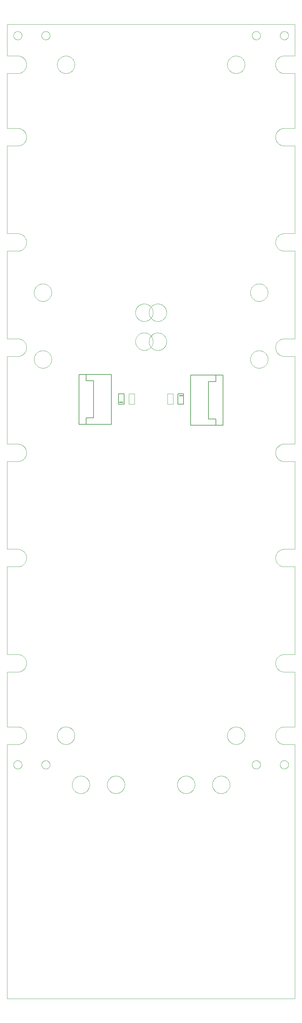
<source format=gbo>
G75*
%MOIN*%
%OFA0B0*%
%FSLAX25Y25*%
%IPPOS*%
%LPD*%
%AMOC8*
5,1,8,0,0,1.08239X$1,22.5*
%
%ADD10C,0.00004*%
%ADD11C,0.00394*%
%ADD12C,0.00500*%
%ADD13C,0.00900*%
%ADD14C,0.00200*%
D10*
X0001063Y0001002D02*
X0323898Y0001002D01*
X0323898Y0286435D01*
X0312087Y0286435D01*
X0311847Y0286438D01*
X0311608Y0286447D01*
X0311369Y0286461D01*
X0311130Y0286482D01*
X0310891Y0286508D01*
X0310654Y0286540D01*
X0310417Y0286578D01*
X0310181Y0286621D01*
X0309947Y0286670D01*
X0309714Y0286725D01*
X0309482Y0286786D01*
X0309251Y0286852D01*
X0309023Y0286924D01*
X0308796Y0287002D01*
X0308571Y0287084D01*
X0308348Y0287173D01*
X0308127Y0287267D01*
X0307909Y0287366D01*
X0307693Y0287470D01*
X0307480Y0287580D01*
X0307270Y0287694D01*
X0307062Y0287814D01*
X0306857Y0287939D01*
X0306656Y0288069D01*
X0306458Y0288204D01*
X0306263Y0288343D01*
X0306071Y0288487D01*
X0305883Y0288636D01*
X0305699Y0288789D01*
X0305519Y0288947D01*
X0305342Y0289109D01*
X0305169Y0289276D01*
X0305001Y0289446D01*
X0304837Y0289621D01*
X0304677Y0289799D01*
X0304521Y0289982D01*
X0304370Y0290168D01*
X0304224Y0290358D01*
X0304082Y0290551D01*
X0303945Y0290747D01*
X0303812Y0290947D01*
X0303685Y0291150D01*
X0303563Y0291356D01*
X0303445Y0291566D01*
X0303333Y0291777D01*
X0303226Y0291992D01*
X0303124Y0292209D01*
X0303028Y0292428D01*
X0302937Y0292650D01*
X0302851Y0292874D01*
X0302771Y0293100D01*
X0302697Y0293328D01*
X0302628Y0293557D01*
X0302564Y0293788D01*
X0302506Y0294021D01*
X0302454Y0294255D01*
X0302408Y0294490D01*
X0302367Y0294726D01*
X0302332Y0294964D01*
X0302303Y0295201D01*
X0302280Y0295440D01*
X0302262Y0295679D01*
X0302251Y0295919D01*
X0302245Y0296158D01*
X0302245Y0296398D01*
X0302251Y0296637D01*
X0302262Y0296877D01*
X0302280Y0297116D01*
X0302303Y0297355D01*
X0302332Y0297592D01*
X0302367Y0297830D01*
X0302408Y0298066D01*
X0302454Y0298301D01*
X0302506Y0298535D01*
X0302564Y0298768D01*
X0302628Y0298999D01*
X0302697Y0299228D01*
X0302771Y0299456D01*
X0302851Y0299682D01*
X0302937Y0299906D01*
X0303028Y0300128D01*
X0303124Y0300347D01*
X0303226Y0300564D01*
X0303333Y0300779D01*
X0303445Y0300990D01*
X0303563Y0301200D01*
X0303685Y0301406D01*
X0303812Y0301609D01*
X0303945Y0301809D01*
X0304082Y0302005D01*
X0304224Y0302198D01*
X0304370Y0302388D01*
X0304521Y0302574D01*
X0304677Y0302757D01*
X0304837Y0302935D01*
X0305001Y0303110D01*
X0305169Y0303280D01*
X0305342Y0303447D01*
X0305519Y0303609D01*
X0305699Y0303767D01*
X0305883Y0303920D01*
X0306071Y0304069D01*
X0306263Y0304213D01*
X0306458Y0304352D01*
X0306656Y0304487D01*
X0306857Y0304617D01*
X0307062Y0304742D01*
X0307270Y0304862D01*
X0307480Y0304976D01*
X0307693Y0305086D01*
X0307909Y0305190D01*
X0308127Y0305289D01*
X0308348Y0305383D01*
X0308571Y0305472D01*
X0308796Y0305554D01*
X0309023Y0305632D01*
X0309251Y0305704D01*
X0309482Y0305770D01*
X0309714Y0305831D01*
X0309947Y0305886D01*
X0310181Y0305935D01*
X0310417Y0305978D01*
X0310654Y0306016D01*
X0310891Y0306048D01*
X0311130Y0306074D01*
X0311369Y0306095D01*
X0311608Y0306109D01*
X0311847Y0306118D01*
X0312087Y0306121D01*
X0312087Y0306120D02*
X0323898Y0306120D01*
X0323898Y0367734D01*
X0312087Y0367734D01*
X0311847Y0367737D01*
X0311608Y0367746D01*
X0311369Y0367760D01*
X0311130Y0367781D01*
X0310891Y0367807D01*
X0310654Y0367839D01*
X0310417Y0367877D01*
X0310181Y0367920D01*
X0309947Y0367969D01*
X0309714Y0368024D01*
X0309482Y0368085D01*
X0309251Y0368151D01*
X0309023Y0368223D01*
X0308796Y0368301D01*
X0308571Y0368383D01*
X0308348Y0368472D01*
X0308127Y0368566D01*
X0307909Y0368665D01*
X0307693Y0368769D01*
X0307480Y0368879D01*
X0307270Y0368993D01*
X0307062Y0369113D01*
X0306857Y0369238D01*
X0306656Y0369368D01*
X0306458Y0369503D01*
X0306263Y0369642D01*
X0306071Y0369786D01*
X0305883Y0369935D01*
X0305699Y0370088D01*
X0305519Y0370246D01*
X0305342Y0370408D01*
X0305169Y0370575D01*
X0305001Y0370745D01*
X0304837Y0370920D01*
X0304677Y0371098D01*
X0304521Y0371281D01*
X0304370Y0371467D01*
X0304224Y0371657D01*
X0304082Y0371850D01*
X0303945Y0372046D01*
X0303812Y0372246D01*
X0303685Y0372449D01*
X0303563Y0372655D01*
X0303445Y0372865D01*
X0303333Y0373076D01*
X0303226Y0373291D01*
X0303124Y0373508D01*
X0303028Y0373727D01*
X0302937Y0373949D01*
X0302851Y0374173D01*
X0302771Y0374399D01*
X0302697Y0374627D01*
X0302628Y0374856D01*
X0302564Y0375087D01*
X0302506Y0375320D01*
X0302454Y0375554D01*
X0302408Y0375789D01*
X0302367Y0376025D01*
X0302332Y0376263D01*
X0302303Y0376500D01*
X0302280Y0376739D01*
X0302262Y0376978D01*
X0302251Y0377218D01*
X0302245Y0377457D01*
X0302245Y0377697D01*
X0302251Y0377936D01*
X0302262Y0378176D01*
X0302280Y0378415D01*
X0302303Y0378654D01*
X0302332Y0378891D01*
X0302367Y0379129D01*
X0302408Y0379365D01*
X0302454Y0379600D01*
X0302506Y0379834D01*
X0302564Y0380067D01*
X0302628Y0380298D01*
X0302697Y0380527D01*
X0302771Y0380755D01*
X0302851Y0380981D01*
X0302937Y0381205D01*
X0303028Y0381427D01*
X0303124Y0381646D01*
X0303226Y0381863D01*
X0303333Y0382078D01*
X0303445Y0382289D01*
X0303563Y0382499D01*
X0303685Y0382705D01*
X0303812Y0382908D01*
X0303945Y0383108D01*
X0304082Y0383304D01*
X0304224Y0383497D01*
X0304370Y0383687D01*
X0304521Y0383873D01*
X0304677Y0384056D01*
X0304837Y0384234D01*
X0305001Y0384409D01*
X0305169Y0384579D01*
X0305342Y0384746D01*
X0305519Y0384908D01*
X0305699Y0385066D01*
X0305883Y0385219D01*
X0306071Y0385368D01*
X0306263Y0385512D01*
X0306458Y0385651D01*
X0306656Y0385786D01*
X0306857Y0385916D01*
X0307062Y0386041D01*
X0307270Y0386161D01*
X0307480Y0386275D01*
X0307693Y0386385D01*
X0307909Y0386489D01*
X0308127Y0386588D01*
X0308348Y0386682D01*
X0308571Y0386771D01*
X0308796Y0386853D01*
X0309023Y0386931D01*
X0309251Y0387003D01*
X0309482Y0387069D01*
X0309714Y0387130D01*
X0309947Y0387185D01*
X0310181Y0387234D01*
X0310417Y0387277D01*
X0310654Y0387315D01*
X0310891Y0387347D01*
X0311130Y0387373D01*
X0311369Y0387394D01*
X0311608Y0387408D01*
X0311847Y0387417D01*
X0312087Y0387420D01*
X0312087Y0387419D02*
X0323898Y0387419D01*
X0323898Y0485844D01*
X0312087Y0485844D01*
X0311847Y0485847D01*
X0311608Y0485856D01*
X0311369Y0485870D01*
X0311130Y0485891D01*
X0310891Y0485917D01*
X0310654Y0485949D01*
X0310417Y0485987D01*
X0310181Y0486030D01*
X0309947Y0486079D01*
X0309714Y0486134D01*
X0309482Y0486195D01*
X0309251Y0486261D01*
X0309023Y0486333D01*
X0308796Y0486411D01*
X0308571Y0486493D01*
X0308348Y0486582D01*
X0308127Y0486676D01*
X0307909Y0486775D01*
X0307693Y0486879D01*
X0307480Y0486989D01*
X0307270Y0487103D01*
X0307062Y0487223D01*
X0306857Y0487348D01*
X0306656Y0487478D01*
X0306458Y0487613D01*
X0306263Y0487752D01*
X0306071Y0487896D01*
X0305883Y0488045D01*
X0305699Y0488198D01*
X0305519Y0488356D01*
X0305342Y0488518D01*
X0305169Y0488685D01*
X0305001Y0488855D01*
X0304837Y0489030D01*
X0304677Y0489208D01*
X0304521Y0489391D01*
X0304370Y0489577D01*
X0304224Y0489767D01*
X0304082Y0489960D01*
X0303945Y0490156D01*
X0303812Y0490356D01*
X0303685Y0490559D01*
X0303563Y0490765D01*
X0303445Y0490975D01*
X0303333Y0491186D01*
X0303226Y0491401D01*
X0303124Y0491618D01*
X0303028Y0491837D01*
X0302937Y0492059D01*
X0302851Y0492283D01*
X0302771Y0492509D01*
X0302697Y0492737D01*
X0302628Y0492966D01*
X0302564Y0493197D01*
X0302506Y0493430D01*
X0302454Y0493664D01*
X0302408Y0493899D01*
X0302367Y0494135D01*
X0302332Y0494373D01*
X0302303Y0494610D01*
X0302280Y0494849D01*
X0302262Y0495088D01*
X0302251Y0495328D01*
X0302245Y0495567D01*
X0302245Y0495807D01*
X0302251Y0496046D01*
X0302262Y0496286D01*
X0302280Y0496525D01*
X0302303Y0496764D01*
X0302332Y0497001D01*
X0302367Y0497239D01*
X0302408Y0497475D01*
X0302454Y0497710D01*
X0302506Y0497944D01*
X0302564Y0498177D01*
X0302628Y0498408D01*
X0302697Y0498637D01*
X0302771Y0498865D01*
X0302851Y0499091D01*
X0302937Y0499315D01*
X0303028Y0499537D01*
X0303124Y0499756D01*
X0303226Y0499973D01*
X0303333Y0500188D01*
X0303445Y0500399D01*
X0303563Y0500609D01*
X0303685Y0500815D01*
X0303812Y0501018D01*
X0303945Y0501218D01*
X0304082Y0501414D01*
X0304224Y0501607D01*
X0304370Y0501797D01*
X0304521Y0501983D01*
X0304677Y0502166D01*
X0304837Y0502344D01*
X0305001Y0502519D01*
X0305169Y0502689D01*
X0305342Y0502856D01*
X0305519Y0503018D01*
X0305699Y0503176D01*
X0305883Y0503329D01*
X0306071Y0503478D01*
X0306263Y0503622D01*
X0306458Y0503761D01*
X0306656Y0503896D01*
X0306857Y0504026D01*
X0307062Y0504151D01*
X0307270Y0504271D01*
X0307480Y0504385D01*
X0307693Y0504495D01*
X0307909Y0504599D01*
X0308127Y0504698D01*
X0308348Y0504792D01*
X0308571Y0504881D01*
X0308796Y0504963D01*
X0309023Y0505041D01*
X0309251Y0505113D01*
X0309482Y0505179D01*
X0309714Y0505240D01*
X0309947Y0505295D01*
X0310181Y0505344D01*
X0310417Y0505387D01*
X0310654Y0505425D01*
X0310891Y0505457D01*
X0311130Y0505483D01*
X0311369Y0505504D01*
X0311608Y0505518D01*
X0311847Y0505527D01*
X0312087Y0505530D01*
X0323898Y0505530D01*
X0323898Y0603955D01*
X0312087Y0603955D01*
X0312087Y0603954D02*
X0311847Y0603957D01*
X0311608Y0603966D01*
X0311369Y0603980D01*
X0311130Y0604001D01*
X0310891Y0604027D01*
X0310654Y0604059D01*
X0310417Y0604097D01*
X0310181Y0604140D01*
X0309947Y0604189D01*
X0309714Y0604244D01*
X0309482Y0604305D01*
X0309251Y0604371D01*
X0309023Y0604443D01*
X0308796Y0604521D01*
X0308571Y0604603D01*
X0308348Y0604692D01*
X0308127Y0604786D01*
X0307909Y0604885D01*
X0307693Y0604989D01*
X0307480Y0605099D01*
X0307270Y0605213D01*
X0307062Y0605333D01*
X0306857Y0605458D01*
X0306656Y0605588D01*
X0306458Y0605723D01*
X0306263Y0605862D01*
X0306071Y0606006D01*
X0305883Y0606155D01*
X0305699Y0606308D01*
X0305519Y0606466D01*
X0305342Y0606628D01*
X0305169Y0606795D01*
X0305001Y0606965D01*
X0304837Y0607140D01*
X0304677Y0607318D01*
X0304521Y0607501D01*
X0304370Y0607687D01*
X0304224Y0607877D01*
X0304082Y0608070D01*
X0303945Y0608266D01*
X0303812Y0608466D01*
X0303685Y0608669D01*
X0303563Y0608876D01*
X0303445Y0609085D01*
X0303333Y0609296D01*
X0303226Y0609511D01*
X0303124Y0609728D01*
X0303028Y0609947D01*
X0302937Y0610169D01*
X0302851Y0610393D01*
X0302771Y0610619D01*
X0302697Y0610847D01*
X0302628Y0611076D01*
X0302564Y0611307D01*
X0302506Y0611540D01*
X0302454Y0611774D01*
X0302408Y0612009D01*
X0302367Y0612245D01*
X0302332Y0612483D01*
X0302303Y0612720D01*
X0302280Y0612959D01*
X0302262Y0613198D01*
X0302251Y0613438D01*
X0302245Y0613677D01*
X0302245Y0613917D01*
X0302251Y0614156D01*
X0302262Y0614396D01*
X0302280Y0614635D01*
X0302303Y0614874D01*
X0302332Y0615111D01*
X0302367Y0615349D01*
X0302408Y0615585D01*
X0302454Y0615820D01*
X0302506Y0616054D01*
X0302564Y0616287D01*
X0302628Y0616518D01*
X0302697Y0616747D01*
X0302771Y0616975D01*
X0302851Y0617201D01*
X0302937Y0617425D01*
X0303028Y0617647D01*
X0303124Y0617866D01*
X0303226Y0618083D01*
X0303333Y0618298D01*
X0303445Y0618509D01*
X0303563Y0618719D01*
X0303685Y0618925D01*
X0303812Y0619128D01*
X0303945Y0619328D01*
X0304082Y0619524D01*
X0304224Y0619717D01*
X0304370Y0619907D01*
X0304521Y0620093D01*
X0304677Y0620276D01*
X0304837Y0620454D01*
X0305001Y0620629D01*
X0305169Y0620799D01*
X0305342Y0620966D01*
X0305519Y0621128D01*
X0305699Y0621286D01*
X0305883Y0621439D01*
X0306071Y0621588D01*
X0306263Y0621732D01*
X0306458Y0621871D01*
X0306656Y0622006D01*
X0306857Y0622136D01*
X0307062Y0622261D01*
X0307270Y0622381D01*
X0307480Y0622495D01*
X0307693Y0622605D01*
X0307909Y0622709D01*
X0308127Y0622808D01*
X0308348Y0622902D01*
X0308571Y0622991D01*
X0308796Y0623073D01*
X0309023Y0623151D01*
X0309251Y0623223D01*
X0309482Y0623289D01*
X0309714Y0623350D01*
X0309947Y0623405D01*
X0310181Y0623454D01*
X0310417Y0623497D01*
X0310654Y0623535D01*
X0310891Y0623567D01*
X0311130Y0623593D01*
X0311369Y0623614D01*
X0311608Y0623628D01*
X0311847Y0623637D01*
X0312087Y0623640D01*
X0323898Y0623640D01*
X0323898Y0722065D01*
X0312087Y0722065D01*
X0312087Y0722064D02*
X0311847Y0722067D01*
X0311608Y0722076D01*
X0311369Y0722090D01*
X0311130Y0722111D01*
X0310891Y0722137D01*
X0310654Y0722169D01*
X0310417Y0722207D01*
X0310181Y0722250D01*
X0309947Y0722299D01*
X0309714Y0722354D01*
X0309482Y0722415D01*
X0309251Y0722481D01*
X0309023Y0722553D01*
X0308796Y0722631D01*
X0308571Y0722713D01*
X0308348Y0722802D01*
X0308127Y0722896D01*
X0307909Y0722995D01*
X0307693Y0723099D01*
X0307480Y0723209D01*
X0307270Y0723323D01*
X0307062Y0723443D01*
X0306857Y0723568D01*
X0306656Y0723698D01*
X0306458Y0723833D01*
X0306263Y0723972D01*
X0306071Y0724116D01*
X0305883Y0724265D01*
X0305699Y0724418D01*
X0305519Y0724576D01*
X0305342Y0724738D01*
X0305169Y0724905D01*
X0305001Y0725075D01*
X0304837Y0725250D01*
X0304677Y0725428D01*
X0304521Y0725611D01*
X0304370Y0725797D01*
X0304224Y0725987D01*
X0304082Y0726180D01*
X0303945Y0726376D01*
X0303812Y0726576D01*
X0303685Y0726779D01*
X0303563Y0726986D01*
X0303445Y0727195D01*
X0303333Y0727406D01*
X0303226Y0727621D01*
X0303124Y0727838D01*
X0303028Y0728057D01*
X0302937Y0728279D01*
X0302851Y0728503D01*
X0302771Y0728729D01*
X0302697Y0728957D01*
X0302628Y0729186D01*
X0302564Y0729417D01*
X0302506Y0729650D01*
X0302454Y0729884D01*
X0302408Y0730119D01*
X0302367Y0730355D01*
X0302332Y0730593D01*
X0302303Y0730830D01*
X0302280Y0731069D01*
X0302262Y0731308D01*
X0302251Y0731548D01*
X0302245Y0731787D01*
X0302245Y0732027D01*
X0302251Y0732266D01*
X0302262Y0732506D01*
X0302280Y0732745D01*
X0302303Y0732984D01*
X0302332Y0733221D01*
X0302367Y0733459D01*
X0302408Y0733695D01*
X0302454Y0733930D01*
X0302506Y0734164D01*
X0302564Y0734397D01*
X0302628Y0734628D01*
X0302697Y0734857D01*
X0302771Y0735085D01*
X0302851Y0735311D01*
X0302937Y0735535D01*
X0303028Y0735757D01*
X0303124Y0735976D01*
X0303226Y0736193D01*
X0303333Y0736408D01*
X0303445Y0736619D01*
X0303563Y0736829D01*
X0303685Y0737035D01*
X0303812Y0737238D01*
X0303945Y0737438D01*
X0304082Y0737634D01*
X0304224Y0737827D01*
X0304370Y0738017D01*
X0304521Y0738203D01*
X0304677Y0738386D01*
X0304837Y0738564D01*
X0305001Y0738739D01*
X0305169Y0738909D01*
X0305342Y0739076D01*
X0305519Y0739238D01*
X0305699Y0739396D01*
X0305883Y0739549D01*
X0306071Y0739698D01*
X0306263Y0739842D01*
X0306458Y0739981D01*
X0306656Y0740116D01*
X0306857Y0740246D01*
X0307062Y0740371D01*
X0307270Y0740491D01*
X0307480Y0740605D01*
X0307693Y0740715D01*
X0307909Y0740819D01*
X0308127Y0740918D01*
X0308348Y0741012D01*
X0308571Y0741101D01*
X0308796Y0741183D01*
X0309023Y0741261D01*
X0309251Y0741333D01*
X0309482Y0741399D01*
X0309714Y0741460D01*
X0309947Y0741515D01*
X0310181Y0741564D01*
X0310417Y0741607D01*
X0310654Y0741645D01*
X0310891Y0741677D01*
X0311130Y0741703D01*
X0311369Y0741724D01*
X0311608Y0741738D01*
X0311847Y0741747D01*
X0312087Y0741750D01*
X0323898Y0741750D01*
X0323898Y0840175D01*
X0312087Y0840175D01*
X0311847Y0840178D01*
X0311608Y0840187D01*
X0311369Y0840201D01*
X0311130Y0840222D01*
X0310891Y0840248D01*
X0310654Y0840280D01*
X0310417Y0840318D01*
X0310181Y0840361D01*
X0309947Y0840410D01*
X0309714Y0840465D01*
X0309482Y0840526D01*
X0309251Y0840592D01*
X0309023Y0840664D01*
X0308796Y0840742D01*
X0308571Y0840824D01*
X0308348Y0840913D01*
X0308127Y0841007D01*
X0307909Y0841106D01*
X0307693Y0841210D01*
X0307480Y0841320D01*
X0307270Y0841434D01*
X0307062Y0841554D01*
X0306857Y0841679D01*
X0306656Y0841809D01*
X0306458Y0841944D01*
X0306263Y0842083D01*
X0306071Y0842227D01*
X0305883Y0842376D01*
X0305699Y0842529D01*
X0305519Y0842687D01*
X0305342Y0842849D01*
X0305169Y0843016D01*
X0305001Y0843186D01*
X0304837Y0843361D01*
X0304677Y0843539D01*
X0304521Y0843722D01*
X0304370Y0843908D01*
X0304224Y0844098D01*
X0304082Y0844291D01*
X0303945Y0844487D01*
X0303812Y0844687D01*
X0303685Y0844890D01*
X0303563Y0845097D01*
X0303445Y0845306D01*
X0303333Y0845517D01*
X0303226Y0845732D01*
X0303124Y0845949D01*
X0303028Y0846168D01*
X0302937Y0846390D01*
X0302851Y0846614D01*
X0302771Y0846840D01*
X0302697Y0847068D01*
X0302628Y0847297D01*
X0302564Y0847528D01*
X0302506Y0847761D01*
X0302454Y0847995D01*
X0302408Y0848230D01*
X0302367Y0848466D01*
X0302332Y0848704D01*
X0302303Y0848941D01*
X0302280Y0849180D01*
X0302262Y0849419D01*
X0302251Y0849659D01*
X0302245Y0849898D01*
X0302245Y0850138D01*
X0302251Y0850377D01*
X0302262Y0850617D01*
X0302280Y0850856D01*
X0302303Y0851095D01*
X0302332Y0851332D01*
X0302367Y0851570D01*
X0302408Y0851806D01*
X0302454Y0852041D01*
X0302506Y0852275D01*
X0302564Y0852508D01*
X0302628Y0852739D01*
X0302697Y0852968D01*
X0302771Y0853196D01*
X0302851Y0853422D01*
X0302937Y0853646D01*
X0303028Y0853868D01*
X0303124Y0854087D01*
X0303226Y0854304D01*
X0303333Y0854519D01*
X0303445Y0854730D01*
X0303563Y0854940D01*
X0303685Y0855146D01*
X0303812Y0855349D01*
X0303945Y0855549D01*
X0304082Y0855745D01*
X0304224Y0855938D01*
X0304370Y0856128D01*
X0304521Y0856314D01*
X0304677Y0856497D01*
X0304837Y0856675D01*
X0305001Y0856850D01*
X0305169Y0857020D01*
X0305342Y0857187D01*
X0305519Y0857349D01*
X0305699Y0857507D01*
X0305883Y0857660D01*
X0306071Y0857809D01*
X0306263Y0857953D01*
X0306458Y0858092D01*
X0306656Y0858227D01*
X0306857Y0858357D01*
X0307062Y0858482D01*
X0307270Y0858602D01*
X0307480Y0858716D01*
X0307693Y0858826D01*
X0307909Y0858930D01*
X0308127Y0859029D01*
X0308348Y0859123D01*
X0308571Y0859212D01*
X0308796Y0859294D01*
X0309023Y0859372D01*
X0309251Y0859444D01*
X0309482Y0859510D01*
X0309714Y0859571D01*
X0309947Y0859626D01*
X0310181Y0859675D01*
X0310417Y0859718D01*
X0310654Y0859756D01*
X0310891Y0859788D01*
X0311130Y0859814D01*
X0311369Y0859835D01*
X0311608Y0859849D01*
X0311847Y0859858D01*
X0312087Y0859861D01*
X0312087Y0859860D02*
X0323898Y0859860D01*
X0323898Y0958285D01*
X0312087Y0958285D01*
X0311847Y0958288D01*
X0311608Y0958297D01*
X0311369Y0958311D01*
X0311130Y0958332D01*
X0310891Y0958358D01*
X0310654Y0958390D01*
X0310417Y0958428D01*
X0310181Y0958471D01*
X0309947Y0958520D01*
X0309714Y0958575D01*
X0309482Y0958636D01*
X0309251Y0958702D01*
X0309023Y0958774D01*
X0308796Y0958852D01*
X0308571Y0958934D01*
X0308348Y0959023D01*
X0308127Y0959117D01*
X0307909Y0959216D01*
X0307693Y0959320D01*
X0307480Y0959430D01*
X0307270Y0959544D01*
X0307062Y0959664D01*
X0306857Y0959789D01*
X0306656Y0959919D01*
X0306458Y0960054D01*
X0306263Y0960193D01*
X0306071Y0960337D01*
X0305883Y0960486D01*
X0305699Y0960639D01*
X0305519Y0960797D01*
X0305342Y0960959D01*
X0305169Y0961126D01*
X0305001Y0961296D01*
X0304837Y0961471D01*
X0304677Y0961649D01*
X0304521Y0961832D01*
X0304370Y0962018D01*
X0304224Y0962208D01*
X0304082Y0962401D01*
X0303945Y0962597D01*
X0303812Y0962797D01*
X0303685Y0963000D01*
X0303563Y0963207D01*
X0303445Y0963416D01*
X0303333Y0963627D01*
X0303226Y0963842D01*
X0303124Y0964059D01*
X0303028Y0964278D01*
X0302937Y0964500D01*
X0302851Y0964724D01*
X0302771Y0964950D01*
X0302697Y0965178D01*
X0302628Y0965407D01*
X0302564Y0965638D01*
X0302506Y0965871D01*
X0302454Y0966105D01*
X0302408Y0966340D01*
X0302367Y0966576D01*
X0302332Y0966814D01*
X0302303Y0967051D01*
X0302280Y0967290D01*
X0302262Y0967529D01*
X0302251Y0967769D01*
X0302245Y0968008D01*
X0302245Y0968248D01*
X0302251Y0968487D01*
X0302262Y0968727D01*
X0302280Y0968966D01*
X0302303Y0969205D01*
X0302332Y0969442D01*
X0302367Y0969680D01*
X0302408Y0969916D01*
X0302454Y0970151D01*
X0302506Y0970385D01*
X0302564Y0970618D01*
X0302628Y0970849D01*
X0302697Y0971078D01*
X0302771Y0971306D01*
X0302851Y0971532D01*
X0302937Y0971756D01*
X0303028Y0971978D01*
X0303124Y0972197D01*
X0303226Y0972414D01*
X0303333Y0972629D01*
X0303445Y0972840D01*
X0303563Y0973050D01*
X0303685Y0973256D01*
X0303812Y0973459D01*
X0303945Y0973659D01*
X0304082Y0973855D01*
X0304224Y0974048D01*
X0304370Y0974238D01*
X0304521Y0974424D01*
X0304677Y0974607D01*
X0304837Y0974785D01*
X0305001Y0974960D01*
X0305169Y0975130D01*
X0305342Y0975297D01*
X0305519Y0975459D01*
X0305699Y0975617D01*
X0305883Y0975770D01*
X0306071Y0975919D01*
X0306263Y0976063D01*
X0306458Y0976202D01*
X0306656Y0976337D01*
X0306857Y0976467D01*
X0307062Y0976592D01*
X0307270Y0976712D01*
X0307480Y0976826D01*
X0307693Y0976936D01*
X0307909Y0977040D01*
X0308127Y0977139D01*
X0308348Y0977233D01*
X0308571Y0977322D01*
X0308796Y0977404D01*
X0309023Y0977482D01*
X0309251Y0977554D01*
X0309482Y0977620D01*
X0309714Y0977681D01*
X0309947Y0977736D01*
X0310181Y0977785D01*
X0310417Y0977828D01*
X0310654Y0977866D01*
X0310891Y0977898D01*
X0311130Y0977924D01*
X0311369Y0977945D01*
X0311608Y0977959D01*
X0311847Y0977968D01*
X0312087Y0977971D01*
X0312087Y0977970D02*
X0323898Y0977970D01*
X0323898Y1039585D01*
X0312087Y1039585D01*
X0312087Y1039584D02*
X0311847Y1039587D01*
X0311608Y1039596D01*
X0311369Y1039610D01*
X0311130Y1039631D01*
X0310891Y1039657D01*
X0310654Y1039689D01*
X0310417Y1039727D01*
X0310181Y1039770D01*
X0309947Y1039819D01*
X0309714Y1039874D01*
X0309482Y1039935D01*
X0309251Y1040001D01*
X0309023Y1040073D01*
X0308796Y1040151D01*
X0308571Y1040233D01*
X0308348Y1040322D01*
X0308127Y1040416D01*
X0307909Y1040515D01*
X0307693Y1040619D01*
X0307480Y1040729D01*
X0307270Y1040843D01*
X0307062Y1040963D01*
X0306857Y1041088D01*
X0306656Y1041218D01*
X0306458Y1041353D01*
X0306263Y1041492D01*
X0306071Y1041636D01*
X0305883Y1041785D01*
X0305699Y1041938D01*
X0305519Y1042096D01*
X0305342Y1042258D01*
X0305169Y1042425D01*
X0305001Y1042595D01*
X0304837Y1042770D01*
X0304677Y1042948D01*
X0304521Y1043131D01*
X0304370Y1043317D01*
X0304224Y1043507D01*
X0304082Y1043700D01*
X0303945Y1043896D01*
X0303812Y1044096D01*
X0303685Y1044299D01*
X0303563Y1044506D01*
X0303445Y1044715D01*
X0303333Y1044926D01*
X0303226Y1045141D01*
X0303124Y1045358D01*
X0303028Y1045577D01*
X0302937Y1045799D01*
X0302851Y1046023D01*
X0302771Y1046249D01*
X0302697Y1046477D01*
X0302628Y1046706D01*
X0302564Y1046937D01*
X0302506Y1047170D01*
X0302454Y1047404D01*
X0302408Y1047639D01*
X0302367Y1047875D01*
X0302332Y1048113D01*
X0302303Y1048350D01*
X0302280Y1048589D01*
X0302262Y1048828D01*
X0302251Y1049068D01*
X0302245Y1049307D01*
X0302245Y1049547D01*
X0302251Y1049786D01*
X0302262Y1050026D01*
X0302280Y1050265D01*
X0302303Y1050504D01*
X0302332Y1050741D01*
X0302367Y1050979D01*
X0302408Y1051215D01*
X0302454Y1051450D01*
X0302506Y1051684D01*
X0302564Y1051917D01*
X0302628Y1052148D01*
X0302697Y1052377D01*
X0302771Y1052605D01*
X0302851Y1052831D01*
X0302937Y1053055D01*
X0303028Y1053277D01*
X0303124Y1053496D01*
X0303226Y1053713D01*
X0303333Y1053928D01*
X0303445Y1054139D01*
X0303563Y1054349D01*
X0303685Y1054555D01*
X0303812Y1054758D01*
X0303945Y1054958D01*
X0304082Y1055154D01*
X0304224Y1055347D01*
X0304370Y1055537D01*
X0304521Y1055723D01*
X0304677Y1055906D01*
X0304837Y1056084D01*
X0305001Y1056259D01*
X0305169Y1056429D01*
X0305342Y1056596D01*
X0305519Y1056758D01*
X0305699Y1056916D01*
X0305883Y1057069D01*
X0306071Y1057218D01*
X0306263Y1057362D01*
X0306458Y1057501D01*
X0306656Y1057636D01*
X0306857Y1057766D01*
X0307062Y1057891D01*
X0307270Y1058011D01*
X0307480Y1058125D01*
X0307693Y1058235D01*
X0307909Y1058339D01*
X0308127Y1058438D01*
X0308348Y1058532D01*
X0308571Y1058621D01*
X0308796Y1058703D01*
X0309023Y1058781D01*
X0309251Y1058853D01*
X0309482Y1058919D01*
X0309714Y1058980D01*
X0309947Y1059035D01*
X0310181Y1059084D01*
X0310417Y1059127D01*
X0310654Y1059165D01*
X0310891Y1059197D01*
X0311130Y1059223D01*
X0311369Y1059244D01*
X0311608Y1059258D01*
X0311847Y1059267D01*
X0312087Y1059270D01*
X0323898Y1059270D01*
X0323898Y1094703D01*
X0001063Y1094703D01*
X0001063Y1059270D01*
X0012874Y1059270D01*
X0013114Y1059267D01*
X0013353Y1059258D01*
X0013592Y1059244D01*
X0013831Y1059223D01*
X0014070Y1059197D01*
X0014307Y1059165D01*
X0014544Y1059127D01*
X0014780Y1059084D01*
X0015014Y1059035D01*
X0015247Y1058980D01*
X0015479Y1058919D01*
X0015710Y1058853D01*
X0015938Y1058781D01*
X0016165Y1058703D01*
X0016390Y1058621D01*
X0016613Y1058532D01*
X0016834Y1058438D01*
X0017052Y1058339D01*
X0017268Y1058235D01*
X0017481Y1058125D01*
X0017691Y1058011D01*
X0017899Y1057891D01*
X0018104Y1057766D01*
X0018305Y1057636D01*
X0018503Y1057501D01*
X0018698Y1057362D01*
X0018890Y1057218D01*
X0019078Y1057069D01*
X0019262Y1056916D01*
X0019442Y1056758D01*
X0019619Y1056596D01*
X0019792Y1056429D01*
X0019960Y1056259D01*
X0020124Y1056084D01*
X0020284Y1055906D01*
X0020440Y1055723D01*
X0020591Y1055537D01*
X0020737Y1055347D01*
X0020879Y1055154D01*
X0021016Y1054958D01*
X0021149Y1054758D01*
X0021276Y1054555D01*
X0021398Y1054349D01*
X0021516Y1054139D01*
X0021628Y1053928D01*
X0021735Y1053713D01*
X0021837Y1053496D01*
X0021933Y1053277D01*
X0022024Y1053055D01*
X0022110Y1052831D01*
X0022190Y1052605D01*
X0022264Y1052377D01*
X0022333Y1052148D01*
X0022397Y1051917D01*
X0022455Y1051684D01*
X0022507Y1051450D01*
X0022553Y1051215D01*
X0022594Y1050979D01*
X0022629Y1050741D01*
X0022658Y1050504D01*
X0022681Y1050265D01*
X0022699Y1050026D01*
X0022710Y1049786D01*
X0022716Y1049547D01*
X0022716Y1049307D01*
X0022710Y1049068D01*
X0022699Y1048828D01*
X0022681Y1048589D01*
X0022658Y1048350D01*
X0022629Y1048113D01*
X0022594Y1047875D01*
X0022553Y1047639D01*
X0022507Y1047404D01*
X0022455Y1047170D01*
X0022397Y1046937D01*
X0022333Y1046706D01*
X0022264Y1046477D01*
X0022190Y1046249D01*
X0022110Y1046023D01*
X0022024Y1045799D01*
X0021933Y1045577D01*
X0021837Y1045358D01*
X0021735Y1045141D01*
X0021628Y1044926D01*
X0021516Y1044715D01*
X0021398Y1044506D01*
X0021276Y1044299D01*
X0021149Y1044096D01*
X0021016Y1043896D01*
X0020879Y1043700D01*
X0020737Y1043507D01*
X0020591Y1043317D01*
X0020440Y1043131D01*
X0020284Y1042948D01*
X0020124Y1042770D01*
X0019960Y1042595D01*
X0019792Y1042425D01*
X0019619Y1042258D01*
X0019442Y1042096D01*
X0019262Y1041938D01*
X0019078Y1041785D01*
X0018890Y1041636D01*
X0018698Y1041492D01*
X0018503Y1041353D01*
X0018305Y1041218D01*
X0018104Y1041088D01*
X0017899Y1040963D01*
X0017691Y1040843D01*
X0017481Y1040729D01*
X0017268Y1040619D01*
X0017052Y1040515D01*
X0016834Y1040416D01*
X0016613Y1040322D01*
X0016390Y1040233D01*
X0016165Y1040151D01*
X0015938Y1040073D01*
X0015710Y1040001D01*
X0015479Y1039935D01*
X0015247Y1039874D01*
X0015014Y1039819D01*
X0014780Y1039770D01*
X0014544Y1039727D01*
X0014307Y1039689D01*
X0014070Y1039657D01*
X0013831Y1039631D01*
X0013592Y1039610D01*
X0013353Y1039596D01*
X0013114Y1039587D01*
X0012874Y1039584D01*
X0012874Y1039585D02*
X0001063Y1039585D01*
X0001063Y0977970D01*
X0012874Y0977970D01*
X0012874Y0977971D02*
X0013114Y0977968D01*
X0013353Y0977959D01*
X0013592Y0977945D01*
X0013831Y0977924D01*
X0014070Y0977898D01*
X0014307Y0977866D01*
X0014544Y0977828D01*
X0014780Y0977785D01*
X0015014Y0977736D01*
X0015247Y0977681D01*
X0015479Y0977620D01*
X0015710Y0977554D01*
X0015938Y0977482D01*
X0016165Y0977404D01*
X0016390Y0977322D01*
X0016613Y0977233D01*
X0016834Y0977139D01*
X0017052Y0977040D01*
X0017268Y0976936D01*
X0017481Y0976826D01*
X0017691Y0976712D01*
X0017899Y0976592D01*
X0018104Y0976467D01*
X0018305Y0976337D01*
X0018503Y0976202D01*
X0018698Y0976063D01*
X0018890Y0975919D01*
X0019078Y0975770D01*
X0019262Y0975617D01*
X0019442Y0975459D01*
X0019619Y0975297D01*
X0019792Y0975130D01*
X0019960Y0974960D01*
X0020124Y0974785D01*
X0020284Y0974607D01*
X0020440Y0974424D01*
X0020591Y0974238D01*
X0020737Y0974048D01*
X0020879Y0973855D01*
X0021016Y0973659D01*
X0021149Y0973459D01*
X0021276Y0973256D01*
X0021398Y0973050D01*
X0021516Y0972840D01*
X0021628Y0972629D01*
X0021735Y0972414D01*
X0021837Y0972197D01*
X0021933Y0971978D01*
X0022024Y0971756D01*
X0022110Y0971532D01*
X0022190Y0971306D01*
X0022264Y0971078D01*
X0022333Y0970849D01*
X0022397Y0970618D01*
X0022455Y0970385D01*
X0022507Y0970151D01*
X0022553Y0969916D01*
X0022594Y0969680D01*
X0022629Y0969442D01*
X0022658Y0969205D01*
X0022681Y0968966D01*
X0022699Y0968727D01*
X0022710Y0968487D01*
X0022716Y0968248D01*
X0022716Y0968008D01*
X0022710Y0967769D01*
X0022699Y0967529D01*
X0022681Y0967290D01*
X0022658Y0967051D01*
X0022629Y0966814D01*
X0022594Y0966576D01*
X0022553Y0966340D01*
X0022507Y0966105D01*
X0022455Y0965871D01*
X0022397Y0965638D01*
X0022333Y0965407D01*
X0022264Y0965178D01*
X0022190Y0964950D01*
X0022110Y0964724D01*
X0022024Y0964500D01*
X0021933Y0964278D01*
X0021837Y0964059D01*
X0021735Y0963842D01*
X0021628Y0963627D01*
X0021516Y0963416D01*
X0021398Y0963207D01*
X0021276Y0963000D01*
X0021149Y0962797D01*
X0021016Y0962597D01*
X0020879Y0962401D01*
X0020737Y0962208D01*
X0020591Y0962018D01*
X0020440Y0961832D01*
X0020284Y0961649D01*
X0020124Y0961471D01*
X0019960Y0961296D01*
X0019792Y0961126D01*
X0019619Y0960959D01*
X0019442Y0960797D01*
X0019262Y0960639D01*
X0019078Y0960486D01*
X0018890Y0960337D01*
X0018698Y0960193D01*
X0018503Y0960054D01*
X0018305Y0959919D01*
X0018104Y0959789D01*
X0017899Y0959664D01*
X0017691Y0959544D01*
X0017481Y0959430D01*
X0017268Y0959320D01*
X0017052Y0959216D01*
X0016834Y0959117D01*
X0016613Y0959023D01*
X0016390Y0958934D01*
X0016165Y0958852D01*
X0015938Y0958774D01*
X0015710Y0958702D01*
X0015479Y0958636D01*
X0015247Y0958575D01*
X0015014Y0958520D01*
X0014780Y0958471D01*
X0014544Y0958428D01*
X0014307Y0958390D01*
X0014070Y0958358D01*
X0013831Y0958332D01*
X0013592Y0958311D01*
X0013353Y0958297D01*
X0013114Y0958288D01*
X0012874Y0958285D01*
X0001063Y0958285D01*
X0001063Y0859860D01*
X0012874Y0859860D01*
X0012874Y0859861D02*
X0013114Y0859858D01*
X0013353Y0859849D01*
X0013592Y0859835D01*
X0013831Y0859814D01*
X0014070Y0859788D01*
X0014307Y0859756D01*
X0014544Y0859718D01*
X0014780Y0859675D01*
X0015014Y0859626D01*
X0015247Y0859571D01*
X0015479Y0859510D01*
X0015710Y0859444D01*
X0015938Y0859372D01*
X0016165Y0859294D01*
X0016390Y0859212D01*
X0016613Y0859123D01*
X0016834Y0859029D01*
X0017052Y0858930D01*
X0017268Y0858826D01*
X0017481Y0858716D01*
X0017691Y0858602D01*
X0017899Y0858482D01*
X0018104Y0858357D01*
X0018305Y0858227D01*
X0018503Y0858092D01*
X0018698Y0857953D01*
X0018890Y0857809D01*
X0019078Y0857660D01*
X0019262Y0857507D01*
X0019442Y0857349D01*
X0019619Y0857187D01*
X0019792Y0857020D01*
X0019960Y0856850D01*
X0020124Y0856675D01*
X0020284Y0856497D01*
X0020440Y0856314D01*
X0020591Y0856128D01*
X0020737Y0855938D01*
X0020879Y0855745D01*
X0021016Y0855549D01*
X0021149Y0855349D01*
X0021276Y0855146D01*
X0021398Y0854940D01*
X0021516Y0854730D01*
X0021628Y0854519D01*
X0021735Y0854304D01*
X0021837Y0854087D01*
X0021933Y0853868D01*
X0022024Y0853646D01*
X0022110Y0853422D01*
X0022190Y0853196D01*
X0022264Y0852968D01*
X0022333Y0852739D01*
X0022397Y0852508D01*
X0022455Y0852275D01*
X0022507Y0852041D01*
X0022553Y0851806D01*
X0022594Y0851570D01*
X0022629Y0851332D01*
X0022658Y0851095D01*
X0022681Y0850856D01*
X0022699Y0850617D01*
X0022710Y0850377D01*
X0022716Y0850138D01*
X0022716Y0849898D01*
X0022710Y0849659D01*
X0022699Y0849419D01*
X0022681Y0849180D01*
X0022658Y0848941D01*
X0022629Y0848704D01*
X0022594Y0848466D01*
X0022553Y0848230D01*
X0022507Y0847995D01*
X0022455Y0847761D01*
X0022397Y0847528D01*
X0022333Y0847297D01*
X0022264Y0847068D01*
X0022190Y0846840D01*
X0022110Y0846614D01*
X0022024Y0846390D01*
X0021933Y0846168D01*
X0021837Y0845949D01*
X0021735Y0845732D01*
X0021628Y0845517D01*
X0021516Y0845306D01*
X0021398Y0845097D01*
X0021276Y0844890D01*
X0021149Y0844687D01*
X0021016Y0844487D01*
X0020879Y0844291D01*
X0020737Y0844098D01*
X0020591Y0843908D01*
X0020440Y0843722D01*
X0020284Y0843539D01*
X0020124Y0843361D01*
X0019960Y0843186D01*
X0019792Y0843016D01*
X0019619Y0842849D01*
X0019442Y0842687D01*
X0019262Y0842529D01*
X0019078Y0842376D01*
X0018890Y0842227D01*
X0018698Y0842083D01*
X0018503Y0841944D01*
X0018305Y0841809D01*
X0018104Y0841679D01*
X0017899Y0841554D01*
X0017691Y0841434D01*
X0017481Y0841320D01*
X0017268Y0841210D01*
X0017052Y0841106D01*
X0016834Y0841007D01*
X0016613Y0840913D01*
X0016390Y0840824D01*
X0016165Y0840742D01*
X0015938Y0840664D01*
X0015710Y0840592D01*
X0015479Y0840526D01*
X0015247Y0840465D01*
X0015014Y0840410D01*
X0014780Y0840361D01*
X0014544Y0840318D01*
X0014307Y0840280D01*
X0014070Y0840248D01*
X0013831Y0840222D01*
X0013592Y0840201D01*
X0013353Y0840187D01*
X0013114Y0840178D01*
X0012874Y0840175D01*
X0001063Y0840175D01*
X0001063Y0741750D01*
X0012874Y0741750D01*
X0013114Y0741747D01*
X0013353Y0741738D01*
X0013592Y0741724D01*
X0013831Y0741703D01*
X0014070Y0741677D01*
X0014307Y0741645D01*
X0014544Y0741607D01*
X0014780Y0741564D01*
X0015014Y0741515D01*
X0015247Y0741460D01*
X0015479Y0741399D01*
X0015710Y0741333D01*
X0015938Y0741261D01*
X0016165Y0741183D01*
X0016390Y0741101D01*
X0016613Y0741012D01*
X0016834Y0740918D01*
X0017052Y0740819D01*
X0017268Y0740715D01*
X0017481Y0740605D01*
X0017691Y0740491D01*
X0017899Y0740371D01*
X0018104Y0740246D01*
X0018305Y0740116D01*
X0018503Y0739981D01*
X0018698Y0739842D01*
X0018890Y0739698D01*
X0019078Y0739549D01*
X0019262Y0739396D01*
X0019442Y0739238D01*
X0019619Y0739076D01*
X0019792Y0738909D01*
X0019960Y0738739D01*
X0020124Y0738564D01*
X0020284Y0738386D01*
X0020440Y0738203D01*
X0020591Y0738017D01*
X0020737Y0737827D01*
X0020879Y0737634D01*
X0021016Y0737438D01*
X0021149Y0737238D01*
X0021276Y0737035D01*
X0021398Y0736829D01*
X0021516Y0736619D01*
X0021628Y0736408D01*
X0021735Y0736193D01*
X0021837Y0735976D01*
X0021933Y0735757D01*
X0022024Y0735535D01*
X0022110Y0735311D01*
X0022190Y0735085D01*
X0022264Y0734857D01*
X0022333Y0734628D01*
X0022397Y0734397D01*
X0022455Y0734164D01*
X0022507Y0733930D01*
X0022553Y0733695D01*
X0022594Y0733459D01*
X0022629Y0733221D01*
X0022658Y0732984D01*
X0022681Y0732745D01*
X0022699Y0732506D01*
X0022710Y0732266D01*
X0022716Y0732027D01*
X0022716Y0731787D01*
X0022710Y0731548D01*
X0022699Y0731308D01*
X0022681Y0731069D01*
X0022658Y0730830D01*
X0022629Y0730593D01*
X0022594Y0730355D01*
X0022553Y0730119D01*
X0022507Y0729884D01*
X0022455Y0729650D01*
X0022397Y0729417D01*
X0022333Y0729186D01*
X0022264Y0728957D01*
X0022190Y0728729D01*
X0022110Y0728503D01*
X0022024Y0728279D01*
X0021933Y0728057D01*
X0021837Y0727838D01*
X0021735Y0727621D01*
X0021628Y0727406D01*
X0021516Y0727195D01*
X0021398Y0726986D01*
X0021276Y0726779D01*
X0021149Y0726576D01*
X0021016Y0726376D01*
X0020879Y0726180D01*
X0020737Y0725987D01*
X0020591Y0725797D01*
X0020440Y0725611D01*
X0020284Y0725428D01*
X0020124Y0725250D01*
X0019960Y0725075D01*
X0019792Y0724905D01*
X0019619Y0724738D01*
X0019442Y0724576D01*
X0019262Y0724418D01*
X0019078Y0724265D01*
X0018890Y0724116D01*
X0018698Y0723972D01*
X0018503Y0723833D01*
X0018305Y0723698D01*
X0018104Y0723568D01*
X0017899Y0723443D01*
X0017691Y0723323D01*
X0017481Y0723209D01*
X0017268Y0723099D01*
X0017052Y0722995D01*
X0016834Y0722896D01*
X0016613Y0722802D01*
X0016390Y0722713D01*
X0016165Y0722631D01*
X0015938Y0722553D01*
X0015710Y0722481D01*
X0015479Y0722415D01*
X0015247Y0722354D01*
X0015014Y0722299D01*
X0014780Y0722250D01*
X0014544Y0722207D01*
X0014307Y0722169D01*
X0014070Y0722137D01*
X0013831Y0722111D01*
X0013592Y0722090D01*
X0013353Y0722076D01*
X0013114Y0722067D01*
X0012874Y0722064D01*
X0012874Y0722065D02*
X0001063Y0722065D01*
X0001063Y0623640D01*
X0012874Y0623640D01*
X0013114Y0623637D01*
X0013353Y0623628D01*
X0013592Y0623614D01*
X0013831Y0623593D01*
X0014070Y0623567D01*
X0014307Y0623535D01*
X0014544Y0623497D01*
X0014780Y0623454D01*
X0015014Y0623405D01*
X0015247Y0623350D01*
X0015479Y0623289D01*
X0015710Y0623223D01*
X0015938Y0623151D01*
X0016165Y0623073D01*
X0016390Y0622991D01*
X0016613Y0622902D01*
X0016834Y0622808D01*
X0017052Y0622709D01*
X0017268Y0622605D01*
X0017481Y0622495D01*
X0017691Y0622381D01*
X0017899Y0622261D01*
X0018104Y0622136D01*
X0018305Y0622006D01*
X0018503Y0621871D01*
X0018698Y0621732D01*
X0018890Y0621588D01*
X0019078Y0621439D01*
X0019262Y0621286D01*
X0019442Y0621128D01*
X0019619Y0620966D01*
X0019792Y0620799D01*
X0019960Y0620629D01*
X0020124Y0620454D01*
X0020284Y0620276D01*
X0020440Y0620093D01*
X0020591Y0619907D01*
X0020737Y0619717D01*
X0020879Y0619524D01*
X0021016Y0619328D01*
X0021149Y0619128D01*
X0021276Y0618925D01*
X0021398Y0618719D01*
X0021516Y0618509D01*
X0021628Y0618298D01*
X0021735Y0618083D01*
X0021837Y0617866D01*
X0021933Y0617647D01*
X0022024Y0617425D01*
X0022110Y0617201D01*
X0022190Y0616975D01*
X0022264Y0616747D01*
X0022333Y0616518D01*
X0022397Y0616287D01*
X0022455Y0616054D01*
X0022507Y0615820D01*
X0022553Y0615585D01*
X0022594Y0615349D01*
X0022629Y0615111D01*
X0022658Y0614874D01*
X0022681Y0614635D01*
X0022699Y0614396D01*
X0022710Y0614156D01*
X0022716Y0613917D01*
X0022716Y0613677D01*
X0022710Y0613438D01*
X0022699Y0613198D01*
X0022681Y0612959D01*
X0022658Y0612720D01*
X0022629Y0612483D01*
X0022594Y0612245D01*
X0022553Y0612009D01*
X0022507Y0611774D01*
X0022455Y0611540D01*
X0022397Y0611307D01*
X0022333Y0611076D01*
X0022264Y0610847D01*
X0022190Y0610619D01*
X0022110Y0610393D01*
X0022024Y0610169D01*
X0021933Y0609947D01*
X0021837Y0609728D01*
X0021735Y0609511D01*
X0021628Y0609296D01*
X0021516Y0609085D01*
X0021398Y0608876D01*
X0021276Y0608669D01*
X0021149Y0608466D01*
X0021016Y0608266D01*
X0020879Y0608070D01*
X0020737Y0607877D01*
X0020591Y0607687D01*
X0020440Y0607501D01*
X0020284Y0607318D01*
X0020124Y0607140D01*
X0019960Y0606965D01*
X0019792Y0606795D01*
X0019619Y0606628D01*
X0019442Y0606466D01*
X0019262Y0606308D01*
X0019078Y0606155D01*
X0018890Y0606006D01*
X0018698Y0605862D01*
X0018503Y0605723D01*
X0018305Y0605588D01*
X0018104Y0605458D01*
X0017899Y0605333D01*
X0017691Y0605213D01*
X0017481Y0605099D01*
X0017268Y0604989D01*
X0017052Y0604885D01*
X0016834Y0604786D01*
X0016613Y0604692D01*
X0016390Y0604603D01*
X0016165Y0604521D01*
X0015938Y0604443D01*
X0015710Y0604371D01*
X0015479Y0604305D01*
X0015247Y0604244D01*
X0015014Y0604189D01*
X0014780Y0604140D01*
X0014544Y0604097D01*
X0014307Y0604059D01*
X0014070Y0604027D01*
X0013831Y0604001D01*
X0013592Y0603980D01*
X0013353Y0603966D01*
X0013114Y0603957D01*
X0012874Y0603954D01*
X0012874Y0603955D02*
X0001063Y0603955D01*
X0001063Y0505530D01*
X0012874Y0505530D01*
X0013114Y0505527D01*
X0013353Y0505518D01*
X0013592Y0505504D01*
X0013831Y0505483D01*
X0014070Y0505457D01*
X0014307Y0505425D01*
X0014544Y0505387D01*
X0014780Y0505344D01*
X0015014Y0505295D01*
X0015247Y0505240D01*
X0015479Y0505179D01*
X0015710Y0505113D01*
X0015938Y0505041D01*
X0016165Y0504963D01*
X0016390Y0504881D01*
X0016613Y0504792D01*
X0016834Y0504698D01*
X0017052Y0504599D01*
X0017268Y0504495D01*
X0017481Y0504385D01*
X0017691Y0504271D01*
X0017899Y0504151D01*
X0018104Y0504026D01*
X0018305Y0503896D01*
X0018503Y0503761D01*
X0018698Y0503622D01*
X0018890Y0503478D01*
X0019078Y0503329D01*
X0019262Y0503176D01*
X0019442Y0503018D01*
X0019619Y0502856D01*
X0019792Y0502689D01*
X0019960Y0502519D01*
X0020124Y0502344D01*
X0020284Y0502166D01*
X0020440Y0501983D01*
X0020591Y0501797D01*
X0020737Y0501607D01*
X0020879Y0501414D01*
X0021016Y0501218D01*
X0021149Y0501018D01*
X0021276Y0500815D01*
X0021398Y0500609D01*
X0021516Y0500399D01*
X0021628Y0500188D01*
X0021735Y0499973D01*
X0021837Y0499756D01*
X0021933Y0499537D01*
X0022024Y0499315D01*
X0022110Y0499091D01*
X0022190Y0498865D01*
X0022264Y0498637D01*
X0022333Y0498408D01*
X0022397Y0498177D01*
X0022455Y0497944D01*
X0022507Y0497710D01*
X0022553Y0497475D01*
X0022594Y0497239D01*
X0022629Y0497001D01*
X0022658Y0496764D01*
X0022681Y0496525D01*
X0022699Y0496286D01*
X0022710Y0496046D01*
X0022716Y0495807D01*
X0022716Y0495567D01*
X0022710Y0495328D01*
X0022699Y0495088D01*
X0022681Y0494849D01*
X0022658Y0494610D01*
X0022629Y0494373D01*
X0022594Y0494135D01*
X0022553Y0493899D01*
X0022507Y0493664D01*
X0022455Y0493430D01*
X0022397Y0493197D01*
X0022333Y0492966D01*
X0022264Y0492737D01*
X0022190Y0492509D01*
X0022110Y0492283D01*
X0022024Y0492059D01*
X0021933Y0491837D01*
X0021837Y0491618D01*
X0021735Y0491401D01*
X0021628Y0491186D01*
X0021516Y0490975D01*
X0021398Y0490766D01*
X0021276Y0490559D01*
X0021149Y0490356D01*
X0021016Y0490156D01*
X0020879Y0489960D01*
X0020737Y0489767D01*
X0020591Y0489577D01*
X0020440Y0489391D01*
X0020284Y0489208D01*
X0020124Y0489030D01*
X0019960Y0488855D01*
X0019792Y0488685D01*
X0019619Y0488518D01*
X0019442Y0488356D01*
X0019262Y0488198D01*
X0019078Y0488045D01*
X0018890Y0487896D01*
X0018698Y0487752D01*
X0018503Y0487613D01*
X0018305Y0487478D01*
X0018104Y0487348D01*
X0017899Y0487223D01*
X0017691Y0487103D01*
X0017481Y0486989D01*
X0017268Y0486879D01*
X0017052Y0486775D01*
X0016834Y0486676D01*
X0016613Y0486582D01*
X0016390Y0486493D01*
X0016165Y0486411D01*
X0015938Y0486333D01*
X0015710Y0486261D01*
X0015479Y0486195D01*
X0015247Y0486134D01*
X0015014Y0486079D01*
X0014780Y0486030D01*
X0014544Y0485987D01*
X0014307Y0485949D01*
X0014070Y0485917D01*
X0013831Y0485891D01*
X0013592Y0485870D01*
X0013353Y0485856D01*
X0013114Y0485847D01*
X0012874Y0485844D01*
X0001063Y0485844D01*
X0001063Y0387419D01*
X0012874Y0387419D01*
X0012874Y0387420D02*
X0013114Y0387417D01*
X0013353Y0387408D01*
X0013592Y0387394D01*
X0013831Y0387373D01*
X0014070Y0387347D01*
X0014307Y0387315D01*
X0014544Y0387277D01*
X0014780Y0387234D01*
X0015014Y0387185D01*
X0015247Y0387130D01*
X0015479Y0387069D01*
X0015710Y0387003D01*
X0015938Y0386931D01*
X0016165Y0386853D01*
X0016390Y0386771D01*
X0016613Y0386682D01*
X0016834Y0386588D01*
X0017052Y0386489D01*
X0017268Y0386385D01*
X0017481Y0386275D01*
X0017691Y0386161D01*
X0017899Y0386041D01*
X0018104Y0385916D01*
X0018305Y0385786D01*
X0018503Y0385651D01*
X0018698Y0385512D01*
X0018890Y0385368D01*
X0019078Y0385219D01*
X0019262Y0385066D01*
X0019442Y0384908D01*
X0019619Y0384746D01*
X0019792Y0384579D01*
X0019960Y0384409D01*
X0020124Y0384234D01*
X0020284Y0384056D01*
X0020440Y0383873D01*
X0020591Y0383687D01*
X0020737Y0383497D01*
X0020879Y0383304D01*
X0021016Y0383108D01*
X0021149Y0382908D01*
X0021276Y0382705D01*
X0021398Y0382499D01*
X0021516Y0382289D01*
X0021628Y0382078D01*
X0021735Y0381863D01*
X0021837Y0381646D01*
X0021933Y0381427D01*
X0022024Y0381205D01*
X0022110Y0380981D01*
X0022190Y0380755D01*
X0022264Y0380527D01*
X0022333Y0380298D01*
X0022397Y0380067D01*
X0022455Y0379834D01*
X0022507Y0379600D01*
X0022553Y0379365D01*
X0022594Y0379129D01*
X0022629Y0378891D01*
X0022658Y0378654D01*
X0022681Y0378415D01*
X0022699Y0378176D01*
X0022710Y0377936D01*
X0022716Y0377697D01*
X0022716Y0377457D01*
X0022710Y0377218D01*
X0022699Y0376978D01*
X0022681Y0376739D01*
X0022658Y0376500D01*
X0022629Y0376263D01*
X0022594Y0376025D01*
X0022553Y0375789D01*
X0022507Y0375554D01*
X0022455Y0375320D01*
X0022397Y0375087D01*
X0022333Y0374856D01*
X0022264Y0374627D01*
X0022190Y0374399D01*
X0022110Y0374173D01*
X0022024Y0373949D01*
X0021933Y0373727D01*
X0021837Y0373508D01*
X0021735Y0373291D01*
X0021628Y0373076D01*
X0021516Y0372865D01*
X0021398Y0372656D01*
X0021276Y0372449D01*
X0021149Y0372246D01*
X0021016Y0372046D01*
X0020879Y0371850D01*
X0020737Y0371657D01*
X0020591Y0371467D01*
X0020440Y0371281D01*
X0020284Y0371098D01*
X0020124Y0370920D01*
X0019960Y0370745D01*
X0019792Y0370575D01*
X0019619Y0370408D01*
X0019442Y0370246D01*
X0019262Y0370088D01*
X0019078Y0369935D01*
X0018890Y0369786D01*
X0018698Y0369642D01*
X0018503Y0369503D01*
X0018305Y0369368D01*
X0018104Y0369238D01*
X0017899Y0369113D01*
X0017691Y0368993D01*
X0017481Y0368879D01*
X0017268Y0368769D01*
X0017052Y0368665D01*
X0016834Y0368566D01*
X0016613Y0368472D01*
X0016390Y0368383D01*
X0016165Y0368301D01*
X0015938Y0368223D01*
X0015710Y0368151D01*
X0015479Y0368085D01*
X0015247Y0368024D01*
X0015014Y0367969D01*
X0014780Y0367920D01*
X0014544Y0367877D01*
X0014307Y0367839D01*
X0014070Y0367807D01*
X0013831Y0367781D01*
X0013592Y0367760D01*
X0013353Y0367746D01*
X0013114Y0367737D01*
X0012874Y0367734D01*
X0001063Y0367734D01*
X0001063Y0306120D01*
X0012874Y0306120D01*
X0012874Y0306121D02*
X0013114Y0306118D01*
X0013353Y0306109D01*
X0013592Y0306095D01*
X0013831Y0306074D01*
X0014070Y0306048D01*
X0014307Y0306016D01*
X0014544Y0305978D01*
X0014780Y0305935D01*
X0015014Y0305886D01*
X0015247Y0305831D01*
X0015479Y0305770D01*
X0015710Y0305704D01*
X0015938Y0305632D01*
X0016165Y0305554D01*
X0016390Y0305472D01*
X0016613Y0305383D01*
X0016834Y0305289D01*
X0017052Y0305190D01*
X0017268Y0305086D01*
X0017481Y0304976D01*
X0017691Y0304862D01*
X0017899Y0304742D01*
X0018104Y0304617D01*
X0018305Y0304487D01*
X0018503Y0304352D01*
X0018698Y0304213D01*
X0018890Y0304069D01*
X0019078Y0303920D01*
X0019262Y0303767D01*
X0019442Y0303609D01*
X0019619Y0303447D01*
X0019792Y0303280D01*
X0019960Y0303110D01*
X0020124Y0302935D01*
X0020284Y0302757D01*
X0020440Y0302574D01*
X0020591Y0302388D01*
X0020737Y0302198D01*
X0020879Y0302005D01*
X0021016Y0301809D01*
X0021149Y0301609D01*
X0021276Y0301406D01*
X0021398Y0301200D01*
X0021516Y0300990D01*
X0021628Y0300779D01*
X0021735Y0300564D01*
X0021837Y0300347D01*
X0021933Y0300128D01*
X0022024Y0299906D01*
X0022110Y0299682D01*
X0022190Y0299456D01*
X0022264Y0299228D01*
X0022333Y0298999D01*
X0022397Y0298768D01*
X0022455Y0298535D01*
X0022507Y0298301D01*
X0022553Y0298066D01*
X0022594Y0297830D01*
X0022629Y0297592D01*
X0022658Y0297355D01*
X0022681Y0297116D01*
X0022699Y0296877D01*
X0022710Y0296637D01*
X0022716Y0296398D01*
X0022716Y0296158D01*
X0022710Y0295919D01*
X0022699Y0295679D01*
X0022681Y0295440D01*
X0022658Y0295201D01*
X0022629Y0294964D01*
X0022594Y0294726D01*
X0022553Y0294490D01*
X0022507Y0294255D01*
X0022455Y0294021D01*
X0022397Y0293788D01*
X0022333Y0293557D01*
X0022264Y0293328D01*
X0022190Y0293100D01*
X0022110Y0292874D01*
X0022024Y0292650D01*
X0021933Y0292428D01*
X0021837Y0292209D01*
X0021735Y0291992D01*
X0021628Y0291777D01*
X0021516Y0291566D01*
X0021398Y0291357D01*
X0021276Y0291150D01*
X0021149Y0290947D01*
X0021016Y0290747D01*
X0020879Y0290551D01*
X0020737Y0290358D01*
X0020591Y0290168D01*
X0020440Y0289982D01*
X0020284Y0289799D01*
X0020124Y0289621D01*
X0019960Y0289446D01*
X0019792Y0289276D01*
X0019619Y0289109D01*
X0019442Y0288947D01*
X0019262Y0288789D01*
X0019078Y0288636D01*
X0018890Y0288487D01*
X0018698Y0288343D01*
X0018503Y0288204D01*
X0018305Y0288069D01*
X0018104Y0287939D01*
X0017899Y0287814D01*
X0017691Y0287694D01*
X0017481Y0287580D01*
X0017268Y0287470D01*
X0017052Y0287366D01*
X0016834Y0287267D01*
X0016613Y0287173D01*
X0016390Y0287084D01*
X0016165Y0287002D01*
X0015938Y0286924D01*
X0015710Y0286852D01*
X0015479Y0286786D01*
X0015247Y0286725D01*
X0015014Y0286670D01*
X0014780Y0286621D01*
X0014544Y0286578D01*
X0014307Y0286540D01*
X0014070Y0286508D01*
X0013831Y0286482D01*
X0013592Y0286461D01*
X0013353Y0286447D01*
X0013114Y0286438D01*
X0012874Y0286435D01*
X0001063Y0286435D01*
X0001063Y0001002D01*
X0008187Y0263600D02*
X0008189Y0263736D01*
X0008195Y0263873D01*
X0008205Y0264008D01*
X0008219Y0264144D01*
X0008236Y0264279D01*
X0008258Y0264414D01*
X0008284Y0264548D01*
X0008313Y0264681D01*
X0008347Y0264813D01*
X0008384Y0264944D01*
X0008425Y0265074D01*
X0008470Y0265203D01*
X0008518Y0265330D01*
X0008570Y0265456D01*
X0008626Y0265581D01*
X0008686Y0265704D01*
X0008748Y0265824D01*
X0008815Y0265943D01*
X0008885Y0266061D01*
X0008958Y0266176D01*
X0009035Y0266288D01*
X0009114Y0266399D01*
X0009197Y0266507D01*
X0009284Y0266613D01*
X0009373Y0266716D01*
X0009465Y0266816D01*
X0009560Y0266914D01*
X0009658Y0267009D01*
X0009758Y0267101D01*
X0009861Y0267190D01*
X0009967Y0267277D01*
X0010075Y0267360D01*
X0010186Y0267439D01*
X0010298Y0267516D01*
X0010413Y0267589D01*
X0010530Y0267659D01*
X0010650Y0267726D01*
X0010770Y0267788D01*
X0010893Y0267848D01*
X0011018Y0267904D01*
X0011144Y0267956D01*
X0011271Y0268004D01*
X0011400Y0268049D01*
X0011530Y0268090D01*
X0011661Y0268127D01*
X0011793Y0268161D01*
X0011926Y0268190D01*
X0012060Y0268216D01*
X0012195Y0268238D01*
X0012330Y0268255D01*
X0012466Y0268269D01*
X0012601Y0268279D01*
X0012738Y0268285D01*
X0012874Y0268287D01*
X0013010Y0268285D01*
X0013147Y0268279D01*
X0013282Y0268269D01*
X0013418Y0268255D01*
X0013553Y0268238D01*
X0013688Y0268216D01*
X0013822Y0268190D01*
X0013955Y0268161D01*
X0014087Y0268127D01*
X0014218Y0268090D01*
X0014348Y0268049D01*
X0014477Y0268004D01*
X0014604Y0267956D01*
X0014730Y0267904D01*
X0014855Y0267848D01*
X0014978Y0267788D01*
X0015098Y0267726D01*
X0015217Y0267659D01*
X0015335Y0267589D01*
X0015450Y0267516D01*
X0015562Y0267439D01*
X0015673Y0267360D01*
X0015781Y0267277D01*
X0015887Y0267190D01*
X0015990Y0267101D01*
X0016090Y0267009D01*
X0016188Y0266914D01*
X0016283Y0266816D01*
X0016375Y0266716D01*
X0016464Y0266613D01*
X0016551Y0266507D01*
X0016634Y0266399D01*
X0016713Y0266288D01*
X0016790Y0266176D01*
X0016863Y0266061D01*
X0016933Y0265943D01*
X0017000Y0265824D01*
X0017062Y0265704D01*
X0017122Y0265581D01*
X0017178Y0265456D01*
X0017230Y0265330D01*
X0017278Y0265203D01*
X0017323Y0265074D01*
X0017364Y0264944D01*
X0017401Y0264813D01*
X0017435Y0264681D01*
X0017464Y0264548D01*
X0017490Y0264414D01*
X0017512Y0264279D01*
X0017529Y0264144D01*
X0017543Y0264008D01*
X0017553Y0263873D01*
X0017559Y0263736D01*
X0017561Y0263600D01*
X0017559Y0263464D01*
X0017553Y0263327D01*
X0017543Y0263192D01*
X0017529Y0263056D01*
X0017512Y0262921D01*
X0017490Y0262786D01*
X0017464Y0262652D01*
X0017435Y0262519D01*
X0017401Y0262387D01*
X0017364Y0262256D01*
X0017323Y0262126D01*
X0017278Y0261997D01*
X0017230Y0261870D01*
X0017178Y0261744D01*
X0017122Y0261619D01*
X0017062Y0261496D01*
X0017000Y0261376D01*
X0016933Y0261256D01*
X0016863Y0261139D01*
X0016790Y0261024D01*
X0016713Y0260912D01*
X0016634Y0260801D01*
X0016551Y0260693D01*
X0016464Y0260587D01*
X0016375Y0260484D01*
X0016283Y0260384D01*
X0016188Y0260286D01*
X0016090Y0260191D01*
X0015990Y0260099D01*
X0015887Y0260010D01*
X0015781Y0259923D01*
X0015673Y0259840D01*
X0015562Y0259761D01*
X0015450Y0259684D01*
X0015335Y0259611D01*
X0015218Y0259541D01*
X0015098Y0259474D01*
X0014978Y0259412D01*
X0014855Y0259352D01*
X0014730Y0259296D01*
X0014604Y0259244D01*
X0014477Y0259196D01*
X0014348Y0259151D01*
X0014218Y0259110D01*
X0014087Y0259073D01*
X0013955Y0259039D01*
X0013822Y0259010D01*
X0013688Y0258984D01*
X0013553Y0258962D01*
X0013418Y0258945D01*
X0013282Y0258931D01*
X0013147Y0258921D01*
X0013010Y0258915D01*
X0012874Y0258913D01*
X0012738Y0258915D01*
X0012601Y0258921D01*
X0012466Y0258931D01*
X0012330Y0258945D01*
X0012195Y0258962D01*
X0012060Y0258984D01*
X0011926Y0259010D01*
X0011793Y0259039D01*
X0011661Y0259073D01*
X0011530Y0259110D01*
X0011400Y0259151D01*
X0011271Y0259196D01*
X0011144Y0259244D01*
X0011018Y0259296D01*
X0010893Y0259352D01*
X0010770Y0259412D01*
X0010650Y0259474D01*
X0010530Y0259541D01*
X0010413Y0259611D01*
X0010298Y0259684D01*
X0010186Y0259761D01*
X0010075Y0259840D01*
X0009967Y0259923D01*
X0009861Y0260010D01*
X0009758Y0260099D01*
X0009658Y0260191D01*
X0009560Y0260286D01*
X0009465Y0260384D01*
X0009373Y0260484D01*
X0009284Y0260587D01*
X0009197Y0260693D01*
X0009114Y0260801D01*
X0009035Y0260912D01*
X0008958Y0261024D01*
X0008885Y0261139D01*
X0008815Y0261256D01*
X0008748Y0261376D01*
X0008686Y0261496D01*
X0008626Y0261619D01*
X0008570Y0261744D01*
X0008518Y0261870D01*
X0008470Y0261997D01*
X0008425Y0262126D01*
X0008384Y0262256D01*
X0008347Y0262387D01*
X0008313Y0262519D01*
X0008284Y0262652D01*
X0008258Y0262786D01*
X0008236Y0262921D01*
X0008219Y0263056D01*
X0008205Y0263192D01*
X0008195Y0263327D01*
X0008189Y0263464D01*
X0008187Y0263600D01*
X0039683Y0263600D02*
X0039685Y0263736D01*
X0039691Y0263873D01*
X0039701Y0264008D01*
X0039715Y0264144D01*
X0039732Y0264279D01*
X0039754Y0264414D01*
X0039780Y0264548D01*
X0039809Y0264681D01*
X0039843Y0264813D01*
X0039880Y0264944D01*
X0039921Y0265074D01*
X0039966Y0265203D01*
X0040014Y0265330D01*
X0040066Y0265456D01*
X0040122Y0265581D01*
X0040182Y0265704D01*
X0040244Y0265824D01*
X0040311Y0265943D01*
X0040381Y0266061D01*
X0040454Y0266176D01*
X0040531Y0266288D01*
X0040610Y0266399D01*
X0040693Y0266507D01*
X0040780Y0266613D01*
X0040869Y0266716D01*
X0040961Y0266816D01*
X0041056Y0266914D01*
X0041154Y0267009D01*
X0041254Y0267101D01*
X0041357Y0267190D01*
X0041463Y0267277D01*
X0041571Y0267360D01*
X0041682Y0267439D01*
X0041794Y0267516D01*
X0041909Y0267589D01*
X0042026Y0267659D01*
X0042146Y0267726D01*
X0042266Y0267788D01*
X0042389Y0267848D01*
X0042514Y0267904D01*
X0042640Y0267956D01*
X0042767Y0268004D01*
X0042896Y0268049D01*
X0043026Y0268090D01*
X0043157Y0268127D01*
X0043289Y0268161D01*
X0043422Y0268190D01*
X0043556Y0268216D01*
X0043691Y0268238D01*
X0043826Y0268255D01*
X0043962Y0268269D01*
X0044097Y0268279D01*
X0044234Y0268285D01*
X0044370Y0268287D01*
X0044506Y0268285D01*
X0044643Y0268279D01*
X0044778Y0268269D01*
X0044914Y0268255D01*
X0045049Y0268238D01*
X0045184Y0268216D01*
X0045318Y0268190D01*
X0045451Y0268161D01*
X0045583Y0268127D01*
X0045714Y0268090D01*
X0045844Y0268049D01*
X0045973Y0268004D01*
X0046100Y0267956D01*
X0046226Y0267904D01*
X0046351Y0267848D01*
X0046474Y0267788D01*
X0046594Y0267726D01*
X0046713Y0267659D01*
X0046831Y0267589D01*
X0046946Y0267516D01*
X0047058Y0267439D01*
X0047169Y0267360D01*
X0047277Y0267277D01*
X0047383Y0267190D01*
X0047486Y0267101D01*
X0047586Y0267009D01*
X0047684Y0266914D01*
X0047779Y0266816D01*
X0047871Y0266716D01*
X0047960Y0266613D01*
X0048047Y0266507D01*
X0048130Y0266399D01*
X0048209Y0266288D01*
X0048286Y0266176D01*
X0048359Y0266061D01*
X0048429Y0265943D01*
X0048496Y0265824D01*
X0048558Y0265704D01*
X0048618Y0265581D01*
X0048674Y0265456D01*
X0048726Y0265330D01*
X0048774Y0265203D01*
X0048819Y0265074D01*
X0048860Y0264944D01*
X0048897Y0264813D01*
X0048931Y0264681D01*
X0048960Y0264548D01*
X0048986Y0264414D01*
X0049008Y0264279D01*
X0049025Y0264144D01*
X0049039Y0264008D01*
X0049049Y0263873D01*
X0049055Y0263736D01*
X0049057Y0263600D01*
X0049055Y0263464D01*
X0049049Y0263327D01*
X0049039Y0263192D01*
X0049025Y0263056D01*
X0049008Y0262921D01*
X0048986Y0262786D01*
X0048960Y0262652D01*
X0048931Y0262519D01*
X0048897Y0262387D01*
X0048860Y0262256D01*
X0048819Y0262126D01*
X0048774Y0261997D01*
X0048726Y0261870D01*
X0048674Y0261744D01*
X0048618Y0261619D01*
X0048558Y0261496D01*
X0048496Y0261376D01*
X0048429Y0261256D01*
X0048359Y0261139D01*
X0048286Y0261024D01*
X0048209Y0260912D01*
X0048130Y0260801D01*
X0048047Y0260693D01*
X0047960Y0260587D01*
X0047871Y0260484D01*
X0047779Y0260384D01*
X0047684Y0260286D01*
X0047586Y0260191D01*
X0047486Y0260099D01*
X0047383Y0260010D01*
X0047277Y0259923D01*
X0047169Y0259840D01*
X0047058Y0259761D01*
X0046946Y0259684D01*
X0046831Y0259611D01*
X0046714Y0259541D01*
X0046594Y0259474D01*
X0046474Y0259412D01*
X0046351Y0259352D01*
X0046226Y0259296D01*
X0046100Y0259244D01*
X0045973Y0259196D01*
X0045844Y0259151D01*
X0045714Y0259110D01*
X0045583Y0259073D01*
X0045451Y0259039D01*
X0045318Y0259010D01*
X0045184Y0258984D01*
X0045049Y0258962D01*
X0044914Y0258945D01*
X0044778Y0258931D01*
X0044643Y0258921D01*
X0044506Y0258915D01*
X0044370Y0258913D01*
X0044234Y0258915D01*
X0044097Y0258921D01*
X0043962Y0258931D01*
X0043826Y0258945D01*
X0043691Y0258962D01*
X0043556Y0258984D01*
X0043422Y0259010D01*
X0043289Y0259039D01*
X0043157Y0259073D01*
X0043026Y0259110D01*
X0042896Y0259151D01*
X0042767Y0259196D01*
X0042640Y0259244D01*
X0042514Y0259296D01*
X0042389Y0259352D01*
X0042266Y0259412D01*
X0042146Y0259474D01*
X0042026Y0259541D01*
X0041909Y0259611D01*
X0041794Y0259684D01*
X0041682Y0259761D01*
X0041571Y0259840D01*
X0041463Y0259923D01*
X0041357Y0260010D01*
X0041254Y0260099D01*
X0041154Y0260191D01*
X0041056Y0260286D01*
X0040961Y0260384D01*
X0040869Y0260484D01*
X0040780Y0260587D01*
X0040693Y0260693D01*
X0040610Y0260801D01*
X0040531Y0260912D01*
X0040454Y0261024D01*
X0040381Y0261139D01*
X0040311Y0261256D01*
X0040244Y0261376D01*
X0040182Y0261496D01*
X0040122Y0261619D01*
X0040066Y0261744D01*
X0040014Y0261870D01*
X0039966Y0261997D01*
X0039921Y0262126D01*
X0039880Y0262256D01*
X0039843Y0262387D01*
X0039809Y0262519D01*
X0039780Y0262652D01*
X0039754Y0262786D01*
X0039732Y0262921D01*
X0039715Y0263056D01*
X0039701Y0263192D01*
X0039691Y0263327D01*
X0039685Y0263464D01*
X0039683Y0263600D01*
X0057136Y0296278D02*
X0057139Y0296520D01*
X0057148Y0296761D01*
X0057163Y0297002D01*
X0057183Y0297243D01*
X0057210Y0297483D01*
X0057243Y0297722D01*
X0057281Y0297961D01*
X0057325Y0298198D01*
X0057375Y0298435D01*
X0057431Y0298670D01*
X0057493Y0298903D01*
X0057560Y0299135D01*
X0057633Y0299366D01*
X0057711Y0299594D01*
X0057796Y0299820D01*
X0057885Y0300045D01*
X0057980Y0300267D01*
X0058081Y0300486D01*
X0058187Y0300704D01*
X0058298Y0300918D01*
X0058415Y0301130D01*
X0058536Y0301338D01*
X0058663Y0301544D01*
X0058795Y0301746D01*
X0058932Y0301946D01*
X0059073Y0302141D01*
X0059219Y0302334D01*
X0059370Y0302522D01*
X0059526Y0302707D01*
X0059686Y0302888D01*
X0059850Y0303065D01*
X0060019Y0303238D01*
X0060192Y0303407D01*
X0060369Y0303571D01*
X0060550Y0303731D01*
X0060735Y0303887D01*
X0060923Y0304038D01*
X0061116Y0304184D01*
X0061311Y0304325D01*
X0061511Y0304462D01*
X0061713Y0304594D01*
X0061919Y0304721D01*
X0062127Y0304842D01*
X0062339Y0304959D01*
X0062553Y0305070D01*
X0062771Y0305176D01*
X0062990Y0305277D01*
X0063212Y0305372D01*
X0063437Y0305461D01*
X0063663Y0305546D01*
X0063891Y0305624D01*
X0064122Y0305697D01*
X0064354Y0305764D01*
X0064587Y0305826D01*
X0064822Y0305882D01*
X0065059Y0305932D01*
X0065296Y0305976D01*
X0065535Y0306014D01*
X0065774Y0306047D01*
X0066014Y0306074D01*
X0066255Y0306094D01*
X0066496Y0306109D01*
X0066737Y0306118D01*
X0066979Y0306121D01*
X0067221Y0306118D01*
X0067462Y0306109D01*
X0067703Y0306094D01*
X0067944Y0306074D01*
X0068184Y0306047D01*
X0068423Y0306014D01*
X0068662Y0305976D01*
X0068899Y0305932D01*
X0069136Y0305882D01*
X0069371Y0305826D01*
X0069604Y0305764D01*
X0069836Y0305697D01*
X0070067Y0305624D01*
X0070295Y0305546D01*
X0070521Y0305461D01*
X0070746Y0305372D01*
X0070968Y0305277D01*
X0071187Y0305176D01*
X0071405Y0305070D01*
X0071619Y0304959D01*
X0071831Y0304842D01*
X0072039Y0304721D01*
X0072245Y0304594D01*
X0072447Y0304462D01*
X0072647Y0304325D01*
X0072842Y0304184D01*
X0073035Y0304038D01*
X0073223Y0303887D01*
X0073408Y0303731D01*
X0073589Y0303571D01*
X0073766Y0303407D01*
X0073939Y0303238D01*
X0074108Y0303065D01*
X0074272Y0302888D01*
X0074432Y0302707D01*
X0074588Y0302522D01*
X0074739Y0302334D01*
X0074885Y0302141D01*
X0075026Y0301946D01*
X0075163Y0301746D01*
X0075295Y0301544D01*
X0075422Y0301338D01*
X0075543Y0301130D01*
X0075660Y0300918D01*
X0075771Y0300704D01*
X0075877Y0300486D01*
X0075978Y0300267D01*
X0076073Y0300045D01*
X0076162Y0299820D01*
X0076247Y0299594D01*
X0076325Y0299366D01*
X0076398Y0299135D01*
X0076465Y0298903D01*
X0076527Y0298670D01*
X0076583Y0298435D01*
X0076633Y0298198D01*
X0076677Y0297961D01*
X0076715Y0297722D01*
X0076748Y0297483D01*
X0076775Y0297243D01*
X0076795Y0297002D01*
X0076810Y0296761D01*
X0076819Y0296520D01*
X0076822Y0296278D01*
X0076819Y0296036D01*
X0076810Y0295795D01*
X0076795Y0295554D01*
X0076775Y0295313D01*
X0076748Y0295073D01*
X0076715Y0294834D01*
X0076677Y0294595D01*
X0076633Y0294358D01*
X0076583Y0294121D01*
X0076527Y0293886D01*
X0076465Y0293653D01*
X0076398Y0293421D01*
X0076325Y0293190D01*
X0076247Y0292962D01*
X0076162Y0292736D01*
X0076073Y0292511D01*
X0075978Y0292289D01*
X0075877Y0292070D01*
X0075771Y0291852D01*
X0075660Y0291638D01*
X0075543Y0291426D01*
X0075422Y0291218D01*
X0075295Y0291012D01*
X0075163Y0290810D01*
X0075026Y0290610D01*
X0074885Y0290415D01*
X0074739Y0290222D01*
X0074588Y0290034D01*
X0074432Y0289849D01*
X0074272Y0289668D01*
X0074108Y0289491D01*
X0073939Y0289318D01*
X0073766Y0289149D01*
X0073589Y0288985D01*
X0073408Y0288825D01*
X0073223Y0288669D01*
X0073035Y0288518D01*
X0072842Y0288372D01*
X0072647Y0288231D01*
X0072447Y0288094D01*
X0072245Y0287962D01*
X0072039Y0287835D01*
X0071831Y0287714D01*
X0071619Y0287597D01*
X0071405Y0287486D01*
X0071187Y0287380D01*
X0070968Y0287279D01*
X0070746Y0287184D01*
X0070521Y0287095D01*
X0070295Y0287010D01*
X0070067Y0286932D01*
X0069836Y0286859D01*
X0069604Y0286792D01*
X0069371Y0286730D01*
X0069136Y0286674D01*
X0068899Y0286624D01*
X0068662Y0286580D01*
X0068423Y0286542D01*
X0068184Y0286509D01*
X0067944Y0286482D01*
X0067703Y0286462D01*
X0067462Y0286447D01*
X0067221Y0286438D01*
X0066979Y0286435D01*
X0066737Y0286438D01*
X0066496Y0286447D01*
X0066255Y0286462D01*
X0066014Y0286482D01*
X0065774Y0286509D01*
X0065535Y0286542D01*
X0065296Y0286580D01*
X0065059Y0286624D01*
X0064822Y0286674D01*
X0064587Y0286730D01*
X0064354Y0286792D01*
X0064122Y0286859D01*
X0063891Y0286932D01*
X0063663Y0287010D01*
X0063437Y0287095D01*
X0063212Y0287184D01*
X0062990Y0287279D01*
X0062771Y0287380D01*
X0062553Y0287486D01*
X0062339Y0287597D01*
X0062127Y0287714D01*
X0061919Y0287835D01*
X0061713Y0287962D01*
X0061511Y0288094D01*
X0061311Y0288231D01*
X0061116Y0288372D01*
X0060923Y0288518D01*
X0060735Y0288669D01*
X0060550Y0288825D01*
X0060369Y0288985D01*
X0060192Y0289149D01*
X0060019Y0289318D01*
X0059850Y0289491D01*
X0059686Y0289668D01*
X0059526Y0289849D01*
X0059370Y0290034D01*
X0059219Y0290222D01*
X0059073Y0290415D01*
X0058932Y0290610D01*
X0058795Y0290810D01*
X0058663Y0291012D01*
X0058536Y0291218D01*
X0058415Y0291426D01*
X0058298Y0291638D01*
X0058187Y0291852D01*
X0058081Y0292070D01*
X0057980Y0292289D01*
X0057885Y0292511D01*
X0057796Y0292736D01*
X0057711Y0292962D01*
X0057633Y0293190D01*
X0057560Y0293421D01*
X0057493Y0293653D01*
X0057431Y0293886D01*
X0057375Y0294121D01*
X0057325Y0294358D01*
X0057281Y0294595D01*
X0057243Y0294834D01*
X0057210Y0295073D01*
X0057183Y0295313D01*
X0057163Y0295554D01*
X0057148Y0295795D01*
X0057139Y0296036D01*
X0057136Y0296278D01*
X0073897Y0241159D02*
X0073900Y0241401D01*
X0073909Y0241642D01*
X0073924Y0241883D01*
X0073944Y0242124D01*
X0073971Y0242364D01*
X0074004Y0242603D01*
X0074042Y0242842D01*
X0074086Y0243079D01*
X0074136Y0243316D01*
X0074192Y0243551D01*
X0074254Y0243784D01*
X0074321Y0244016D01*
X0074394Y0244247D01*
X0074472Y0244475D01*
X0074557Y0244701D01*
X0074646Y0244926D01*
X0074741Y0245148D01*
X0074842Y0245367D01*
X0074948Y0245585D01*
X0075059Y0245799D01*
X0075176Y0246011D01*
X0075297Y0246219D01*
X0075424Y0246425D01*
X0075556Y0246627D01*
X0075693Y0246827D01*
X0075834Y0247022D01*
X0075980Y0247215D01*
X0076131Y0247403D01*
X0076287Y0247588D01*
X0076447Y0247769D01*
X0076611Y0247946D01*
X0076780Y0248119D01*
X0076953Y0248288D01*
X0077130Y0248452D01*
X0077311Y0248612D01*
X0077496Y0248768D01*
X0077684Y0248919D01*
X0077877Y0249065D01*
X0078072Y0249206D01*
X0078272Y0249343D01*
X0078474Y0249475D01*
X0078680Y0249602D01*
X0078888Y0249723D01*
X0079100Y0249840D01*
X0079314Y0249951D01*
X0079532Y0250057D01*
X0079751Y0250158D01*
X0079973Y0250253D01*
X0080198Y0250342D01*
X0080424Y0250427D01*
X0080652Y0250505D01*
X0080883Y0250578D01*
X0081115Y0250645D01*
X0081348Y0250707D01*
X0081583Y0250763D01*
X0081820Y0250813D01*
X0082057Y0250857D01*
X0082296Y0250895D01*
X0082535Y0250928D01*
X0082775Y0250955D01*
X0083016Y0250975D01*
X0083257Y0250990D01*
X0083498Y0250999D01*
X0083740Y0251002D01*
X0083982Y0250999D01*
X0084223Y0250990D01*
X0084464Y0250975D01*
X0084705Y0250955D01*
X0084945Y0250928D01*
X0085184Y0250895D01*
X0085423Y0250857D01*
X0085660Y0250813D01*
X0085897Y0250763D01*
X0086132Y0250707D01*
X0086365Y0250645D01*
X0086597Y0250578D01*
X0086828Y0250505D01*
X0087056Y0250427D01*
X0087282Y0250342D01*
X0087507Y0250253D01*
X0087729Y0250158D01*
X0087948Y0250057D01*
X0088166Y0249951D01*
X0088380Y0249840D01*
X0088592Y0249723D01*
X0088800Y0249602D01*
X0089006Y0249475D01*
X0089208Y0249343D01*
X0089408Y0249206D01*
X0089603Y0249065D01*
X0089796Y0248919D01*
X0089984Y0248768D01*
X0090169Y0248612D01*
X0090350Y0248452D01*
X0090527Y0248288D01*
X0090700Y0248119D01*
X0090869Y0247946D01*
X0091033Y0247769D01*
X0091193Y0247588D01*
X0091349Y0247403D01*
X0091500Y0247215D01*
X0091646Y0247022D01*
X0091787Y0246827D01*
X0091924Y0246627D01*
X0092056Y0246425D01*
X0092183Y0246219D01*
X0092304Y0246011D01*
X0092421Y0245799D01*
X0092532Y0245585D01*
X0092638Y0245367D01*
X0092739Y0245148D01*
X0092834Y0244926D01*
X0092923Y0244701D01*
X0093008Y0244475D01*
X0093086Y0244247D01*
X0093159Y0244016D01*
X0093226Y0243784D01*
X0093288Y0243551D01*
X0093344Y0243316D01*
X0093394Y0243079D01*
X0093438Y0242842D01*
X0093476Y0242603D01*
X0093509Y0242364D01*
X0093536Y0242124D01*
X0093556Y0241883D01*
X0093571Y0241642D01*
X0093580Y0241401D01*
X0093583Y0241159D01*
X0093580Y0240917D01*
X0093571Y0240676D01*
X0093556Y0240435D01*
X0093536Y0240194D01*
X0093509Y0239954D01*
X0093476Y0239715D01*
X0093438Y0239476D01*
X0093394Y0239239D01*
X0093344Y0239002D01*
X0093288Y0238767D01*
X0093226Y0238534D01*
X0093159Y0238302D01*
X0093086Y0238071D01*
X0093008Y0237843D01*
X0092923Y0237617D01*
X0092834Y0237392D01*
X0092739Y0237170D01*
X0092638Y0236951D01*
X0092532Y0236733D01*
X0092421Y0236519D01*
X0092304Y0236307D01*
X0092183Y0236099D01*
X0092056Y0235893D01*
X0091924Y0235691D01*
X0091787Y0235491D01*
X0091646Y0235296D01*
X0091500Y0235103D01*
X0091349Y0234915D01*
X0091193Y0234730D01*
X0091033Y0234549D01*
X0090869Y0234372D01*
X0090700Y0234199D01*
X0090527Y0234030D01*
X0090350Y0233866D01*
X0090169Y0233706D01*
X0089984Y0233550D01*
X0089796Y0233399D01*
X0089603Y0233253D01*
X0089408Y0233112D01*
X0089208Y0232975D01*
X0089006Y0232843D01*
X0088800Y0232716D01*
X0088592Y0232595D01*
X0088380Y0232478D01*
X0088166Y0232367D01*
X0087948Y0232261D01*
X0087729Y0232160D01*
X0087507Y0232065D01*
X0087282Y0231976D01*
X0087056Y0231891D01*
X0086828Y0231813D01*
X0086597Y0231740D01*
X0086365Y0231673D01*
X0086132Y0231611D01*
X0085897Y0231555D01*
X0085660Y0231505D01*
X0085423Y0231461D01*
X0085184Y0231423D01*
X0084945Y0231390D01*
X0084705Y0231363D01*
X0084464Y0231343D01*
X0084223Y0231328D01*
X0083982Y0231319D01*
X0083740Y0231316D01*
X0083498Y0231319D01*
X0083257Y0231328D01*
X0083016Y0231343D01*
X0082775Y0231363D01*
X0082535Y0231390D01*
X0082296Y0231423D01*
X0082057Y0231461D01*
X0081820Y0231505D01*
X0081583Y0231555D01*
X0081348Y0231611D01*
X0081115Y0231673D01*
X0080883Y0231740D01*
X0080652Y0231813D01*
X0080424Y0231891D01*
X0080198Y0231976D01*
X0079973Y0232065D01*
X0079751Y0232160D01*
X0079532Y0232261D01*
X0079314Y0232367D01*
X0079100Y0232478D01*
X0078888Y0232595D01*
X0078680Y0232716D01*
X0078474Y0232843D01*
X0078272Y0232975D01*
X0078072Y0233112D01*
X0077877Y0233253D01*
X0077684Y0233399D01*
X0077496Y0233550D01*
X0077311Y0233706D01*
X0077130Y0233866D01*
X0076953Y0234030D01*
X0076780Y0234199D01*
X0076611Y0234372D01*
X0076447Y0234549D01*
X0076287Y0234730D01*
X0076131Y0234915D01*
X0075980Y0235103D01*
X0075834Y0235296D01*
X0075693Y0235491D01*
X0075556Y0235691D01*
X0075424Y0235893D01*
X0075297Y0236099D01*
X0075176Y0236307D01*
X0075059Y0236519D01*
X0074948Y0236733D01*
X0074842Y0236951D01*
X0074741Y0237170D01*
X0074646Y0237392D01*
X0074557Y0237617D01*
X0074472Y0237843D01*
X0074394Y0238071D01*
X0074321Y0238302D01*
X0074254Y0238534D01*
X0074192Y0238767D01*
X0074136Y0239002D01*
X0074086Y0239239D01*
X0074042Y0239476D01*
X0074004Y0239715D01*
X0073971Y0239954D01*
X0073944Y0240194D01*
X0073924Y0240435D01*
X0073909Y0240676D01*
X0073900Y0240917D01*
X0073897Y0241159D01*
X0113267Y0241159D02*
X0113270Y0241401D01*
X0113279Y0241642D01*
X0113294Y0241883D01*
X0113314Y0242124D01*
X0113341Y0242364D01*
X0113374Y0242603D01*
X0113412Y0242842D01*
X0113456Y0243079D01*
X0113506Y0243316D01*
X0113562Y0243551D01*
X0113624Y0243784D01*
X0113691Y0244016D01*
X0113764Y0244247D01*
X0113842Y0244475D01*
X0113927Y0244701D01*
X0114016Y0244926D01*
X0114111Y0245148D01*
X0114212Y0245367D01*
X0114318Y0245585D01*
X0114429Y0245799D01*
X0114546Y0246011D01*
X0114667Y0246219D01*
X0114794Y0246425D01*
X0114926Y0246627D01*
X0115063Y0246827D01*
X0115204Y0247022D01*
X0115350Y0247215D01*
X0115501Y0247403D01*
X0115657Y0247588D01*
X0115817Y0247769D01*
X0115981Y0247946D01*
X0116150Y0248119D01*
X0116323Y0248288D01*
X0116500Y0248452D01*
X0116681Y0248612D01*
X0116866Y0248768D01*
X0117054Y0248919D01*
X0117247Y0249065D01*
X0117442Y0249206D01*
X0117642Y0249343D01*
X0117844Y0249475D01*
X0118050Y0249602D01*
X0118258Y0249723D01*
X0118470Y0249840D01*
X0118684Y0249951D01*
X0118902Y0250057D01*
X0119121Y0250158D01*
X0119343Y0250253D01*
X0119568Y0250342D01*
X0119794Y0250427D01*
X0120022Y0250505D01*
X0120253Y0250578D01*
X0120485Y0250645D01*
X0120718Y0250707D01*
X0120953Y0250763D01*
X0121190Y0250813D01*
X0121427Y0250857D01*
X0121666Y0250895D01*
X0121905Y0250928D01*
X0122145Y0250955D01*
X0122386Y0250975D01*
X0122627Y0250990D01*
X0122868Y0250999D01*
X0123110Y0251002D01*
X0123352Y0250999D01*
X0123593Y0250990D01*
X0123834Y0250975D01*
X0124075Y0250955D01*
X0124315Y0250928D01*
X0124554Y0250895D01*
X0124793Y0250857D01*
X0125030Y0250813D01*
X0125267Y0250763D01*
X0125502Y0250707D01*
X0125735Y0250645D01*
X0125967Y0250578D01*
X0126198Y0250505D01*
X0126426Y0250427D01*
X0126652Y0250342D01*
X0126877Y0250253D01*
X0127099Y0250158D01*
X0127318Y0250057D01*
X0127536Y0249951D01*
X0127750Y0249840D01*
X0127962Y0249723D01*
X0128170Y0249602D01*
X0128376Y0249475D01*
X0128578Y0249343D01*
X0128778Y0249206D01*
X0128973Y0249065D01*
X0129166Y0248919D01*
X0129354Y0248768D01*
X0129539Y0248612D01*
X0129720Y0248452D01*
X0129897Y0248288D01*
X0130070Y0248119D01*
X0130239Y0247946D01*
X0130403Y0247769D01*
X0130563Y0247588D01*
X0130719Y0247403D01*
X0130870Y0247215D01*
X0131016Y0247022D01*
X0131157Y0246827D01*
X0131294Y0246627D01*
X0131426Y0246425D01*
X0131553Y0246219D01*
X0131674Y0246011D01*
X0131791Y0245799D01*
X0131902Y0245585D01*
X0132008Y0245367D01*
X0132109Y0245148D01*
X0132204Y0244926D01*
X0132293Y0244701D01*
X0132378Y0244475D01*
X0132456Y0244247D01*
X0132529Y0244016D01*
X0132596Y0243784D01*
X0132658Y0243551D01*
X0132714Y0243316D01*
X0132764Y0243079D01*
X0132808Y0242842D01*
X0132846Y0242603D01*
X0132879Y0242364D01*
X0132906Y0242124D01*
X0132926Y0241883D01*
X0132941Y0241642D01*
X0132950Y0241401D01*
X0132953Y0241159D01*
X0132950Y0240917D01*
X0132941Y0240676D01*
X0132926Y0240435D01*
X0132906Y0240194D01*
X0132879Y0239954D01*
X0132846Y0239715D01*
X0132808Y0239476D01*
X0132764Y0239239D01*
X0132714Y0239002D01*
X0132658Y0238767D01*
X0132596Y0238534D01*
X0132529Y0238302D01*
X0132456Y0238071D01*
X0132378Y0237843D01*
X0132293Y0237617D01*
X0132204Y0237392D01*
X0132109Y0237170D01*
X0132008Y0236951D01*
X0131902Y0236733D01*
X0131791Y0236519D01*
X0131674Y0236307D01*
X0131553Y0236099D01*
X0131426Y0235893D01*
X0131294Y0235691D01*
X0131157Y0235491D01*
X0131016Y0235296D01*
X0130870Y0235103D01*
X0130719Y0234915D01*
X0130563Y0234730D01*
X0130403Y0234549D01*
X0130239Y0234372D01*
X0130070Y0234199D01*
X0129897Y0234030D01*
X0129720Y0233866D01*
X0129539Y0233706D01*
X0129354Y0233550D01*
X0129166Y0233399D01*
X0128973Y0233253D01*
X0128778Y0233112D01*
X0128578Y0232975D01*
X0128376Y0232843D01*
X0128170Y0232716D01*
X0127962Y0232595D01*
X0127750Y0232478D01*
X0127536Y0232367D01*
X0127318Y0232261D01*
X0127099Y0232160D01*
X0126877Y0232065D01*
X0126652Y0231976D01*
X0126426Y0231891D01*
X0126198Y0231813D01*
X0125967Y0231740D01*
X0125735Y0231673D01*
X0125502Y0231611D01*
X0125267Y0231555D01*
X0125030Y0231505D01*
X0124793Y0231461D01*
X0124554Y0231423D01*
X0124315Y0231390D01*
X0124075Y0231363D01*
X0123834Y0231343D01*
X0123593Y0231328D01*
X0123352Y0231319D01*
X0123110Y0231316D01*
X0122868Y0231319D01*
X0122627Y0231328D01*
X0122386Y0231343D01*
X0122145Y0231363D01*
X0121905Y0231390D01*
X0121666Y0231423D01*
X0121427Y0231461D01*
X0121190Y0231505D01*
X0120953Y0231555D01*
X0120718Y0231611D01*
X0120485Y0231673D01*
X0120253Y0231740D01*
X0120022Y0231813D01*
X0119794Y0231891D01*
X0119568Y0231976D01*
X0119343Y0232065D01*
X0119121Y0232160D01*
X0118902Y0232261D01*
X0118684Y0232367D01*
X0118470Y0232478D01*
X0118258Y0232595D01*
X0118050Y0232716D01*
X0117844Y0232843D01*
X0117642Y0232975D01*
X0117442Y0233112D01*
X0117247Y0233253D01*
X0117054Y0233399D01*
X0116866Y0233550D01*
X0116681Y0233706D01*
X0116500Y0233866D01*
X0116323Y0234030D01*
X0116150Y0234199D01*
X0115981Y0234372D01*
X0115817Y0234549D01*
X0115657Y0234730D01*
X0115501Y0234915D01*
X0115350Y0235103D01*
X0115204Y0235296D01*
X0115063Y0235491D01*
X0114926Y0235691D01*
X0114794Y0235893D01*
X0114667Y0236099D01*
X0114546Y0236307D01*
X0114429Y0236519D01*
X0114318Y0236733D01*
X0114212Y0236951D01*
X0114111Y0237170D01*
X0114016Y0237392D01*
X0113927Y0237617D01*
X0113842Y0237843D01*
X0113764Y0238071D01*
X0113691Y0238302D01*
X0113624Y0238534D01*
X0113562Y0238767D01*
X0113506Y0239002D01*
X0113456Y0239239D01*
X0113412Y0239476D01*
X0113374Y0239715D01*
X0113341Y0239954D01*
X0113314Y0240194D01*
X0113294Y0240435D01*
X0113279Y0240676D01*
X0113270Y0240917D01*
X0113267Y0241159D01*
X0192007Y0241159D02*
X0192010Y0241401D01*
X0192019Y0241642D01*
X0192034Y0241883D01*
X0192054Y0242124D01*
X0192081Y0242364D01*
X0192114Y0242603D01*
X0192152Y0242842D01*
X0192196Y0243079D01*
X0192246Y0243316D01*
X0192302Y0243551D01*
X0192364Y0243784D01*
X0192431Y0244016D01*
X0192504Y0244247D01*
X0192582Y0244475D01*
X0192667Y0244701D01*
X0192756Y0244926D01*
X0192851Y0245148D01*
X0192952Y0245367D01*
X0193058Y0245585D01*
X0193169Y0245799D01*
X0193286Y0246011D01*
X0193407Y0246219D01*
X0193534Y0246425D01*
X0193666Y0246627D01*
X0193803Y0246827D01*
X0193944Y0247022D01*
X0194090Y0247215D01*
X0194241Y0247403D01*
X0194397Y0247588D01*
X0194557Y0247769D01*
X0194721Y0247946D01*
X0194890Y0248119D01*
X0195063Y0248288D01*
X0195240Y0248452D01*
X0195421Y0248612D01*
X0195606Y0248768D01*
X0195794Y0248919D01*
X0195987Y0249065D01*
X0196182Y0249206D01*
X0196382Y0249343D01*
X0196584Y0249475D01*
X0196790Y0249602D01*
X0196998Y0249723D01*
X0197210Y0249840D01*
X0197424Y0249951D01*
X0197642Y0250057D01*
X0197861Y0250158D01*
X0198083Y0250253D01*
X0198308Y0250342D01*
X0198534Y0250427D01*
X0198762Y0250505D01*
X0198993Y0250578D01*
X0199225Y0250645D01*
X0199458Y0250707D01*
X0199693Y0250763D01*
X0199930Y0250813D01*
X0200167Y0250857D01*
X0200406Y0250895D01*
X0200645Y0250928D01*
X0200885Y0250955D01*
X0201126Y0250975D01*
X0201367Y0250990D01*
X0201608Y0250999D01*
X0201850Y0251002D01*
X0202092Y0250999D01*
X0202333Y0250990D01*
X0202574Y0250975D01*
X0202815Y0250955D01*
X0203055Y0250928D01*
X0203294Y0250895D01*
X0203533Y0250857D01*
X0203770Y0250813D01*
X0204007Y0250763D01*
X0204242Y0250707D01*
X0204475Y0250645D01*
X0204707Y0250578D01*
X0204938Y0250505D01*
X0205166Y0250427D01*
X0205392Y0250342D01*
X0205617Y0250253D01*
X0205839Y0250158D01*
X0206058Y0250057D01*
X0206276Y0249951D01*
X0206490Y0249840D01*
X0206702Y0249723D01*
X0206910Y0249602D01*
X0207116Y0249475D01*
X0207318Y0249343D01*
X0207518Y0249206D01*
X0207713Y0249065D01*
X0207906Y0248919D01*
X0208094Y0248768D01*
X0208279Y0248612D01*
X0208460Y0248452D01*
X0208637Y0248288D01*
X0208810Y0248119D01*
X0208979Y0247946D01*
X0209143Y0247769D01*
X0209303Y0247588D01*
X0209459Y0247403D01*
X0209610Y0247215D01*
X0209756Y0247022D01*
X0209897Y0246827D01*
X0210034Y0246627D01*
X0210166Y0246425D01*
X0210293Y0246219D01*
X0210414Y0246011D01*
X0210531Y0245799D01*
X0210642Y0245585D01*
X0210748Y0245367D01*
X0210849Y0245148D01*
X0210944Y0244926D01*
X0211033Y0244701D01*
X0211118Y0244475D01*
X0211196Y0244247D01*
X0211269Y0244016D01*
X0211336Y0243784D01*
X0211398Y0243551D01*
X0211454Y0243316D01*
X0211504Y0243079D01*
X0211548Y0242842D01*
X0211586Y0242603D01*
X0211619Y0242364D01*
X0211646Y0242124D01*
X0211666Y0241883D01*
X0211681Y0241642D01*
X0211690Y0241401D01*
X0211693Y0241159D01*
X0211690Y0240917D01*
X0211681Y0240676D01*
X0211666Y0240435D01*
X0211646Y0240194D01*
X0211619Y0239954D01*
X0211586Y0239715D01*
X0211548Y0239476D01*
X0211504Y0239239D01*
X0211454Y0239002D01*
X0211398Y0238767D01*
X0211336Y0238534D01*
X0211269Y0238302D01*
X0211196Y0238071D01*
X0211118Y0237843D01*
X0211033Y0237617D01*
X0210944Y0237392D01*
X0210849Y0237170D01*
X0210748Y0236951D01*
X0210642Y0236733D01*
X0210531Y0236519D01*
X0210414Y0236307D01*
X0210293Y0236099D01*
X0210166Y0235893D01*
X0210034Y0235691D01*
X0209897Y0235491D01*
X0209756Y0235296D01*
X0209610Y0235103D01*
X0209459Y0234915D01*
X0209303Y0234730D01*
X0209143Y0234549D01*
X0208979Y0234372D01*
X0208810Y0234199D01*
X0208637Y0234030D01*
X0208460Y0233866D01*
X0208279Y0233706D01*
X0208094Y0233550D01*
X0207906Y0233399D01*
X0207713Y0233253D01*
X0207518Y0233112D01*
X0207318Y0232975D01*
X0207116Y0232843D01*
X0206910Y0232716D01*
X0206702Y0232595D01*
X0206490Y0232478D01*
X0206276Y0232367D01*
X0206058Y0232261D01*
X0205839Y0232160D01*
X0205617Y0232065D01*
X0205392Y0231976D01*
X0205166Y0231891D01*
X0204938Y0231813D01*
X0204707Y0231740D01*
X0204475Y0231673D01*
X0204242Y0231611D01*
X0204007Y0231555D01*
X0203770Y0231505D01*
X0203533Y0231461D01*
X0203294Y0231423D01*
X0203055Y0231390D01*
X0202815Y0231363D01*
X0202574Y0231343D01*
X0202333Y0231328D01*
X0202092Y0231319D01*
X0201850Y0231316D01*
X0201608Y0231319D01*
X0201367Y0231328D01*
X0201126Y0231343D01*
X0200885Y0231363D01*
X0200645Y0231390D01*
X0200406Y0231423D01*
X0200167Y0231461D01*
X0199930Y0231505D01*
X0199693Y0231555D01*
X0199458Y0231611D01*
X0199225Y0231673D01*
X0198993Y0231740D01*
X0198762Y0231813D01*
X0198534Y0231891D01*
X0198308Y0231976D01*
X0198083Y0232065D01*
X0197861Y0232160D01*
X0197642Y0232261D01*
X0197424Y0232367D01*
X0197210Y0232478D01*
X0196998Y0232595D01*
X0196790Y0232716D01*
X0196584Y0232843D01*
X0196382Y0232975D01*
X0196182Y0233112D01*
X0195987Y0233253D01*
X0195794Y0233399D01*
X0195606Y0233550D01*
X0195421Y0233706D01*
X0195240Y0233866D01*
X0195063Y0234030D01*
X0194890Y0234199D01*
X0194721Y0234372D01*
X0194557Y0234549D01*
X0194397Y0234730D01*
X0194241Y0234915D01*
X0194090Y0235103D01*
X0193944Y0235296D01*
X0193803Y0235491D01*
X0193666Y0235691D01*
X0193534Y0235893D01*
X0193407Y0236099D01*
X0193286Y0236307D01*
X0193169Y0236519D01*
X0193058Y0236733D01*
X0192952Y0236951D01*
X0192851Y0237170D01*
X0192756Y0237392D01*
X0192667Y0237617D01*
X0192582Y0237843D01*
X0192504Y0238071D01*
X0192431Y0238302D01*
X0192364Y0238534D01*
X0192302Y0238767D01*
X0192246Y0239002D01*
X0192196Y0239239D01*
X0192152Y0239476D01*
X0192114Y0239715D01*
X0192081Y0239954D01*
X0192054Y0240194D01*
X0192034Y0240435D01*
X0192019Y0240676D01*
X0192010Y0240917D01*
X0192007Y0241159D01*
X0231377Y0241159D02*
X0231380Y0241401D01*
X0231389Y0241642D01*
X0231404Y0241883D01*
X0231424Y0242124D01*
X0231451Y0242364D01*
X0231484Y0242603D01*
X0231522Y0242842D01*
X0231566Y0243079D01*
X0231616Y0243316D01*
X0231672Y0243551D01*
X0231734Y0243784D01*
X0231801Y0244016D01*
X0231874Y0244247D01*
X0231952Y0244475D01*
X0232037Y0244701D01*
X0232126Y0244926D01*
X0232221Y0245148D01*
X0232322Y0245367D01*
X0232428Y0245585D01*
X0232539Y0245799D01*
X0232656Y0246011D01*
X0232777Y0246219D01*
X0232904Y0246425D01*
X0233036Y0246627D01*
X0233173Y0246827D01*
X0233314Y0247022D01*
X0233460Y0247215D01*
X0233611Y0247403D01*
X0233767Y0247588D01*
X0233927Y0247769D01*
X0234091Y0247946D01*
X0234260Y0248119D01*
X0234433Y0248288D01*
X0234610Y0248452D01*
X0234791Y0248612D01*
X0234976Y0248768D01*
X0235164Y0248919D01*
X0235357Y0249065D01*
X0235552Y0249206D01*
X0235752Y0249343D01*
X0235954Y0249475D01*
X0236160Y0249602D01*
X0236368Y0249723D01*
X0236580Y0249840D01*
X0236794Y0249951D01*
X0237012Y0250057D01*
X0237231Y0250158D01*
X0237453Y0250253D01*
X0237678Y0250342D01*
X0237904Y0250427D01*
X0238132Y0250505D01*
X0238363Y0250578D01*
X0238595Y0250645D01*
X0238828Y0250707D01*
X0239063Y0250763D01*
X0239300Y0250813D01*
X0239537Y0250857D01*
X0239776Y0250895D01*
X0240015Y0250928D01*
X0240255Y0250955D01*
X0240496Y0250975D01*
X0240737Y0250990D01*
X0240978Y0250999D01*
X0241220Y0251002D01*
X0241462Y0250999D01*
X0241703Y0250990D01*
X0241944Y0250975D01*
X0242185Y0250955D01*
X0242425Y0250928D01*
X0242664Y0250895D01*
X0242903Y0250857D01*
X0243140Y0250813D01*
X0243377Y0250763D01*
X0243612Y0250707D01*
X0243845Y0250645D01*
X0244077Y0250578D01*
X0244308Y0250505D01*
X0244536Y0250427D01*
X0244762Y0250342D01*
X0244987Y0250253D01*
X0245209Y0250158D01*
X0245428Y0250057D01*
X0245646Y0249951D01*
X0245860Y0249840D01*
X0246072Y0249723D01*
X0246280Y0249602D01*
X0246486Y0249475D01*
X0246688Y0249343D01*
X0246888Y0249206D01*
X0247083Y0249065D01*
X0247276Y0248919D01*
X0247464Y0248768D01*
X0247649Y0248612D01*
X0247830Y0248452D01*
X0248007Y0248288D01*
X0248180Y0248119D01*
X0248349Y0247946D01*
X0248513Y0247769D01*
X0248673Y0247588D01*
X0248829Y0247403D01*
X0248980Y0247215D01*
X0249126Y0247022D01*
X0249267Y0246827D01*
X0249404Y0246627D01*
X0249536Y0246425D01*
X0249663Y0246219D01*
X0249784Y0246011D01*
X0249901Y0245799D01*
X0250012Y0245585D01*
X0250118Y0245367D01*
X0250219Y0245148D01*
X0250314Y0244926D01*
X0250403Y0244701D01*
X0250488Y0244475D01*
X0250566Y0244247D01*
X0250639Y0244016D01*
X0250706Y0243784D01*
X0250768Y0243551D01*
X0250824Y0243316D01*
X0250874Y0243079D01*
X0250918Y0242842D01*
X0250956Y0242603D01*
X0250989Y0242364D01*
X0251016Y0242124D01*
X0251036Y0241883D01*
X0251051Y0241642D01*
X0251060Y0241401D01*
X0251063Y0241159D01*
X0251060Y0240917D01*
X0251051Y0240676D01*
X0251036Y0240435D01*
X0251016Y0240194D01*
X0250989Y0239954D01*
X0250956Y0239715D01*
X0250918Y0239476D01*
X0250874Y0239239D01*
X0250824Y0239002D01*
X0250768Y0238767D01*
X0250706Y0238534D01*
X0250639Y0238302D01*
X0250566Y0238071D01*
X0250488Y0237843D01*
X0250403Y0237617D01*
X0250314Y0237392D01*
X0250219Y0237170D01*
X0250118Y0236951D01*
X0250012Y0236733D01*
X0249901Y0236519D01*
X0249784Y0236307D01*
X0249663Y0236099D01*
X0249536Y0235893D01*
X0249404Y0235691D01*
X0249267Y0235491D01*
X0249126Y0235296D01*
X0248980Y0235103D01*
X0248829Y0234915D01*
X0248673Y0234730D01*
X0248513Y0234549D01*
X0248349Y0234372D01*
X0248180Y0234199D01*
X0248007Y0234030D01*
X0247830Y0233866D01*
X0247649Y0233706D01*
X0247464Y0233550D01*
X0247276Y0233399D01*
X0247083Y0233253D01*
X0246888Y0233112D01*
X0246688Y0232975D01*
X0246486Y0232843D01*
X0246280Y0232716D01*
X0246072Y0232595D01*
X0245860Y0232478D01*
X0245646Y0232367D01*
X0245428Y0232261D01*
X0245209Y0232160D01*
X0244987Y0232065D01*
X0244762Y0231976D01*
X0244536Y0231891D01*
X0244308Y0231813D01*
X0244077Y0231740D01*
X0243845Y0231673D01*
X0243612Y0231611D01*
X0243377Y0231555D01*
X0243140Y0231505D01*
X0242903Y0231461D01*
X0242664Y0231423D01*
X0242425Y0231390D01*
X0242185Y0231363D01*
X0241944Y0231343D01*
X0241703Y0231328D01*
X0241462Y0231319D01*
X0241220Y0231316D01*
X0240978Y0231319D01*
X0240737Y0231328D01*
X0240496Y0231343D01*
X0240255Y0231363D01*
X0240015Y0231390D01*
X0239776Y0231423D01*
X0239537Y0231461D01*
X0239300Y0231505D01*
X0239063Y0231555D01*
X0238828Y0231611D01*
X0238595Y0231673D01*
X0238363Y0231740D01*
X0238132Y0231813D01*
X0237904Y0231891D01*
X0237678Y0231976D01*
X0237453Y0232065D01*
X0237231Y0232160D01*
X0237012Y0232261D01*
X0236794Y0232367D01*
X0236580Y0232478D01*
X0236368Y0232595D01*
X0236160Y0232716D01*
X0235954Y0232843D01*
X0235752Y0232975D01*
X0235552Y0233112D01*
X0235357Y0233253D01*
X0235164Y0233399D01*
X0234976Y0233550D01*
X0234791Y0233706D01*
X0234610Y0233866D01*
X0234433Y0234030D01*
X0234260Y0234199D01*
X0234091Y0234372D01*
X0233927Y0234549D01*
X0233767Y0234730D01*
X0233611Y0234915D01*
X0233460Y0235103D01*
X0233314Y0235296D01*
X0233173Y0235491D01*
X0233036Y0235691D01*
X0232904Y0235893D01*
X0232777Y0236099D01*
X0232656Y0236307D01*
X0232539Y0236519D01*
X0232428Y0236733D01*
X0232322Y0236951D01*
X0232221Y0237170D01*
X0232126Y0237392D01*
X0232037Y0237617D01*
X0231952Y0237843D01*
X0231874Y0238071D01*
X0231801Y0238302D01*
X0231734Y0238534D01*
X0231672Y0238767D01*
X0231616Y0239002D01*
X0231566Y0239239D01*
X0231522Y0239476D01*
X0231484Y0239715D01*
X0231451Y0239954D01*
X0231424Y0240194D01*
X0231404Y0240435D01*
X0231389Y0240676D01*
X0231380Y0240917D01*
X0231377Y0241159D01*
X0248139Y0296278D02*
X0248142Y0296520D01*
X0248151Y0296761D01*
X0248166Y0297002D01*
X0248186Y0297243D01*
X0248213Y0297483D01*
X0248246Y0297722D01*
X0248284Y0297961D01*
X0248328Y0298198D01*
X0248378Y0298435D01*
X0248434Y0298670D01*
X0248496Y0298903D01*
X0248563Y0299135D01*
X0248636Y0299366D01*
X0248714Y0299594D01*
X0248799Y0299820D01*
X0248888Y0300045D01*
X0248983Y0300267D01*
X0249084Y0300486D01*
X0249190Y0300704D01*
X0249301Y0300918D01*
X0249418Y0301130D01*
X0249539Y0301338D01*
X0249666Y0301544D01*
X0249798Y0301746D01*
X0249935Y0301946D01*
X0250076Y0302141D01*
X0250222Y0302334D01*
X0250373Y0302522D01*
X0250529Y0302707D01*
X0250689Y0302888D01*
X0250853Y0303065D01*
X0251022Y0303238D01*
X0251195Y0303407D01*
X0251372Y0303571D01*
X0251553Y0303731D01*
X0251738Y0303887D01*
X0251926Y0304038D01*
X0252119Y0304184D01*
X0252314Y0304325D01*
X0252514Y0304462D01*
X0252716Y0304594D01*
X0252922Y0304721D01*
X0253130Y0304842D01*
X0253342Y0304959D01*
X0253556Y0305070D01*
X0253774Y0305176D01*
X0253993Y0305277D01*
X0254215Y0305372D01*
X0254440Y0305461D01*
X0254666Y0305546D01*
X0254894Y0305624D01*
X0255125Y0305697D01*
X0255357Y0305764D01*
X0255590Y0305826D01*
X0255825Y0305882D01*
X0256062Y0305932D01*
X0256299Y0305976D01*
X0256538Y0306014D01*
X0256777Y0306047D01*
X0257017Y0306074D01*
X0257258Y0306094D01*
X0257499Y0306109D01*
X0257740Y0306118D01*
X0257982Y0306121D01*
X0258224Y0306118D01*
X0258465Y0306109D01*
X0258706Y0306094D01*
X0258947Y0306074D01*
X0259187Y0306047D01*
X0259426Y0306014D01*
X0259665Y0305976D01*
X0259902Y0305932D01*
X0260139Y0305882D01*
X0260374Y0305826D01*
X0260607Y0305764D01*
X0260839Y0305697D01*
X0261070Y0305624D01*
X0261298Y0305546D01*
X0261524Y0305461D01*
X0261749Y0305372D01*
X0261971Y0305277D01*
X0262190Y0305176D01*
X0262408Y0305070D01*
X0262622Y0304959D01*
X0262834Y0304842D01*
X0263042Y0304721D01*
X0263248Y0304594D01*
X0263450Y0304462D01*
X0263650Y0304325D01*
X0263845Y0304184D01*
X0264038Y0304038D01*
X0264226Y0303887D01*
X0264411Y0303731D01*
X0264592Y0303571D01*
X0264769Y0303407D01*
X0264942Y0303238D01*
X0265111Y0303065D01*
X0265275Y0302888D01*
X0265435Y0302707D01*
X0265591Y0302522D01*
X0265742Y0302334D01*
X0265888Y0302141D01*
X0266029Y0301946D01*
X0266166Y0301746D01*
X0266298Y0301544D01*
X0266425Y0301338D01*
X0266546Y0301130D01*
X0266663Y0300918D01*
X0266774Y0300704D01*
X0266880Y0300486D01*
X0266981Y0300267D01*
X0267076Y0300045D01*
X0267165Y0299820D01*
X0267250Y0299594D01*
X0267328Y0299366D01*
X0267401Y0299135D01*
X0267468Y0298903D01*
X0267530Y0298670D01*
X0267586Y0298435D01*
X0267636Y0298198D01*
X0267680Y0297961D01*
X0267718Y0297722D01*
X0267751Y0297483D01*
X0267778Y0297243D01*
X0267798Y0297002D01*
X0267813Y0296761D01*
X0267822Y0296520D01*
X0267825Y0296278D01*
X0267822Y0296036D01*
X0267813Y0295795D01*
X0267798Y0295554D01*
X0267778Y0295313D01*
X0267751Y0295073D01*
X0267718Y0294834D01*
X0267680Y0294595D01*
X0267636Y0294358D01*
X0267586Y0294121D01*
X0267530Y0293886D01*
X0267468Y0293653D01*
X0267401Y0293421D01*
X0267328Y0293190D01*
X0267250Y0292962D01*
X0267165Y0292736D01*
X0267076Y0292511D01*
X0266981Y0292289D01*
X0266880Y0292070D01*
X0266774Y0291852D01*
X0266663Y0291638D01*
X0266546Y0291426D01*
X0266425Y0291218D01*
X0266298Y0291012D01*
X0266166Y0290810D01*
X0266029Y0290610D01*
X0265888Y0290415D01*
X0265742Y0290222D01*
X0265591Y0290034D01*
X0265435Y0289849D01*
X0265275Y0289668D01*
X0265111Y0289491D01*
X0264942Y0289318D01*
X0264769Y0289149D01*
X0264592Y0288985D01*
X0264411Y0288825D01*
X0264226Y0288669D01*
X0264038Y0288518D01*
X0263845Y0288372D01*
X0263650Y0288231D01*
X0263450Y0288094D01*
X0263248Y0287962D01*
X0263042Y0287835D01*
X0262834Y0287714D01*
X0262622Y0287597D01*
X0262408Y0287486D01*
X0262190Y0287380D01*
X0261971Y0287279D01*
X0261749Y0287184D01*
X0261524Y0287095D01*
X0261298Y0287010D01*
X0261070Y0286932D01*
X0260839Y0286859D01*
X0260607Y0286792D01*
X0260374Y0286730D01*
X0260139Y0286674D01*
X0259902Y0286624D01*
X0259665Y0286580D01*
X0259426Y0286542D01*
X0259187Y0286509D01*
X0258947Y0286482D01*
X0258706Y0286462D01*
X0258465Y0286447D01*
X0258224Y0286438D01*
X0257982Y0286435D01*
X0257740Y0286438D01*
X0257499Y0286447D01*
X0257258Y0286462D01*
X0257017Y0286482D01*
X0256777Y0286509D01*
X0256538Y0286542D01*
X0256299Y0286580D01*
X0256062Y0286624D01*
X0255825Y0286674D01*
X0255590Y0286730D01*
X0255357Y0286792D01*
X0255125Y0286859D01*
X0254894Y0286932D01*
X0254666Y0287010D01*
X0254440Y0287095D01*
X0254215Y0287184D01*
X0253993Y0287279D01*
X0253774Y0287380D01*
X0253556Y0287486D01*
X0253342Y0287597D01*
X0253130Y0287714D01*
X0252922Y0287835D01*
X0252716Y0287962D01*
X0252514Y0288094D01*
X0252314Y0288231D01*
X0252119Y0288372D01*
X0251926Y0288518D01*
X0251738Y0288669D01*
X0251553Y0288825D01*
X0251372Y0288985D01*
X0251195Y0289149D01*
X0251022Y0289318D01*
X0250853Y0289491D01*
X0250689Y0289668D01*
X0250529Y0289849D01*
X0250373Y0290034D01*
X0250222Y0290222D01*
X0250076Y0290415D01*
X0249935Y0290610D01*
X0249798Y0290810D01*
X0249666Y0291012D01*
X0249539Y0291218D01*
X0249418Y0291426D01*
X0249301Y0291638D01*
X0249190Y0291852D01*
X0249084Y0292070D01*
X0248983Y0292289D01*
X0248888Y0292511D01*
X0248799Y0292736D01*
X0248714Y0292962D01*
X0248636Y0293190D01*
X0248563Y0293421D01*
X0248496Y0293653D01*
X0248434Y0293886D01*
X0248378Y0294121D01*
X0248328Y0294358D01*
X0248284Y0294595D01*
X0248246Y0294834D01*
X0248213Y0295073D01*
X0248186Y0295313D01*
X0248166Y0295554D01*
X0248151Y0295795D01*
X0248142Y0296036D01*
X0248139Y0296278D01*
X0275904Y0263600D02*
X0275906Y0263736D01*
X0275912Y0263873D01*
X0275922Y0264008D01*
X0275936Y0264144D01*
X0275953Y0264279D01*
X0275975Y0264414D01*
X0276001Y0264548D01*
X0276030Y0264681D01*
X0276064Y0264813D01*
X0276101Y0264944D01*
X0276142Y0265074D01*
X0276187Y0265203D01*
X0276235Y0265330D01*
X0276287Y0265456D01*
X0276343Y0265581D01*
X0276403Y0265704D01*
X0276465Y0265824D01*
X0276532Y0265943D01*
X0276602Y0266061D01*
X0276675Y0266176D01*
X0276752Y0266288D01*
X0276831Y0266399D01*
X0276914Y0266507D01*
X0277001Y0266613D01*
X0277090Y0266716D01*
X0277182Y0266816D01*
X0277277Y0266914D01*
X0277375Y0267009D01*
X0277475Y0267101D01*
X0277578Y0267190D01*
X0277684Y0267277D01*
X0277792Y0267360D01*
X0277903Y0267439D01*
X0278015Y0267516D01*
X0278130Y0267589D01*
X0278247Y0267659D01*
X0278367Y0267726D01*
X0278487Y0267788D01*
X0278610Y0267848D01*
X0278735Y0267904D01*
X0278861Y0267956D01*
X0278988Y0268004D01*
X0279117Y0268049D01*
X0279247Y0268090D01*
X0279378Y0268127D01*
X0279510Y0268161D01*
X0279643Y0268190D01*
X0279777Y0268216D01*
X0279912Y0268238D01*
X0280047Y0268255D01*
X0280183Y0268269D01*
X0280318Y0268279D01*
X0280455Y0268285D01*
X0280591Y0268287D01*
X0280727Y0268285D01*
X0280864Y0268279D01*
X0280999Y0268269D01*
X0281135Y0268255D01*
X0281270Y0268238D01*
X0281405Y0268216D01*
X0281539Y0268190D01*
X0281672Y0268161D01*
X0281804Y0268127D01*
X0281935Y0268090D01*
X0282065Y0268049D01*
X0282194Y0268004D01*
X0282321Y0267956D01*
X0282447Y0267904D01*
X0282572Y0267848D01*
X0282695Y0267788D01*
X0282815Y0267726D01*
X0282934Y0267659D01*
X0283052Y0267589D01*
X0283167Y0267516D01*
X0283279Y0267439D01*
X0283390Y0267360D01*
X0283498Y0267277D01*
X0283604Y0267190D01*
X0283707Y0267101D01*
X0283807Y0267009D01*
X0283905Y0266914D01*
X0284000Y0266816D01*
X0284092Y0266716D01*
X0284181Y0266613D01*
X0284268Y0266507D01*
X0284351Y0266399D01*
X0284430Y0266288D01*
X0284507Y0266176D01*
X0284580Y0266061D01*
X0284650Y0265943D01*
X0284717Y0265824D01*
X0284779Y0265704D01*
X0284839Y0265581D01*
X0284895Y0265456D01*
X0284947Y0265330D01*
X0284995Y0265203D01*
X0285040Y0265074D01*
X0285081Y0264944D01*
X0285118Y0264813D01*
X0285152Y0264681D01*
X0285181Y0264548D01*
X0285207Y0264414D01*
X0285229Y0264279D01*
X0285246Y0264144D01*
X0285260Y0264008D01*
X0285270Y0263873D01*
X0285276Y0263736D01*
X0285278Y0263600D01*
X0285276Y0263464D01*
X0285270Y0263327D01*
X0285260Y0263192D01*
X0285246Y0263056D01*
X0285229Y0262921D01*
X0285207Y0262786D01*
X0285181Y0262652D01*
X0285152Y0262519D01*
X0285118Y0262387D01*
X0285081Y0262256D01*
X0285040Y0262126D01*
X0284995Y0261997D01*
X0284947Y0261870D01*
X0284895Y0261744D01*
X0284839Y0261619D01*
X0284779Y0261496D01*
X0284717Y0261376D01*
X0284650Y0261256D01*
X0284580Y0261139D01*
X0284507Y0261024D01*
X0284430Y0260912D01*
X0284351Y0260801D01*
X0284268Y0260693D01*
X0284181Y0260587D01*
X0284092Y0260484D01*
X0284000Y0260384D01*
X0283905Y0260286D01*
X0283807Y0260191D01*
X0283707Y0260099D01*
X0283604Y0260010D01*
X0283498Y0259923D01*
X0283390Y0259840D01*
X0283279Y0259761D01*
X0283167Y0259684D01*
X0283052Y0259611D01*
X0282935Y0259541D01*
X0282815Y0259474D01*
X0282695Y0259412D01*
X0282572Y0259352D01*
X0282447Y0259296D01*
X0282321Y0259244D01*
X0282194Y0259196D01*
X0282065Y0259151D01*
X0281935Y0259110D01*
X0281804Y0259073D01*
X0281672Y0259039D01*
X0281539Y0259010D01*
X0281405Y0258984D01*
X0281270Y0258962D01*
X0281135Y0258945D01*
X0280999Y0258931D01*
X0280864Y0258921D01*
X0280727Y0258915D01*
X0280591Y0258913D01*
X0280455Y0258915D01*
X0280318Y0258921D01*
X0280183Y0258931D01*
X0280047Y0258945D01*
X0279912Y0258962D01*
X0279777Y0258984D01*
X0279643Y0259010D01*
X0279510Y0259039D01*
X0279378Y0259073D01*
X0279247Y0259110D01*
X0279117Y0259151D01*
X0278988Y0259196D01*
X0278861Y0259244D01*
X0278735Y0259296D01*
X0278610Y0259352D01*
X0278487Y0259412D01*
X0278367Y0259474D01*
X0278247Y0259541D01*
X0278130Y0259611D01*
X0278015Y0259684D01*
X0277903Y0259761D01*
X0277792Y0259840D01*
X0277684Y0259923D01*
X0277578Y0260010D01*
X0277475Y0260099D01*
X0277375Y0260191D01*
X0277277Y0260286D01*
X0277182Y0260384D01*
X0277090Y0260484D01*
X0277001Y0260587D01*
X0276914Y0260693D01*
X0276831Y0260801D01*
X0276752Y0260912D01*
X0276675Y0261024D01*
X0276602Y0261139D01*
X0276532Y0261256D01*
X0276465Y0261376D01*
X0276403Y0261496D01*
X0276343Y0261619D01*
X0276287Y0261744D01*
X0276235Y0261870D01*
X0276187Y0261997D01*
X0276142Y0262126D01*
X0276101Y0262256D01*
X0276064Y0262387D01*
X0276030Y0262519D01*
X0276001Y0262652D01*
X0275975Y0262786D01*
X0275953Y0262921D01*
X0275936Y0263056D01*
X0275922Y0263192D01*
X0275912Y0263327D01*
X0275906Y0263464D01*
X0275904Y0263600D01*
X0307400Y0263600D02*
X0307402Y0263736D01*
X0307408Y0263873D01*
X0307418Y0264008D01*
X0307432Y0264144D01*
X0307449Y0264279D01*
X0307471Y0264414D01*
X0307497Y0264548D01*
X0307526Y0264681D01*
X0307560Y0264813D01*
X0307597Y0264944D01*
X0307638Y0265074D01*
X0307683Y0265203D01*
X0307731Y0265330D01*
X0307783Y0265456D01*
X0307839Y0265581D01*
X0307899Y0265704D01*
X0307961Y0265824D01*
X0308028Y0265943D01*
X0308098Y0266061D01*
X0308171Y0266176D01*
X0308248Y0266288D01*
X0308327Y0266399D01*
X0308410Y0266507D01*
X0308497Y0266613D01*
X0308586Y0266716D01*
X0308678Y0266816D01*
X0308773Y0266914D01*
X0308871Y0267009D01*
X0308971Y0267101D01*
X0309074Y0267190D01*
X0309180Y0267277D01*
X0309288Y0267360D01*
X0309399Y0267439D01*
X0309511Y0267516D01*
X0309626Y0267589D01*
X0309743Y0267659D01*
X0309863Y0267726D01*
X0309983Y0267788D01*
X0310106Y0267848D01*
X0310231Y0267904D01*
X0310357Y0267956D01*
X0310484Y0268004D01*
X0310613Y0268049D01*
X0310743Y0268090D01*
X0310874Y0268127D01*
X0311006Y0268161D01*
X0311139Y0268190D01*
X0311273Y0268216D01*
X0311408Y0268238D01*
X0311543Y0268255D01*
X0311679Y0268269D01*
X0311814Y0268279D01*
X0311951Y0268285D01*
X0312087Y0268287D01*
X0312223Y0268285D01*
X0312360Y0268279D01*
X0312495Y0268269D01*
X0312631Y0268255D01*
X0312766Y0268238D01*
X0312901Y0268216D01*
X0313035Y0268190D01*
X0313168Y0268161D01*
X0313300Y0268127D01*
X0313431Y0268090D01*
X0313561Y0268049D01*
X0313690Y0268004D01*
X0313817Y0267956D01*
X0313943Y0267904D01*
X0314068Y0267848D01*
X0314191Y0267788D01*
X0314311Y0267726D01*
X0314430Y0267659D01*
X0314548Y0267589D01*
X0314663Y0267516D01*
X0314775Y0267439D01*
X0314886Y0267360D01*
X0314994Y0267277D01*
X0315100Y0267190D01*
X0315203Y0267101D01*
X0315303Y0267009D01*
X0315401Y0266914D01*
X0315496Y0266816D01*
X0315588Y0266716D01*
X0315677Y0266613D01*
X0315764Y0266507D01*
X0315847Y0266399D01*
X0315926Y0266288D01*
X0316003Y0266176D01*
X0316076Y0266061D01*
X0316146Y0265943D01*
X0316213Y0265824D01*
X0316275Y0265704D01*
X0316335Y0265581D01*
X0316391Y0265456D01*
X0316443Y0265330D01*
X0316491Y0265203D01*
X0316536Y0265074D01*
X0316577Y0264944D01*
X0316614Y0264813D01*
X0316648Y0264681D01*
X0316677Y0264548D01*
X0316703Y0264414D01*
X0316725Y0264279D01*
X0316742Y0264144D01*
X0316756Y0264008D01*
X0316766Y0263873D01*
X0316772Y0263736D01*
X0316774Y0263600D01*
X0316772Y0263464D01*
X0316766Y0263327D01*
X0316756Y0263192D01*
X0316742Y0263056D01*
X0316725Y0262921D01*
X0316703Y0262786D01*
X0316677Y0262652D01*
X0316648Y0262519D01*
X0316614Y0262387D01*
X0316577Y0262256D01*
X0316536Y0262126D01*
X0316491Y0261997D01*
X0316443Y0261870D01*
X0316391Y0261744D01*
X0316335Y0261619D01*
X0316275Y0261496D01*
X0316213Y0261376D01*
X0316146Y0261256D01*
X0316076Y0261139D01*
X0316003Y0261024D01*
X0315926Y0260912D01*
X0315847Y0260801D01*
X0315764Y0260693D01*
X0315677Y0260587D01*
X0315588Y0260484D01*
X0315496Y0260384D01*
X0315401Y0260286D01*
X0315303Y0260191D01*
X0315203Y0260099D01*
X0315100Y0260010D01*
X0314994Y0259923D01*
X0314886Y0259840D01*
X0314775Y0259761D01*
X0314663Y0259684D01*
X0314548Y0259611D01*
X0314431Y0259541D01*
X0314311Y0259474D01*
X0314191Y0259412D01*
X0314068Y0259352D01*
X0313943Y0259296D01*
X0313817Y0259244D01*
X0313690Y0259196D01*
X0313561Y0259151D01*
X0313431Y0259110D01*
X0313300Y0259073D01*
X0313168Y0259039D01*
X0313035Y0259010D01*
X0312901Y0258984D01*
X0312766Y0258962D01*
X0312631Y0258945D01*
X0312495Y0258931D01*
X0312360Y0258921D01*
X0312223Y0258915D01*
X0312087Y0258913D01*
X0311951Y0258915D01*
X0311814Y0258921D01*
X0311679Y0258931D01*
X0311543Y0258945D01*
X0311408Y0258962D01*
X0311273Y0258984D01*
X0311139Y0259010D01*
X0311006Y0259039D01*
X0310874Y0259073D01*
X0310743Y0259110D01*
X0310613Y0259151D01*
X0310484Y0259196D01*
X0310357Y0259244D01*
X0310231Y0259296D01*
X0310106Y0259352D01*
X0309983Y0259412D01*
X0309863Y0259474D01*
X0309743Y0259541D01*
X0309626Y0259611D01*
X0309511Y0259684D01*
X0309399Y0259761D01*
X0309288Y0259840D01*
X0309180Y0259923D01*
X0309074Y0260010D01*
X0308971Y0260099D01*
X0308871Y0260191D01*
X0308773Y0260286D01*
X0308678Y0260384D01*
X0308586Y0260484D01*
X0308497Y0260587D01*
X0308410Y0260693D01*
X0308327Y0260801D01*
X0308248Y0260912D01*
X0308171Y0261024D01*
X0308098Y0261139D01*
X0308028Y0261256D01*
X0307961Y0261376D01*
X0307899Y0261496D01*
X0307839Y0261619D01*
X0307783Y0261744D01*
X0307731Y0261870D01*
X0307683Y0261997D01*
X0307638Y0262126D01*
X0307597Y0262256D01*
X0307560Y0262387D01*
X0307526Y0262519D01*
X0307497Y0262652D01*
X0307471Y0262786D01*
X0307449Y0262921D01*
X0307432Y0263056D01*
X0307418Y0263192D01*
X0307408Y0263327D01*
X0307402Y0263464D01*
X0307400Y0263600D01*
X0248139Y1049427D02*
X0248142Y1049669D01*
X0248151Y1049910D01*
X0248166Y1050151D01*
X0248186Y1050392D01*
X0248213Y1050632D01*
X0248246Y1050871D01*
X0248284Y1051110D01*
X0248328Y1051347D01*
X0248378Y1051584D01*
X0248434Y1051819D01*
X0248496Y1052052D01*
X0248563Y1052284D01*
X0248636Y1052515D01*
X0248714Y1052743D01*
X0248799Y1052969D01*
X0248888Y1053194D01*
X0248983Y1053416D01*
X0249084Y1053635D01*
X0249190Y1053853D01*
X0249301Y1054067D01*
X0249418Y1054279D01*
X0249539Y1054487D01*
X0249666Y1054693D01*
X0249798Y1054895D01*
X0249935Y1055095D01*
X0250076Y1055290D01*
X0250222Y1055483D01*
X0250373Y1055671D01*
X0250529Y1055856D01*
X0250689Y1056037D01*
X0250853Y1056214D01*
X0251022Y1056387D01*
X0251195Y1056556D01*
X0251372Y1056720D01*
X0251553Y1056880D01*
X0251738Y1057036D01*
X0251926Y1057187D01*
X0252119Y1057333D01*
X0252314Y1057474D01*
X0252514Y1057611D01*
X0252716Y1057743D01*
X0252922Y1057870D01*
X0253130Y1057991D01*
X0253342Y1058108D01*
X0253556Y1058219D01*
X0253774Y1058325D01*
X0253993Y1058426D01*
X0254215Y1058521D01*
X0254440Y1058610D01*
X0254666Y1058695D01*
X0254894Y1058773D01*
X0255125Y1058846D01*
X0255357Y1058913D01*
X0255590Y1058975D01*
X0255825Y1059031D01*
X0256062Y1059081D01*
X0256299Y1059125D01*
X0256538Y1059163D01*
X0256777Y1059196D01*
X0257017Y1059223D01*
X0257258Y1059243D01*
X0257499Y1059258D01*
X0257740Y1059267D01*
X0257982Y1059270D01*
X0258224Y1059267D01*
X0258465Y1059258D01*
X0258706Y1059243D01*
X0258947Y1059223D01*
X0259187Y1059196D01*
X0259426Y1059163D01*
X0259665Y1059125D01*
X0259902Y1059081D01*
X0260139Y1059031D01*
X0260374Y1058975D01*
X0260607Y1058913D01*
X0260839Y1058846D01*
X0261070Y1058773D01*
X0261298Y1058695D01*
X0261524Y1058610D01*
X0261749Y1058521D01*
X0261971Y1058426D01*
X0262190Y1058325D01*
X0262408Y1058219D01*
X0262622Y1058108D01*
X0262834Y1057991D01*
X0263042Y1057870D01*
X0263248Y1057743D01*
X0263450Y1057611D01*
X0263650Y1057474D01*
X0263845Y1057333D01*
X0264038Y1057187D01*
X0264226Y1057036D01*
X0264411Y1056880D01*
X0264592Y1056720D01*
X0264769Y1056556D01*
X0264942Y1056387D01*
X0265111Y1056214D01*
X0265275Y1056037D01*
X0265435Y1055856D01*
X0265591Y1055671D01*
X0265742Y1055483D01*
X0265888Y1055290D01*
X0266029Y1055095D01*
X0266166Y1054895D01*
X0266298Y1054693D01*
X0266425Y1054487D01*
X0266546Y1054279D01*
X0266663Y1054067D01*
X0266774Y1053853D01*
X0266880Y1053635D01*
X0266981Y1053416D01*
X0267076Y1053194D01*
X0267165Y1052969D01*
X0267250Y1052743D01*
X0267328Y1052515D01*
X0267401Y1052284D01*
X0267468Y1052052D01*
X0267530Y1051819D01*
X0267586Y1051584D01*
X0267636Y1051347D01*
X0267680Y1051110D01*
X0267718Y1050871D01*
X0267751Y1050632D01*
X0267778Y1050392D01*
X0267798Y1050151D01*
X0267813Y1049910D01*
X0267822Y1049669D01*
X0267825Y1049427D01*
X0267822Y1049185D01*
X0267813Y1048944D01*
X0267798Y1048703D01*
X0267778Y1048462D01*
X0267751Y1048222D01*
X0267718Y1047983D01*
X0267680Y1047744D01*
X0267636Y1047507D01*
X0267586Y1047270D01*
X0267530Y1047035D01*
X0267468Y1046802D01*
X0267401Y1046570D01*
X0267328Y1046339D01*
X0267250Y1046111D01*
X0267165Y1045885D01*
X0267076Y1045660D01*
X0266981Y1045438D01*
X0266880Y1045219D01*
X0266774Y1045001D01*
X0266663Y1044787D01*
X0266546Y1044575D01*
X0266425Y1044367D01*
X0266298Y1044161D01*
X0266166Y1043959D01*
X0266029Y1043759D01*
X0265888Y1043564D01*
X0265742Y1043371D01*
X0265591Y1043183D01*
X0265435Y1042998D01*
X0265275Y1042817D01*
X0265111Y1042640D01*
X0264942Y1042467D01*
X0264769Y1042298D01*
X0264592Y1042134D01*
X0264411Y1041974D01*
X0264226Y1041818D01*
X0264038Y1041667D01*
X0263845Y1041521D01*
X0263650Y1041380D01*
X0263450Y1041243D01*
X0263248Y1041111D01*
X0263042Y1040984D01*
X0262834Y1040863D01*
X0262622Y1040746D01*
X0262408Y1040635D01*
X0262190Y1040529D01*
X0261971Y1040428D01*
X0261749Y1040333D01*
X0261524Y1040244D01*
X0261298Y1040159D01*
X0261070Y1040081D01*
X0260839Y1040008D01*
X0260607Y1039941D01*
X0260374Y1039879D01*
X0260139Y1039823D01*
X0259902Y1039773D01*
X0259665Y1039729D01*
X0259426Y1039691D01*
X0259187Y1039658D01*
X0258947Y1039631D01*
X0258706Y1039611D01*
X0258465Y1039596D01*
X0258224Y1039587D01*
X0257982Y1039584D01*
X0257740Y1039587D01*
X0257499Y1039596D01*
X0257258Y1039611D01*
X0257017Y1039631D01*
X0256777Y1039658D01*
X0256538Y1039691D01*
X0256299Y1039729D01*
X0256062Y1039773D01*
X0255825Y1039823D01*
X0255590Y1039879D01*
X0255357Y1039941D01*
X0255125Y1040008D01*
X0254894Y1040081D01*
X0254666Y1040159D01*
X0254440Y1040244D01*
X0254215Y1040333D01*
X0253993Y1040428D01*
X0253774Y1040529D01*
X0253556Y1040635D01*
X0253342Y1040746D01*
X0253130Y1040863D01*
X0252922Y1040984D01*
X0252716Y1041111D01*
X0252514Y1041243D01*
X0252314Y1041380D01*
X0252119Y1041521D01*
X0251926Y1041667D01*
X0251738Y1041818D01*
X0251553Y1041974D01*
X0251372Y1042134D01*
X0251195Y1042298D01*
X0251022Y1042467D01*
X0250853Y1042640D01*
X0250689Y1042817D01*
X0250529Y1042998D01*
X0250373Y1043183D01*
X0250222Y1043371D01*
X0250076Y1043564D01*
X0249935Y1043759D01*
X0249798Y1043959D01*
X0249666Y1044161D01*
X0249539Y1044367D01*
X0249418Y1044575D01*
X0249301Y1044787D01*
X0249190Y1045001D01*
X0249084Y1045219D01*
X0248983Y1045438D01*
X0248888Y1045660D01*
X0248799Y1045885D01*
X0248714Y1046111D01*
X0248636Y1046339D01*
X0248563Y1046570D01*
X0248496Y1046802D01*
X0248434Y1047035D01*
X0248378Y1047270D01*
X0248328Y1047507D01*
X0248284Y1047744D01*
X0248246Y1047983D01*
X0248213Y1048222D01*
X0248186Y1048462D01*
X0248166Y1048703D01*
X0248151Y1048944D01*
X0248142Y1049185D01*
X0248139Y1049427D01*
X0275904Y1082104D02*
X0275906Y1082240D01*
X0275912Y1082377D01*
X0275922Y1082512D01*
X0275936Y1082648D01*
X0275953Y1082783D01*
X0275975Y1082918D01*
X0276001Y1083052D01*
X0276030Y1083185D01*
X0276064Y1083317D01*
X0276101Y1083448D01*
X0276142Y1083578D01*
X0276187Y1083707D01*
X0276235Y1083834D01*
X0276287Y1083960D01*
X0276343Y1084085D01*
X0276403Y1084208D01*
X0276465Y1084328D01*
X0276532Y1084447D01*
X0276602Y1084565D01*
X0276675Y1084680D01*
X0276752Y1084792D01*
X0276831Y1084903D01*
X0276914Y1085011D01*
X0277001Y1085117D01*
X0277090Y1085220D01*
X0277182Y1085320D01*
X0277277Y1085418D01*
X0277375Y1085513D01*
X0277475Y1085605D01*
X0277578Y1085694D01*
X0277684Y1085781D01*
X0277792Y1085864D01*
X0277903Y1085943D01*
X0278015Y1086020D01*
X0278130Y1086093D01*
X0278247Y1086163D01*
X0278367Y1086230D01*
X0278487Y1086292D01*
X0278610Y1086352D01*
X0278735Y1086408D01*
X0278861Y1086460D01*
X0278988Y1086508D01*
X0279117Y1086553D01*
X0279247Y1086594D01*
X0279378Y1086631D01*
X0279510Y1086665D01*
X0279643Y1086694D01*
X0279777Y1086720D01*
X0279912Y1086742D01*
X0280047Y1086759D01*
X0280183Y1086773D01*
X0280318Y1086783D01*
X0280455Y1086789D01*
X0280591Y1086791D01*
X0280727Y1086789D01*
X0280864Y1086783D01*
X0280999Y1086773D01*
X0281135Y1086759D01*
X0281270Y1086742D01*
X0281405Y1086720D01*
X0281539Y1086694D01*
X0281672Y1086665D01*
X0281804Y1086631D01*
X0281935Y1086594D01*
X0282065Y1086553D01*
X0282194Y1086508D01*
X0282321Y1086460D01*
X0282447Y1086408D01*
X0282572Y1086352D01*
X0282695Y1086292D01*
X0282815Y1086230D01*
X0282934Y1086163D01*
X0283052Y1086093D01*
X0283167Y1086020D01*
X0283279Y1085943D01*
X0283390Y1085864D01*
X0283498Y1085781D01*
X0283604Y1085694D01*
X0283707Y1085605D01*
X0283807Y1085513D01*
X0283905Y1085418D01*
X0284000Y1085320D01*
X0284092Y1085220D01*
X0284181Y1085117D01*
X0284268Y1085011D01*
X0284351Y1084903D01*
X0284430Y1084792D01*
X0284507Y1084680D01*
X0284580Y1084565D01*
X0284650Y1084447D01*
X0284717Y1084328D01*
X0284779Y1084208D01*
X0284839Y1084085D01*
X0284895Y1083960D01*
X0284947Y1083834D01*
X0284995Y1083707D01*
X0285040Y1083578D01*
X0285081Y1083448D01*
X0285118Y1083317D01*
X0285152Y1083185D01*
X0285181Y1083052D01*
X0285207Y1082918D01*
X0285229Y1082783D01*
X0285246Y1082648D01*
X0285260Y1082512D01*
X0285270Y1082377D01*
X0285276Y1082240D01*
X0285278Y1082104D01*
X0285276Y1081968D01*
X0285270Y1081831D01*
X0285260Y1081696D01*
X0285246Y1081560D01*
X0285229Y1081425D01*
X0285207Y1081290D01*
X0285181Y1081156D01*
X0285152Y1081023D01*
X0285118Y1080891D01*
X0285081Y1080760D01*
X0285040Y1080630D01*
X0284995Y1080501D01*
X0284947Y1080374D01*
X0284895Y1080248D01*
X0284839Y1080123D01*
X0284779Y1080000D01*
X0284717Y1079880D01*
X0284650Y1079760D01*
X0284580Y1079643D01*
X0284507Y1079528D01*
X0284430Y1079416D01*
X0284351Y1079305D01*
X0284268Y1079197D01*
X0284181Y1079091D01*
X0284092Y1078988D01*
X0284000Y1078888D01*
X0283905Y1078790D01*
X0283807Y1078695D01*
X0283707Y1078603D01*
X0283604Y1078514D01*
X0283498Y1078427D01*
X0283390Y1078344D01*
X0283279Y1078265D01*
X0283167Y1078188D01*
X0283052Y1078115D01*
X0282935Y1078045D01*
X0282815Y1077978D01*
X0282695Y1077916D01*
X0282572Y1077856D01*
X0282447Y1077800D01*
X0282321Y1077748D01*
X0282194Y1077700D01*
X0282065Y1077655D01*
X0281935Y1077614D01*
X0281804Y1077577D01*
X0281672Y1077543D01*
X0281539Y1077514D01*
X0281405Y1077488D01*
X0281270Y1077466D01*
X0281135Y1077449D01*
X0280999Y1077435D01*
X0280864Y1077425D01*
X0280727Y1077419D01*
X0280591Y1077417D01*
X0280455Y1077419D01*
X0280318Y1077425D01*
X0280183Y1077435D01*
X0280047Y1077449D01*
X0279912Y1077466D01*
X0279777Y1077488D01*
X0279643Y1077514D01*
X0279510Y1077543D01*
X0279378Y1077577D01*
X0279247Y1077614D01*
X0279117Y1077655D01*
X0278988Y1077700D01*
X0278861Y1077748D01*
X0278735Y1077800D01*
X0278610Y1077856D01*
X0278487Y1077916D01*
X0278367Y1077978D01*
X0278247Y1078045D01*
X0278130Y1078115D01*
X0278015Y1078188D01*
X0277903Y1078265D01*
X0277792Y1078344D01*
X0277684Y1078427D01*
X0277578Y1078514D01*
X0277475Y1078603D01*
X0277375Y1078695D01*
X0277277Y1078790D01*
X0277182Y1078888D01*
X0277090Y1078988D01*
X0277001Y1079091D01*
X0276914Y1079197D01*
X0276831Y1079305D01*
X0276752Y1079416D01*
X0276675Y1079528D01*
X0276602Y1079643D01*
X0276532Y1079760D01*
X0276465Y1079880D01*
X0276403Y1080000D01*
X0276343Y1080123D01*
X0276287Y1080248D01*
X0276235Y1080374D01*
X0276187Y1080501D01*
X0276142Y1080630D01*
X0276101Y1080760D01*
X0276064Y1080891D01*
X0276030Y1081023D01*
X0276001Y1081156D01*
X0275975Y1081290D01*
X0275953Y1081425D01*
X0275936Y1081560D01*
X0275922Y1081696D01*
X0275912Y1081831D01*
X0275906Y1081968D01*
X0275904Y1082104D01*
X0307400Y1082104D02*
X0307402Y1082240D01*
X0307408Y1082377D01*
X0307418Y1082512D01*
X0307432Y1082648D01*
X0307449Y1082783D01*
X0307471Y1082918D01*
X0307497Y1083052D01*
X0307526Y1083185D01*
X0307560Y1083317D01*
X0307597Y1083448D01*
X0307638Y1083578D01*
X0307683Y1083707D01*
X0307731Y1083834D01*
X0307783Y1083960D01*
X0307839Y1084085D01*
X0307899Y1084208D01*
X0307961Y1084328D01*
X0308028Y1084447D01*
X0308098Y1084565D01*
X0308171Y1084680D01*
X0308248Y1084792D01*
X0308327Y1084903D01*
X0308410Y1085011D01*
X0308497Y1085117D01*
X0308586Y1085220D01*
X0308678Y1085320D01*
X0308773Y1085418D01*
X0308871Y1085513D01*
X0308971Y1085605D01*
X0309074Y1085694D01*
X0309180Y1085781D01*
X0309288Y1085864D01*
X0309399Y1085943D01*
X0309511Y1086020D01*
X0309626Y1086093D01*
X0309743Y1086163D01*
X0309863Y1086230D01*
X0309983Y1086292D01*
X0310106Y1086352D01*
X0310231Y1086408D01*
X0310357Y1086460D01*
X0310484Y1086508D01*
X0310613Y1086553D01*
X0310743Y1086594D01*
X0310874Y1086631D01*
X0311006Y1086665D01*
X0311139Y1086694D01*
X0311273Y1086720D01*
X0311408Y1086742D01*
X0311543Y1086759D01*
X0311679Y1086773D01*
X0311814Y1086783D01*
X0311951Y1086789D01*
X0312087Y1086791D01*
X0312223Y1086789D01*
X0312360Y1086783D01*
X0312495Y1086773D01*
X0312631Y1086759D01*
X0312766Y1086742D01*
X0312901Y1086720D01*
X0313035Y1086694D01*
X0313168Y1086665D01*
X0313300Y1086631D01*
X0313431Y1086594D01*
X0313561Y1086553D01*
X0313690Y1086508D01*
X0313817Y1086460D01*
X0313943Y1086408D01*
X0314068Y1086352D01*
X0314191Y1086292D01*
X0314311Y1086230D01*
X0314430Y1086163D01*
X0314548Y1086093D01*
X0314663Y1086020D01*
X0314775Y1085943D01*
X0314886Y1085864D01*
X0314994Y1085781D01*
X0315100Y1085694D01*
X0315203Y1085605D01*
X0315303Y1085513D01*
X0315401Y1085418D01*
X0315496Y1085320D01*
X0315588Y1085220D01*
X0315677Y1085117D01*
X0315764Y1085011D01*
X0315847Y1084903D01*
X0315926Y1084792D01*
X0316003Y1084680D01*
X0316076Y1084565D01*
X0316146Y1084447D01*
X0316213Y1084328D01*
X0316275Y1084208D01*
X0316335Y1084085D01*
X0316391Y1083960D01*
X0316443Y1083834D01*
X0316491Y1083707D01*
X0316536Y1083578D01*
X0316577Y1083448D01*
X0316614Y1083317D01*
X0316648Y1083185D01*
X0316677Y1083052D01*
X0316703Y1082918D01*
X0316725Y1082783D01*
X0316742Y1082648D01*
X0316756Y1082512D01*
X0316766Y1082377D01*
X0316772Y1082240D01*
X0316774Y1082104D01*
X0316772Y1081968D01*
X0316766Y1081831D01*
X0316756Y1081696D01*
X0316742Y1081560D01*
X0316725Y1081425D01*
X0316703Y1081290D01*
X0316677Y1081156D01*
X0316648Y1081023D01*
X0316614Y1080891D01*
X0316577Y1080760D01*
X0316536Y1080630D01*
X0316491Y1080501D01*
X0316443Y1080374D01*
X0316391Y1080248D01*
X0316335Y1080123D01*
X0316275Y1080000D01*
X0316213Y1079880D01*
X0316146Y1079760D01*
X0316076Y1079643D01*
X0316003Y1079528D01*
X0315926Y1079416D01*
X0315847Y1079305D01*
X0315764Y1079197D01*
X0315677Y1079091D01*
X0315588Y1078988D01*
X0315496Y1078888D01*
X0315401Y1078790D01*
X0315303Y1078695D01*
X0315203Y1078603D01*
X0315100Y1078514D01*
X0314994Y1078427D01*
X0314886Y1078344D01*
X0314775Y1078265D01*
X0314663Y1078188D01*
X0314548Y1078115D01*
X0314431Y1078045D01*
X0314311Y1077978D01*
X0314191Y1077916D01*
X0314068Y1077856D01*
X0313943Y1077800D01*
X0313817Y1077748D01*
X0313690Y1077700D01*
X0313561Y1077655D01*
X0313431Y1077614D01*
X0313300Y1077577D01*
X0313168Y1077543D01*
X0313035Y1077514D01*
X0312901Y1077488D01*
X0312766Y1077466D01*
X0312631Y1077449D01*
X0312495Y1077435D01*
X0312360Y1077425D01*
X0312223Y1077419D01*
X0312087Y1077417D01*
X0311951Y1077419D01*
X0311814Y1077425D01*
X0311679Y1077435D01*
X0311543Y1077449D01*
X0311408Y1077466D01*
X0311273Y1077488D01*
X0311139Y1077514D01*
X0311006Y1077543D01*
X0310874Y1077577D01*
X0310743Y1077614D01*
X0310613Y1077655D01*
X0310484Y1077700D01*
X0310357Y1077748D01*
X0310231Y1077800D01*
X0310106Y1077856D01*
X0309983Y1077916D01*
X0309863Y1077978D01*
X0309743Y1078045D01*
X0309626Y1078115D01*
X0309511Y1078188D01*
X0309399Y1078265D01*
X0309288Y1078344D01*
X0309180Y1078427D01*
X0309074Y1078514D01*
X0308971Y1078603D01*
X0308871Y1078695D01*
X0308773Y1078790D01*
X0308678Y1078888D01*
X0308586Y1078988D01*
X0308497Y1079091D01*
X0308410Y1079197D01*
X0308327Y1079305D01*
X0308248Y1079416D01*
X0308171Y1079528D01*
X0308098Y1079643D01*
X0308028Y1079760D01*
X0307961Y1079880D01*
X0307899Y1080000D01*
X0307839Y1080123D01*
X0307783Y1080248D01*
X0307731Y1080374D01*
X0307683Y1080501D01*
X0307638Y1080630D01*
X0307597Y1080760D01*
X0307560Y1080891D01*
X0307526Y1081023D01*
X0307497Y1081156D01*
X0307471Y1081290D01*
X0307449Y1081425D01*
X0307432Y1081560D01*
X0307418Y1081696D01*
X0307408Y1081831D01*
X0307402Y1081968D01*
X0307400Y1082104D01*
X0057136Y1049427D02*
X0057139Y1049669D01*
X0057148Y1049910D01*
X0057163Y1050151D01*
X0057183Y1050392D01*
X0057210Y1050632D01*
X0057243Y1050871D01*
X0057281Y1051110D01*
X0057325Y1051347D01*
X0057375Y1051584D01*
X0057431Y1051819D01*
X0057493Y1052052D01*
X0057560Y1052284D01*
X0057633Y1052515D01*
X0057711Y1052743D01*
X0057796Y1052969D01*
X0057885Y1053194D01*
X0057980Y1053416D01*
X0058081Y1053635D01*
X0058187Y1053853D01*
X0058298Y1054067D01*
X0058415Y1054279D01*
X0058536Y1054487D01*
X0058663Y1054693D01*
X0058795Y1054895D01*
X0058932Y1055095D01*
X0059073Y1055290D01*
X0059219Y1055483D01*
X0059370Y1055671D01*
X0059526Y1055856D01*
X0059686Y1056037D01*
X0059850Y1056214D01*
X0060019Y1056387D01*
X0060192Y1056556D01*
X0060369Y1056720D01*
X0060550Y1056880D01*
X0060735Y1057036D01*
X0060923Y1057187D01*
X0061116Y1057333D01*
X0061311Y1057474D01*
X0061511Y1057611D01*
X0061713Y1057743D01*
X0061919Y1057870D01*
X0062127Y1057991D01*
X0062339Y1058108D01*
X0062553Y1058219D01*
X0062771Y1058325D01*
X0062990Y1058426D01*
X0063212Y1058521D01*
X0063437Y1058610D01*
X0063663Y1058695D01*
X0063891Y1058773D01*
X0064122Y1058846D01*
X0064354Y1058913D01*
X0064587Y1058975D01*
X0064822Y1059031D01*
X0065059Y1059081D01*
X0065296Y1059125D01*
X0065535Y1059163D01*
X0065774Y1059196D01*
X0066014Y1059223D01*
X0066255Y1059243D01*
X0066496Y1059258D01*
X0066737Y1059267D01*
X0066979Y1059270D01*
X0067221Y1059267D01*
X0067462Y1059258D01*
X0067703Y1059243D01*
X0067944Y1059223D01*
X0068184Y1059196D01*
X0068423Y1059163D01*
X0068662Y1059125D01*
X0068899Y1059081D01*
X0069136Y1059031D01*
X0069371Y1058975D01*
X0069604Y1058913D01*
X0069836Y1058846D01*
X0070067Y1058773D01*
X0070295Y1058695D01*
X0070521Y1058610D01*
X0070746Y1058521D01*
X0070968Y1058426D01*
X0071187Y1058325D01*
X0071405Y1058219D01*
X0071619Y1058108D01*
X0071831Y1057991D01*
X0072039Y1057870D01*
X0072245Y1057743D01*
X0072447Y1057611D01*
X0072647Y1057474D01*
X0072842Y1057333D01*
X0073035Y1057187D01*
X0073223Y1057036D01*
X0073408Y1056880D01*
X0073589Y1056720D01*
X0073766Y1056556D01*
X0073939Y1056387D01*
X0074108Y1056214D01*
X0074272Y1056037D01*
X0074432Y1055856D01*
X0074588Y1055671D01*
X0074739Y1055483D01*
X0074885Y1055290D01*
X0075026Y1055095D01*
X0075163Y1054895D01*
X0075295Y1054693D01*
X0075422Y1054487D01*
X0075543Y1054279D01*
X0075660Y1054067D01*
X0075771Y1053853D01*
X0075877Y1053635D01*
X0075978Y1053416D01*
X0076073Y1053194D01*
X0076162Y1052969D01*
X0076247Y1052743D01*
X0076325Y1052515D01*
X0076398Y1052284D01*
X0076465Y1052052D01*
X0076527Y1051819D01*
X0076583Y1051584D01*
X0076633Y1051347D01*
X0076677Y1051110D01*
X0076715Y1050871D01*
X0076748Y1050632D01*
X0076775Y1050392D01*
X0076795Y1050151D01*
X0076810Y1049910D01*
X0076819Y1049669D01*
X0076822Y1049427D01*
X0076819Y1049185D01*
X0076810Y1048944D01*
X0076795Y1048703D01*
X0076775Y1048462D01*
X0076748Y1048222D01*
X0076715Y1047983D01*
X0076677Y1047744D01*
X0076633Y1047507D01*
X0076583Y1047270D01*
X0076527Y1047035D01*
X0076465Y1046802D01*
X0076398Y1046570D01*
X0076325Y1046339D01*
X0076247Y1046111D01*
X0076162Y1045885D01*
X0076073Y1045660D01*
X0075978Y1045438D01*
X0075877Y1045219D01*
X0075771Y1045001D01*
X0075660Y1044787D01*
X0075543Y1044575D01*
X0075422Y1044367D01*
X0075295Y1044161D01*
X0075163Y1043959D01*
X0075026Y1043759D01*
X0074885Y1043564D01*
X0074739Y1043371D01*
X0074588Y1043183D01*
X0074432Y1042998D01*
X0074272Y1042817D01*
X0074108Y1042640D01*
X0073939Y1042467D01*
X0073766Y1042298D01*
X0073589Y1042134D01*
X0073408Y1041974D01*
X0073223Y1041818D01*
X0073035Y1041667D01*
X0072842Y1041521D01*
X0072647Y1041380D01*
X0072447Y1041243D01*
X0072245Y1041111D01*
X0072039Y1040984D01*
X0071831Y1040863D01*
X0071619Y1040746D01*
X0071405Y1040635D01*
X0071187Y1040529D01*
X0070968Y1040428D01*
X0070746Y1040333D01*
X0070521Y1040244D01*
X0070295Y1040159D01*
X0070067Y1040081D01*
X0069836Y1040008D01*
X0069604Y1039941D01*
X0069371Y1039879D01*
X0069136Y1039823D01*
X0068899Y1039773D01*
X0068662Y1039729D01*
X0068423Y1039691D01*
X0068184Y1039658D01*
X0067944Y1039631D01*
X0067703Y1039611D01*
X0067462Y1039596D01*
X0067221Y1039587D01*
X0066979Y1039584D01*
X0066737Y1039587D01*
X0066496Y1039596D01*
X0066255Y1039611D01*
X0066014Y1039631D01*
X0065774Y1039658D01*
X0065535Y1039691D01*
X0065296Y1039729D01*
X0065059Y1039773D01*
X0064822Y1039823D01*
X0064587Y1039879D01*
X0064354Y1039941D01*
X0064122Y1040008D01*
X0063891Y1040081D01*
X0063663Y1040159D01*
X0063437Y1040244D01*
X0063212Y1040333D01*
X0062990Y1040428D01*
X0062771Y1040529D01*
X0062553Y1040635D01*
X0062339Y1040746D01*
X0062127Y1040863D01*
X0061919Y1040984D01*
X0061713Y1041111D01*
X0061511Y1041243D01*
X0061311Y1041380D01*
X0061116Y1041521D01*
X0060923Y1041667D01*
X0060735Y1041818D01*
X0060550Y1041974D01*
X0060369Y1042134D01*
X0060192Y1042298D01*
X0060019Y1042467D01*
X0059850Y1042640D01*
X0059686Y1042817D01*
X0059526Y1042998D01*
X0059370Y1043183D01*
X0059219Y1043371D01*
X0059073Y1043564D01*
X0058932Y1043759D01*
X0058795Y1043959D01*
X0058663Y1044161D01*
X0058536Y1044367D01*
X0058415Y1044575D01*
X0058298Y1044787D01*
X0058187Y1045001D01*
X0058081Y1045219D01*
X0057980Y1045438D01*
X0057885Y1045660D01*
X0057796Y1045885D01*
X0057711Y1046111D01*
X0057633Y1046339D01*
X0057560Y1046570D01*
X0057493Y1046802D01*
X0057431Y1047035D01*
X0057375Y1047270D01*
X0057325Y1047507D01*
X0057281Y1047744D01*
X0057243Y1047983D01*
X0057210Y1048222D01*
X0057183Y1048462D01*
X0057163Y1048703D01*
X0057148Y1048944D01*
X0057139Y1049185D01*
X0057136Y1049427D01*
X0039683Y1082104D02*
X0039685Y1082240D01*
X0039691Y1082377D01*
X0039701Y1082512D01*
X0039715Y1082648D01*
X0039732Y1082783D01*
X0039754Y1082918D01*
X0039780Y1083052D01*
X0039809Y1083185D01*
X0039843Y1083317D01*
X0039880Y1083448D01*
X0039921Y1083578D01*
X0039966Y1083707D01*
X0040014Y1083834D01*
X0040066Y1083960D01*
X0040122Y1084085D01*
X0040182Y1084208D01*
X0040244Y1084328D01*
X0040311Y1084447D01*
X0040381Y1084565D01*
X0040454Y1084680D01*
X0040531Y1084792D01*
X0040610Y1084903D01*
X0040693Y1085011D01*
X0040780Y1085117D01*
X0040869Y1085220D01*
X0040961Y1085320D01*
X0041056Y1085418D01*
X0041154Y1085513D01*
X0041254Y1085605D01*
X0041357Y1085694D01*
X0041463Y1085781D01*
X0041571Y1085864D01*
X0041682Y1085943D01*
X0041794Y1086020D01*
X0041909Y1086093D01*
X0042026Y1086163D01*
X0042146Y1086230D01*
X0042266Y1086292D01*
X0042389Y1086352D01*
X0042514Y1086408D01*
X0042640Y1086460D01*
X0042767Y1086508D01*
X0042896Y1086553D01*
X0043026Y1086594D01*
X0043157Y1086631D01*
X0043289Y1086665D01*
X0043422Y1086694D01*
X0043556Y1086720D01*
X0043691Y1086742D01*
X0043826Y1086759D01*
X0043962Y1086773D01*
X0044097Y1086783D01*
X0044234Y1086789D01*
X0044370Y1086791D01*
X0044506Y1086789D01*
X0044643Y1086783D01*
X0044778Y1086773D01*
X0044914Y1086759D01*
X0045049Y1086742D01*
X0045184Y1086720D01*
X0045318Y1086694D01*
X0045451Y1086665D01*
X0045583Y1086631D01*
X0045714Y1086594D01*
X0045844Y1086553D01*
X0045973Y1086508D01*
X0046100Y1086460D01*
X0046226Y1086408D01*
X0046351Y1086352D01*
X0046474Y1086292D01*
X0046594Y1086230D01*
X0046713Y1086163D01*
X0046831Y1086093D01*
X0046946Y1086020D01*
X0047058Y1085943D01*
X0047169Y1085864D01*
X0047277Y1085781D01*
X0047383Y1085694D01*
X0047486Y1085605D01*
X0047586Y1085513D01*
X0047684Y1085418D01*
X0047779Y1085320D01*
X0047871Y1085220D01*
X0047960Y1085117D01*
X0048047Y1085011D01*
X0048130Y1084903D01*
X0048209Y1084792D01*
X0048286Y1084680D01*
X0048359Y1084565D01*
X0048429Y1084447D01*
X0048496Y1084328D01*
X0048558Y1084208D01*
X0048618Y1084085D01*
X0048674Y1083960D01*
X0048726Y1083834D01*
X0048774Y1083707D01*
X0048819Y1083578D01*
X0048860Y1083448D01*
X0048897Y1083317D01*
X0048931Y1083185D01*
X0048960Y1083052D01*
X0048986Y1082918D01*
X0049008Y1082783D01*
X0049025Y1082648D01*
X0049039Y1082512D01*
X0049049Y1082377D01*
X0049055Y1082240D01*
X0049057Y1082104D01*
X0049055Y1081968D01*
X0049049Y1081831D01*
X0049039Y1081696D01*
X0049025Y1081560D01*
X0049008Y1081425D01*
X0048986Y1081290D01*
X0048960Y1081156D01*
X0048931Y1081023D01*
X0048897Y1080891D01*
X0048860Y1080760D01*
X0048819Y1080630D01*
X0048774Y1080501D01*
X0048726Y1080374D01*
X0048674Y1080248D01*
X0048618Y1080123D01*
X0048558Y1080000D01*
X0048496Y1079880D01*
X0048429Y1079760D01*
X0048359Y1079643D01*
X0048286Y1079528D01*
X0048209Y1079416D01*
X0048130Y1079305D01*
X0048047Y1079197D01*
X0047960Y1079091D01*
X0047871Y1078988D01*
X0047779Y1078888D01*
X0047684Y1078790D01*
X0047586Y1078695D01*
X0047486Y1078603D01*
X0047383Y1078514D01*
X0047277Y1078427D01*
X0047169Y1078344D01*
X0047058Y1078265D01*
X0046946Y1078188D01*
X0046831Y1078115D01*
X0046714Y1078045D01*
X0046594Y1077978D01*
X0046474Y1077916D01*
X0046351Y1077856D01*
X0046226Y1077800D01*
X0046100Y1077748D01*
X0045973Y1077700D01*
X0045844Y1077655D01*
X0045714Y1077614D01*
X0045583Y1077577D01*
X0045451Y1077543D01*
X0045318Y1077514D01*
X0045184Y1077488D01*
X0045049Y1077466D01*
X0044914Y1077449D01*
X0044778Y1077435D01*
X0044643Y1077425D01*
X0044506Y1077419D01*
X0044370Y1077417D01*
X0044234Y1077419D01*
X0044097Y1077425D01*
X0043962Y1077435D01*
X0043826Y1077449D01*
X0043691Y1077466D01*
X0043556Y1077488D01*
X0043422Y1077514D01*
X0043289Y1077543D01*
X0043157Y1077577D01*
X0043026Y1077614D01*
X0042896Y1077655D01*
X0042767Y1077700D01*
X0042640Y1077748D01*
X0042514Y1077800D01*
X0042389Y1077856D01*
X0042266Y1077916D01*
X0042146Y1077978D01*
X0042026Y1078045D01*
X0041909Y1078115D01*
X0041794Y1078188D01*
X0041682Y1078265D01*
X0041571Y1078344D01*
X0041463Y1078427D01*
X0041357Y1078514D01*
X0041254Y1078603D01*
X0041154Y1078695D01*
X0041056Y1078790D01*
X0040961Y1078888D01*
X0040869Y1078988D01*
X0040780Y1079091D01*
X0040693Y1079197D01*
X0040610Y1079305D01*
X0040531Y1079416D01*
X0040454Y1079528D01*
X0040381Y1079643D01*
X0040311Y1079760D01*
X0040244Y1079880D01*
X0040182Y1080000D01*
X0040122Y1080123D01*
X0040066Y1080248D01*
X0040014Y1080374D01*
X0039966Y1080501D01*
X0039921Y1080630D01*
X0039880Y1080760D01*
X0039843Y1080891D01*
X0039809Y1081023D01*
X0039780Y1081156D01*
X0039754Y1081290D01*
X0039732Y1081425D01*
X0039715Y1081560D01*
X0039701Y1081696D01*
X0039691Y1081831D01*
X0039685Y1081968D01*
X0039683Y1082104D01*
X0008187Y1082104D02*
X0008189Y1082240D01*
X0008195Y1082377D01*
X0008205Y1082512D01*
X0008219Y1082648D01*
X0008236Y1082783D01*
X0008258Y1082918D01*
X0008284Y1083052D01*
X0008313Y1083185D01*
X0008347Y1083317D01*
X0008384Y1083448D01*
X0008425Y1083578D01*
X0008470Y1083707D01*
X0008518Y1083834D01*
X0008570Y1083960D01*
X0008626Y1084085D01*
X0008686Y1084208D01*
X0008748Y1084328D01*
X0008815Y1084447D01*
X0008885Y1084565D01*
X0008958Y1084680D01*
X0009035Y1084792D01*
X0009114Y1084903D01*
X0009197Y1085011D01*
X0009284Y1085117D01*
X0009373Y1085220D01*
X0009465Y1085320D01*
X0009560Y1085418D01*
X0009658Y1085513D01*
X0009758Y1085605D01*
X0009861Y1085694D01*
X0009967Y1085781D01*
X0010075Y1085864D01*
X0010186Y1085943D01*
X0010298Y1086020D01*
X0010413Y1086093D01*
X0010530Y1086163D01*
X0010650Y1086230D01*
X0010770Y1086292D01*
X0010893Y1086352D01*
X0011018Y1086408D01*
X0011144Y1086460D01*
X0011271Y1086508D01*
X0011400Y1086553D01*
X0011530Y1086594D01*
X0011661Y1086631D01*
X0011793Y1086665D01*
X0011926Y1086694D01*
X0012060Y1086720D01*
X0012195Y1086742D01*
X0012330Y1086759D01*
X0012466Y1086773D01*
X0012601Y1086783D01*
X0012738Y1086789D01*
X0012874Y1086791D01*
X0013010Y1086789D01*
X0013147Y1086783D01*
X0013282Y1086773D01*
X0013418Y1086759D01*
X0013553Y1086742D01*
X0013688Y1086720D01*
X0013822Y1086694D01*
X0013955Y1086665D01*
X0014087Y1086631D01*
X0014218Y1086594D01*
X0014348Y1086553D01*
X0014477Y1086508D01*
X0014604Y1086460D01*
X0014730Y1086408D01*
X0014855Y1086352D01*
X0014978Y1086292D01*
X0015098Y1086230D01*
X0015217Y1086163D01*
X0015335Y1086093D01*
X0015450Y1086020D01*
X0015562Y1085943D01*
X0015673Y1085864D01*
X0015781Y1085781D01*
X0015887Y1085694D01*
X0015990Y1085605D01*
X0016090Y1085513D01*
X0016188Y1085418D01*
X0016283Y1085320D01*
X0016375Y1085220D01*
X0016464Y1085117D01*
X0016551Y1085011D01*
X0016634Y1084903D01*
X0016713Y1084792D01*
X0016790Y1084680D01*
X0016863Y1084565D01*
X0016933Y1084447D01*
X0017000Y1084328D01*
X0017062Y1084208D01*
X0017122Y1084085D01*
X0017178Y1083960D01*
X0017230Y1083834D01*
X0017278Y1083707D01*
X0017323Y1083578D01*
X0017364Y1083448D01*
X0017401Y1083317D01*
X0017435Y1083185D01*
X0017464Y1083052D01*
X0017490Y1082918D01*
X0017512Y1082783D01*
X0017529Y1082648D01*
X0017543Y1082512D01*
X0017553Y1082377D01*
X0017559Y1082240D01*
X0017561Y1082104D01*
X0017559Y1081968D01*
X0017553Y1081831D01*
X0017543Y1081696D01*
X0017529Y1081560D01*
X0017512Y1081425D01*
X0017490Y1081290D01*
X0017464Y1081156D01*
X0017435Y1081023D01*
X0017401Y1080891D01*
X0017364Y1080760D01*
X0017323Y1080630D01*
X0017278Y1080501D01*
X0017230Y1080374D01*
X0017178Y1080248D01*
X0017122Y1080123D01*
X0017062Y1080000D01*
X0017000Y1079880D01*
X0016933Y1079760D01*
X0016863Y1079643D01*
X0016790Y1079528D01*
X0016713Y1079416D01*
X0016634Y1079305D01*
X0016551Y1079197D01*
X0016464Y1079091D01*
X0016375Y1078988D01*
X0016283Y1078888D01*
X0016188Y1078790D01*
X0016090Y1078695D01*
X0015990Y1078603D01*
X0015887Y1078514D01*
X0015781Y1078427D01*
X0015673Y1078344D01*
X0015562Y1078265D01*
X0015450Y1078188D01*
X0015335Y1078115D01*
X0015218Y1078045D01*
X0015098Y1077978D01*
X0014978Y1077916D01*
X0014855Y1077856D01*
X0014730Y1077800D01*
X0014604Y1077748D01*
X0014477Y1077700D01*
X0014348Y1077655D01*
X0014218Y1077614D01*
X0014087Y1077577D01*
X0013955Y1077543D01*
X0013822Y1077514D01*
X0013688Y1077488D01*
X0013553Y1077466D01*
X0013418Y1077449D01*
X0013282Y1077435D01*
X0013147Y1077425D01*
X0013010Y1077419D01*
X0012874Y1077417D01*
X0012738Y1077419D01*
X0012601Y1077425D01*
X0012466Y1077435D01*
X0012330Y1077449D01*
X0012195Y1077466D01*
X0012060Y1077488D01*
X0011926Y1077514D01*
X0011793Y1077543D01*
X0011661Y1077577D01*
X0011530Y1077614D01*
X0011400Y1077655D01*
X0011271Y1077700D01*
X0011144Y1077748D01*
X0011018Y1077800D01*
X0010893Y1077856D01*
X0010770Y1077916D01*
X0010650Y1077978D01*
X0010530Y1078045D01*
X0010413Y1078115D01*
X0010298Y1078188D01*
X0010186Y1078265D01*
X0010075Y1078344D01*
X0009967Y1078427D01*
X0009861Y1078514D01*
X0009758Y1078603D01*
X0009658Y1078695D01*
X0009560Y1078790D01*
X0009465Y1078888D01*
X0009373Y1078988D01*
X0009284Y1079091D01*
X0009197Y1079197D01*
X0009114Y1079305D01*
X0009035Y1079416D01*
X0008958Y1079528D01*
X0008885Y1079643D01*
X0008815Y1079760D01*
X0008748Y1079880D01*
X0008686Y1080000D01*
X0008626Y1080123D01*
X0008570Y1080248D01*
X0008518Y1080374D01*
X0008470Y1080501D01*
X0008425Y1080630D01*
X0008384Y1080760D01*
X0008347Y1080891D01*
X0008313Y1081023D01*
X0008284Y1081156D01*
X0008258Y1081290D01*
X0008236Y1081425D01*
X0008219Y1081560D01*
X0008205Y1081696D01*
X0008195Y1081831D01*
X0008189Y1081968D01*
X0008187Y1082104D01*
D11*
X0031279Y0793620D02*
X0031282Y0793862D01*
X0031291Y0794103D01*
X0031306Y0794344D01*
X0031326Y0794585D01*
X0031353Y0794825D01*
X0031386Y0795064D01*
X0031424Y0795303D01*
X0031468Y0795540D01*
X0031518Y0795777D01*
X0031574Y0796012D01*
X0031636Y0796245D01*
X0031703Y0796477D01*
X0031776Y0796708D01*
X0031854Y0796936D01*
X0031939Y0797162D01*
X0032028Y0797387D01*
X0032123Y0797609D01*
X0032224Y0797828D01*
X0032330Y0798046D01*
X0032441Y0798260D01*
X0032558Y0798472D01*
X0032679Y0798680D01*
X0032806Y0798886D01*
X0032938Y0799088D01*
X0033075Y0799288D01*
X0033216Y0799483D01*
X0033362Y0799676D01*
X0033513Y0799864D01*
X0033669Y0800049D01*
X0033829Y0800230D01*
X0033993Y0800407D01*
X0034162Y0800580D01*
X0034335Y0800749D01*
X0034512Y0800913D01*
X0034693Y0801073D01*
X0034878Y0801229D01*
X0035066Y0801380D01*
X0035259Y0801526D01*
X0035454Y0801667D01*
X0035654Y0801804D01*
X0035856Y0801936D01*
X0036062Y0802063D01*
X0036270Y0802184D01*
X0036482Y0802301D01*
X0036696Y0802412D01*
X0036914Y0802518D01*
X0037133Y0802619D01*
X0037355Y0802714D01*
X0037580Y0802803D01*
X0037806Y0802888D01*
X0038034Y0802966D01*
X0038265Y0803039D01*
X0038497Y0803106D01*
X0038730Y0803168D01*
X0038965Y0803224D01*
X0039202Y0803274D01*
X0039439Y0803318D01*
X0039678Y0803356D01*
X0039917Y0803389D01*
X0040157Y0803416D01*
X0040398Y0803436D01*
X0040639Y0803451D01*
X0040880Y0803460D01*
X0041122Y0803463D01*
X0041364Y0803460D01*
X0041605Y0803451D01*
X0041846Y0803436D01*
X0042087Y0803416D01*
X0042327Y0803389D01*
X0042566Y0803356D01*
X0042805Y0803318D01*
X0043042Y0803274D01*
X0043279Y0803224D01*
X0043514Y0803168D01*
X0043747Y0803106D01*
X0043979Y0803039D01*
X0044210Y0802966D01*
X0044438Y0802888D01*
X0044664Y0802803D01*
X0044889Y0802714D01*
X0045111Y0802619D01*
X0045330Y0802518D01*
X0045548Y0802412D01*
X0045762Y0802301D01*
X0045974Y0802184D01*
X0046182Y0802063D01*
X0046388Y0801936D01*
X0046590Y0801804D01*
X0046790Y0801667D01*
X0046985Y0801526D01*
X0047178Y0801380D01*
X0047366Y0801229D01*
X0047551Y0801073D01*
X0047732Y0800913D01*
X0047909Y0800749D01*
X0048082Y0800580D01*
X0048251Y0800407D01*
X0048415Y0800230D01*
X0048575Y0800049D01*
X0048731Y0799864D01*
X0048882Y0799676D01*
X0049028Y0799483D01*
X0049169Y0799288D01*
X0049306Y0799088D01*
X0049438Y0798886D01*
X0049565Y0798680D01*
X0049686Y0798472D01*
X0049803Y0798260D01*
X0049914Y0798046D01*
X0050020Y0797828D01*
X0050121Y0797609D01*
X0050216Y0797387D01*
X0050305Y0797162D01*
X0050390Y0796936D01*
X0050468Y0796708D01*
X0050541Y0796477D01*
X0050608Y0796245D01*
X0050670Y0796012D01*
X0050726Y0795777D01*
X0050776Y0795540D01*
X0050820Y0795303D01*
X0050858Y0795064D01*
X0050891Y0794825D01*
X0050918Y0794585D01*
X0050938Y0794344D01*
X0050953Y0794103D01*
X0050962Y0793862D01*
X0050965Y0793620D01*
X0050962Y0793378D01*
X0050953Y0793137D01*
X0050938Y0792896D01*
X0050918Y0792655D01*
X0050891Y0792415D01*
X0050858Y0792176D01*
X0050820Y0791937D01*
X0050776Y0791700D01*
X0050726Y0791463D01*
X0050670Y0791228D01*
X0050608Y0790995D01*
X0050541Y0790763D01*
X0050468Y0790532D01*
X0050390Y0790304D01*
X0050305Y0790078D01*
X0050216Y0789853D01*
X0050121Y0789631D01*
X0050020Y0789412D01*
X0049914Y0789194D01*
X0049803Y0788980D01*
X0049686Y0788768D01*
X0049565Y0788560D01*
X0049438Y0788354D01*
X0049306Y0788152D01*
X0049169Y0787952D01*
X0049028Y0787757D01*
X0048882Y0787564D01*
X0048731Y0787376D01*
X0048575Y0787191D01*
X0048415Y0787010D01*
X0048251Y0786833D01*
X0048082Y0786660D01*
X0047909Y0786491D01*
X0047732Y0786327D01*
X0047551Y0786167D01*
X0047366Y0786011D01*
X0047178Y0785860D01*
X0046985Y0785714D01*
X0046790Y0785573D01*
X0046590Y0785436D01*
X0046388Y0785304D01*
X0046182Y0785177D01*
X0045974Y0785056D01*
X0045762Y0784939D01*
X0045548Y0784828D01*
X0045330Y0784722D01*
X0045111Y0784621D01*
X0044889Y0784526D01*
X0044664Y0784437D01*
X0044438Y0784352D01*
X0044210Y0784274D01*
X0043979Y0784201D01*
X0043747Y0784134D01*
X0043514Y0784072D01*
X0043279Y0784016D01*
X0043042Y0783966D01*
X0042805Y0783922D01*
X0042566Y0783884D01*
X0042327Y0783851D01*
X0042087Y0783824D01*
X0041846Y0783804D01*
X0041605Y0783789D01*
X0041364Y0783780D01*
X0041122Y0783777D01*
X0040880Y0783780D01*
X0040639Y0783789D01*
X0040398Y0783804D01*
X0040157Y0783824D01*
X0039917Y0783851D01*
X0039678Y0783884D01*
X0039439Y0783922D01*
X0039202Y0783966D01*
X0038965Y0784016D01*
X0038730Y0784072D01*
X0038497Y0784134D01*
X0038265Y0784201D01*
X0038034Y0784274D01*
X0037806Y0784352D01*
X0037580Y0784437D01*
X0037355Y0784526D01*
X0037133Y0784621D01*
X0036914Y0784722D01*
X0036696Y0784828D01*
X0036482Y0784939D01*
X0036270Y0785056D01*
X0036062Y0785177D01*
X0035856Y0785304D01*
X0035654Y0785436D01*
X0035454Y0785573D01*
X0035259Y0785714D01*
X0035066Y0785860D01*
X0034878Y0786011D01*
X0034693Y0786167D01*
X0034512Y0786327D01*
X0034335Y0786491D01*
X0034162Y0786660D01*
X0033993Y0786833D01*
X0033829Y0787010D01*
X0033669Y0787191D01*
X0033513Y0787376D01*
X0033362Y0787564D01*
X0033216Y0787757D01*
X0033075Y0787952D01*
X0032938Y0788152D01*
X0032806Y0788354D01*
X0032679Y0788560D01*
X0032558Y0788768D01*
X0032441Y0788980D01*
X0032330Y0789194D01*
X0032224Y0789412D01*
X0032123Y0789631D01*
X0032028Y0789853D01*
X0031939Y0790078D01*
X0031854Y0790304D01*
X0031776Y0790532D01*
X0031703Y0790763D01*
X0031636Y0790995D01*
X0031574Y0791228D01*
X0031518Y0791463D01*
X0031468Y0791700D01*
X0031424Y0791937D01*
X0031386Y0792176D01*
X0031353Y0792415D01*
X0031326Y0792655D01*
X0031306Y0792896D01*
X0031291Y0793137D01*
X0031282Y0793378D01*
X0031279Y0793620D01*
X0031279Y0718620D02*
X0031282Y0718862D01*
X0031291Y0719103D01*
X0031306Y0719344D01*
X0031326Y0719585D01*
X0031353Y0719825D01*
X0031386Y0720064D01*
X0031424Y0720303D01*
X0031468Y0720540D01*
X0031518Y0720777D01*
X0031574Y0721012D01*
X0031636Y0721245D01*
X0031703Y0721477D01*
X0031776Y0721708D01*
X0031854Y0721936D01*
X0031939Y0722162D01*
X0032028Y0722387D01*
X0032123Y0722609D01*
X0032224Y0722828D01*
X0032330Y0723046D01*
X0032441Y0723260D01*
X0032558Y0723472D01*
X0032679Y0723680D01*
X0032806Y0723886D01*
X0032938Y0724088D01*
X0033075Y0724288D01*
X0033216Y0724483D01*
X0033362Y0724676D01*
X0033513Y0724864D01*
X0033669Y0725049D01*
X0033829Y0725230D01*
X0033993Y0725407D01*
X0034162Y0725580D01*
X0034335Y0725749D01*
X0034512Y0725913D01*
X0034693Y0726073D01*
X0034878Y0726229D01*
X0035066Y0726380D01*
X0035259Y0726526D01*
X0035454Y0726667D01*
X0035654Y0726804D01*
X0035856Y0726936D01*
X0036062Y0727063D01*
X0036270Y0727184D01*
X0036482Y0727301D01*
X0036696Y0727412D01*
X0036914Y0727518D01*
X0037133Y0727619D01*
X0037355Y0727714D01*
X0037580Y0727803D01*
X0037806Y0727888D01*
X0038034Y0727966D01*
X0038265Y0728039D01*
X0038497Y0728106D01*
X0038730Y0728168D01*
X0038965Y0728224D01*
X0039202Y0728274D01*
X0039439Y0728318D01*
X0039678Y0728356D01*
X0039917Y0728389D01*
X0040157Y0728416D01*
X0040398Y0728436D01*
X0040639Y0728451D01*
X0040880Y0728460D01*
X0041122Y0728463D01*
X0041364Y0728460D01*
X0041605Y0728451D01*
X0041846Y0728436D01*
X0042087Y0728416D01*
X0042327Y0728389D01*
X0042566Y0728356D01*
X0042805Y0728318D01*
X0043042Y0728274D01*
X0043279Y0728224D01*
X0043514Y0728168D01*
X0043747Y0728106D01*
X0043979Y0728039D01*
X0044210Y0727966D01*
X0044438Y0727888D01*
X0044664Y0727803D01*
X0044889Y0727714D01*
X0045111Y0727619D01*
X0045330Y0727518D01*
X0045548Y0727412D01*
X0045762Y0727301D01*
X0045974Y0727184D01*
X0046182Y0727063D01*
X0046388Y0726936D01*
X0046590Y0726804D01*
X0046790Y0726667D01*
X0046985Y0726526D01*
X0047178Y0726380D01*
X0047366Y0726229D01*
X0047551Y0726073D01*
X0047732Y0725913D01*
X0047909Y0725749D01*
X0048082Y0725580D01*
X0048251Y0725407D01*
X0048415Y0725230D01*
X0048575Y0725049D01*
X0048731Y0724864D01*
X0048882Y0724676D01*
X0049028Y0724483D01*
X0049169Y0724288D01*
X0049306Y0724088D01*
X0049438Y0723886D01*
X0049565Y0723680D01*
X0049686Y0723472D01*
X0049803Y0723260D01*
X0049914Y0723046D01*
X0050020Y0722828D01*
X0050121Y0722609D01*
X0050216Y0722387D01*
X0050305Y0722162D01*
X0050390Y0721936D01*
X0050468Y0721708D01*
X0050541Y0721477D01*
X0050608Y0721245D01*
X0050670Y0721012D01*
X0050726Y0720777D01*
X0050776Y0720540D01*
X0050820Y0720303D01*
X0050858Y0720064D01*
X0050891Y0719825D01*
X0050918Y0719585D01*
X0050938Y0719344D01*
X0050953Y0719103D01*
X0050962Y0718862D01*
X0050965Y0718620D01*
X0050962Y0718378D01*
X0050953Y0718137D01*
X0050938Y0717896D01*
X0050918Y0717655D01*
X0050891Y0717415D01*
X0050858Y0717176D01*
X0050820Y0716937D01*
X0050776Y0716700D01*
X0050726Y0716463D01*
X0050670Y0716228D01*
X0050608Y0715995D01*
X0050541Y0715763D01*
X0050468Y0715532D01*
X0050390Y0715304D01*
X0050305Y0715078D01*
X0050216Y0714853D01*
X0050121Y0714631D01*
X0050020Y0714412D01*
X0049914Y0714194D01*
X0049803Y0713980D01*
X0049686Y0713768D01*
X0049565Y0713560D01*
X0049438Y0713354D01*
X0049306Y0713152D01*
X0049169Y0712952D01*
X0049028Y0712757D01*
X0048882Y0712564D01*
X0048731Y0712376D01*
X0048575Y0712191D01*
X0048415Y0712010D01*
X0048251Y0711833D01*
X0048082Y0711660D01*
X0047909Y0711491D01*
X0047732Y0711327D01*
X0047551Y0711167D01*
X0047366Y0711011D01*
X0047178Y0710860D01*
X0046985Y0710714D01*
X0046790Y0710573D01*
X0046590Y0710436D01*
X0046388Y0710304D01*
X0046182Y0710177D01*
X0045974Y0710056D01*
X0045762Y0709939D01*
X0045548Y0709828D01*
X0045330Y0709722D01*
X0045111Y0709621D01*
X0044889Y0709526D01*
X0044664Y0709437D01*
X0044438Y0709352D01*
X0044210Y0709274D01*
X0043979Y0709201D01*
X0043747Y0709134D01*
X0043514Y0709072D01*
X0043279Y0709016D01*
X0043042Y0708966D01*
X0042805Y0708922D01*
X0042566Y0708884D01*
X0042327Y0708851D01*
X0042087Y0708824D01*
X0041846Y0708804D01*
X0041605Y0708789D01*
X0041364Y0708780D01*
X0041122Y0708777D01*
X0040880Y0708780D01*
X0040639Y0708789D01*
X0040398Y0708804D01*
X0040157Y0708824D01*
X0039917Y0708851D01*
X0039678Y0708884D01*
X0039439Y0708922D01*
X0039202Y0708966D01*
X0038965Y0709016D01*
X0038730Y0709072D01*
X0038497Y0709134D01*
X0038265Y0709201D01*
X0038034Y0709274D01*
X0037806Y0709352D01*
X0037580Y0709437D01*
X0037355Y0709526D01*
X0037133Y0709621D01*
X0036914Y0709722D01*
X0036696Y0709828D01*
X0036482Y0709939D01*
X0036270Y0710056D01*
X0036062Y0710177D01*
X0035856Y0710304D01*
X0035654Y0710436D01*
X0035454Y0710573D01*
X0035259Y0710714D01*
X0035066Y0710860D01*
X0034878Y0711011D01*
X0034693Y0711167D01*
X0034512Y0711327D01*
X0034335Y0711491D01*
X0034162Y0711660D01*
X0033993Y0711833D01*
X0033829Y0712010D01*
X0033669Y0712191D01*
X0033513Y0712376D01*
X0033362Y0712564D01*
X0033216Y0712757D01*
X0033075Y0712952D01*
X0032938Y0713152D01*
X0032806Y0713354D01*
X0032679Y0713560D01*
X0032558Y0713768D01*
X0032441Y0713980D01*
X0032330Y0714194D01*
X0032224Y0714412D01*
X0032123Y0714631D01*
X0032028Y0714853D01*
X0031939Y0715078D01*
X0031854Y0715304D01*
X0031776Y0715532D01*
X0031703Y0715763D01*
X0031636Y0715995D01*
X0031574Y0716228D01*
X0031518Y0716463D01*
X0031468Y0716700D01*
X0031424Y0716937D01*
X0031386Y0717176D01*
X0031353Y0717415D01*
X0031326Y0717655D01*
X0031306Y0717896D01*
X0031291Y0718137D01*
X0031282Y0718378D01*
X0031279Y0718620D01*
X0145029Y0738620D02*
X0145032Y0738862D01*
X0145041Y0739103D01*
X0145056Y0739344D01*
X0145076Y0739585D01*
X0145103Y0739825D01*
X0145136Y0740064D01*
X0145174Y0740303D01*
X0145218Y0740540D01*
X0145268Y0740777D01*
X0145324Y0741012D01*
X0145386Y0741245D01*
X0145453Y0741477D01*
X0145526Y0741708D01*
X0145604Y0741936D01*
X0145689Y0742162D01*
X0145778Y0742387D01*
X0145873Y0742609D01*
X0145974Y0742828D01*
X0146080Y0743046D01*
X0146191Y0743260D01*
X0146308Y0743472D01*
X0146429Y0743680D01*
X0146556Y0743886D01*
X0146688Y0744088D01*
X0146825Y0744288D01*
X0146966Y0744483D01*
X0147112Y0744676D01*
X0147263Y0744864D01*
X0147419Y0745049D01*
X0147579Y0745230D01*
X0147743Y0745407D01*
X0147912Y0745580D01*
X0148085Y0745749D01*
X0148262Y0745913D01*
X0148443Y0746073D01*
X0148628Y0746229D01*
X0148816Y0746380D01*
X0149009Y0746526D01*
X0149204Y0746667D01*
X0149404Y0746804D01*
X0149606Y0746936D01*
X0149812Y0747063D01*
X0150020Y0747184D01*
X0150232Y0747301D01*
X0150446Y0747412D01*
X0150664Y0747518D01*
X0150883Y0747619D01*
X0151105Y0747714D01*
X0151330Y0747803D01*
X0151556Y0747888D01*
X0151784Y0747966D01*
X0152015Y0748039D01*
X0152247Y0748106D01*
X0152480Y0748168D01*
X0152715Y0748224D01*
X0152952Y0748274D01*
X0153189Y0748318D01*
X0153428Y0748356D01*
X0153667Y0748389D01*
X0153907Y0748416D01*
X0154148Y0748436D01*
X0154389Y0748451D01*
X0154630Y0748460D01*
X0154872Y0748463D01*
X0155114Y0748460D01*
X0155355Y0748451D01*
X0155596Y0748436D01*
X0155837Y0748416D01*
X0156077Y0748389D01*
X0156316Y0748356D01*
X0156555Y0748318D01*
X0156792Y0748274D01*
X0157029Y0748224D01*
X0157264Y0748168D01*
X0157497Y0748106D01*
X0157729Y0748039D01*
X0157960Y0747966D01*
X0158188Y0747888D01*
X0158414Y0747803D01*
X0158639Y0747714D01*
X0158861Y0747619D01*
X0159080Y0747518D01*
X0159298Y0747412D01*
X0159512Y0747301D01*
X0159724Y0747184D01*
X0159932Y0747063D01*
X0160138Y0746936D01*
X0160340Y0746804D01*
X0160540Y0746667D01*
X0160735Y0746526D01*
X0160928Y0746380D01*
X0161116Y0746229D01*
X0161301Y0746073D01*
X0161482Y0745913D01*
X0161659Y0745749D01*
X0161832Y0745580D01*
X0162001Y0745407D01*
X0162165Y0745230D01*
X0162325Y0745049D01*
X0162481Y0744864D01*
X0162632Y0744676D01*
X0162778Y0744483D01*
X0162919Y0744288D01*
X0163056Y0744088D01*
X0163188Y0743886D01*
X0163315Y0743680D01*
X0163436Y0743472D01*
X0163553Y0743260D01*
X0163664Y0743046D01*
X0163770Y0742828D01*
X0163871Y0742609D01*
X0163966Y0742387D01*
X0164055Y0742162D01*
X0164140Y0741936D01*
X0164218Y0741708D01*
X0164291Y0741477D01*
X0164358Y0741245D01*
X0164420Y0741012D01*
X0164476Y0740777D01*
X0164526Y0740540D01*
X0164570Y0740303D01*
X0164608Y0740064D01*
X0164641Y0739825D01*
X0164668Y0739585D01*
X0164688Y0739344D01*
X0164703Y0739103D01*
X0164712Y0738862D01*
X0164715Y0738620D01*
X0164712Y0738378D01*
X0164703Y0738137D01*
X0164688Y0737896D01*
X0164668Y0737655D01*
X0164641Y0737415D01*
X0164608Y0737176D01*
X0164570Y0736937D01*
X0164526Y0736700D01*
X0164476Y0736463D01*
X0164420Y0736228D01*
X0164358Y0735995D01*
X0164291Y0735763D01*
X0164218Y0735532D01*
X0164140Y0735304D01*
X0164055Y0735078D01*
X0163966Y0734853D01*
X0163871Y0734631D01*
X0163770Y0734412D01*
X0163664Y0734194D01*
X0163553Y0733980D01*
X0163436Y0733768D01*
X0163315Y0733560D01*
X0163188Y0733354D01*
X0163056Y0733152D01*
X0162919Y0732952D01*
X0162778Y0732757D01*
X0162632Y0732564D01*
X0162481Y0732376D01*
X0162325Y0732191D01*
X0162165Y0732010D01*
X0162001Y0731833D01*
X0161832Y0731660D01*
X0161659Y0731491D01*
X0161482Y0731327D01*
X0161301Y0731167D01*
X0161116Y0731011D01*
X0160928Y0730860D01*
X0160735Y0730714D01*
X0160540Y0730573D01*
X0160340Y0730436D01*
X0160138Y0730304D01*
X0159932Y0730177D01*
X0159724Y0730056D01*
X0159512Y0729939D01*
X0159298Y0729828D01*
X0159080Y0729722D01*
X0158861Y0729621D01*
X0158639Y0729526D01*
X0158414Y0729437D01*
X0158188Y0729352D01*
X0157960Y0729274D01*
X0157729Y0729201D01*
X0157497Y0729134D01*
X0157264Y0729072D01*
X0157029Y0729016D01*
X0156792Y0728966D01*
X0156555Y0728922D01*
X0156316Y0728884D01*
X0156077Y0728851D01*
X0155837Y0728824D01*
X0155596Y0728804D01*
X0155355Y0728789D01*
X0155114Y0728780D01*
X0154872Y0728777D01*
X0154630Y0728780D01*
X0154389Y0728789D01*
X0154148Y0728804D01*
X0153907Y0728824D01*
X0153667Y0728851D01*
X0153428Y0728884D01*
X0153189Y0728922D01*
X0152952Y0728966D01*
X0152715Y0729016D01*
X0152480Y0729072D01*
X0152247Y0729134D01*
X0152015Y0729201D01*
X0151784Y0729274D01*
X0151556Y0729352D01*
X0151330Y0729437D01*
X0151105Y0729526D01*
X0150883Y0729621D01*
X0150664Y0729722D01*
X0150446Y0729828D01*
X0150232Y0729939D01*
X0150020Y0730056D01*
X0149812Y0730177D01*
X0149606Y0730304D01*
X0149404Y0730436D01*
X0149204Y0730573D01*
X0149009Y0730714D01*
X0148816Y0730860D01*
X0148628Y0731011D01*
X0148443Y0731167D01*
X0148262Y0731327D01*
X0148085Y0731491D01*
X0147912Y0731660D01*
X0147743Y0731833D01*
X0147579Y0732010D01*
X0147419Y0732191D01*
X0147263Y0732376D01*
X0147112Y0732564D01*
X0146966Y0732757D01*
X0146825Y0732952D01*
X0146688Y0733152D01*
X0146556Y0733354D01*
X0146429Y0733560D01*
X0146308Y0733768D01*
X0146191Y0733980D01*
X0146080Y0734194D01*
X0145974Y0734412D01*
X0145873Y0734631D01*
X0145778Y0734853D01*
X0145689Y0735078D01*
X0145604Y0735304D01*
X0145526Y0735532D01*
X0145453Y0735763D01*
X0145386Y0735995D01*
X0145324Y0736228D01*
X0145268Y0736463D01*
X0145218Y0736700D01*
X0145174Y0736937D01*
X0145136Y0737176D01*
X0145103Y0737415D01*
X0145076Y0737655D01*
X0145056Y0737896D01*
X0145041Y0738137D01*
X0145032Y0738378D01*
X0145029Y0738620D01*
X0145029Y0771120D02*
X0145032Y0771362D01*
X0145041Y0771603D01*
X0145056Y0771844D01*
X0145076Y0772085D01*
X0145103Y0772325D01*
X0145136Y0772564D01*
X0145174Y0772803D01*
X0145218Y0773040D01*
X0145268Y0773277D01*
X0145324Y0773512D01*
X0145386Y0773745D01*
X0145453Y0773977D01*
X0145526Y0774208D01*
X0145604Y0774436D01*
X0145689Y0774662D01*
X0145778Y0774887D01*
X0145873Y0775109D01*
X0145974Y0775328D01*
X0146080Y0775546D01*
X0146191Y0775760D01*
X0146308Y0775972D01*
X0146429Y0776180D01*
X0146556Y0776386D01*
X0146688Y0776588D01*
X0146825Y0776788D01*
X0146966Y0776983D01*
X0147112Y0777176D01*
X0147263Y0777364D01*
X0147419Y0777549D01*
X0147579Y0777730D01*
X0147743Y0777907D01*
X0147912Y0778080D01*
X0148085Y0778249D01*
X0148262Y0778413D01*
X0148443Y0778573D01*
X0148628Y0778729D01*
X0148816Y0778880D01*
X0149009Y0779026D01*
X0149204Y0779167D01*
X0149404Y0779304D01*
X0149606Y0779436D01*
X0149812Y0779563D01*
X0150020Y0779684D01*
X0150232Y0779801D01*
X0150446Y0779912D01*
X0150664Y0780018D01*
X0150883Y0780119D01*
X0151105Y0780214D01*
X0151330Y0780303D01*
X0151556Y0780388D01*
X0151784Y0780466D01*
X0152015Y0780539D01*
X0152247Y0780606D01*
X0152480Y0780668D01*
X0152715Y0780724D01*
X0152952Y0780774D01*
X0153189Y0780818D01*
X0153428Y0780856D01*
X0153667Y0780889D01*
X0153907Y0780916D01*
X0154148Y0780936D01*
X0154389Y0780951D01*
X0154630Y0780960D01*
X0154872Y0780963D01*
X0155114Y0780960D01*
X0155355Y0780951D01*
X0155596Y0780936D01*
X0155837Y0780916D01*
X0156077Y0780889D01*
X0156316Y0780856D01*
X0156555Y0780818D01*
X0156792Y0780774D01*
X0157029Y0780724D01*
X0157264Y0780668D01*
X0157497Y0780606D01*
X0157729Y0780539D01*
X0157960Y0780466D01*
X0158188Y0780388D01*
X0158414Y0780303D01*
X0158639Y0780214D01*
X0158861Y0780119D01*
X0159080Y0780018D01*
X0159298Y0779912D01*
X0159512Y0779801D01*
X0159724Y0779684D01*
X0159932Y0779563D01*
X0160138Y0779436D01*
X0160340Y0779304D01*
X0160540Y0779167D01*
X0160735Y0779026D01*
X0160928Y0778880D01*
X0161116Y0778729D01*
X0161301Y0778573D01*
X0161482Y0778413D01*
X0161659Y0778249D01*
X0161832Y0778080D01*
X0162001Y0777907D01*
X0162165Y0777730D01*
X0162325Y0777549D01*
X0162481Y0777364D01*
X0162632Y0777176D01*
X0162778Y0776983D01*
X0162919Y0776788D01*
X0163056Y0776588D01*
X0163188Y0776386D01*
X0163315Y0776180D01*
X0163436Y0775972D01*
X0163553Y0775760D01*
X0163664Y0775546D01*
X0163770Y0775328D01*
X0163871Y0775109D01*
X0163966Y0774887D01*
X0164055Y0774662D01*
X0164140Y0774436D01*
X0164218Y0774208D01*
X0164291Y0773977D01*
X0164358Y0773745D01*
X0164420Y0773512D01*
X0164476Y0773277D01*
X0164526Y0773040D01*
X0164570Y0772803D01*
X0164608Y0772564D01*
X0164641Y0772325D01*
X0164668Y0772085D01*
X0164688Y0771844D01*
X0164703Y0771603D01*
X0164712Y0771362D01*
X0164715Y0771120D01*
X0164712Y0770878D01*
X0164703Y0770637D01*
X0164688Y0770396D01*
X0164668Y0770155D01*
X0164641Y0769915D01*
X0164608Y0769676D01*
X0164570Y0769437D01*
X0164526Y0769200D01*
X0164476Y0768963D01*
X0164420Y0768728D01*
X0164358Y0768495D01*
X0164291Y0768263D01*
X0164218Y0768032D01*
X0164140Y0767804D01*
X0164055Y0767578D01*
X0163966Y0767353D01*
X0163871Y0767131D01*
X0163770Y0766912D01*
X0163664Y0766694D01*
X0163553Y0766480D01*
X0163436Y0766268D01*
X0163315Y0766060D01*
X0163188Y0765854D01*
X0163056Y0765652D01*
X0162919Y0765452D01*
X0162778Y0765257D01*
X0162632Y0765064D01*
X0162481Y0764876D01*
X0162325Y0764691D01*
X0162165Y0764510D01*
X0162001Y0764333D01*
X0161832Y0764160D01*
X0161659Y0763991D01*
X0161482Y0763827D01*
X0161301Y0763667D01*
X0161116Y0763511D01*
X0160928Y0763360D01*
X0160735Y0763214D01*
X0160540Y0763073D01*
X0160340Y0762936D01*
X0160138Y0762804D01*
X0159932Y0762677D01*
X0159724Y0762556D01*
X0159512Y0762439D01*
X0159298Y0762328D01*
X0159080Y0762222D01*
X0158861Y0762121D01*
X0158639Y0762026D01*
X0158414Y0761937D01*
X0158188Y0761852D01*
X0157960Y0761774D01*
X0157729Y0761701D01*
X0157497Y0761634D01*
X0157264Y0761572D01*
X0157029Y0761516D01*
X0156792Y0761466D01*
X0156555Y0761422D01*
X0156316Y0761384D01*
X0156077Y0761351D01*
X0155837Y0761324D01*
X0155596Y0761304D01*
X0155355Y0761289D01*
X0155114Y0761280D01*
X0154872Y0761277D01*
X0154630Y0761280D01*
X0154389Y0761289D01*
X0154148Y0761304D01*
X0153907Y0761324D01*
X0153667Y0761351D01*
X0153428Y0761384D01*
X0153189Y0761422D01*
X0152952Y0761466D01*
X0152715Y0761516D01*
X0152480Y0761572D01*
X0152247Y0761634D01*
X0152015Y0761701D01*
X0151784Y0761774D01*
X0151556Y0761852D01*
X0151330Y0761937D01*
X0151105Y0762026D01*
X0150883Y0762121D01*
X0150664Y0762222D01*
X0150446Y0762328D01*
X0150232Y0762439D01*
X0150020Y0762556D01*
X0149812Y0762677D01*
X0149606Y0762804D01*
X0149404Y0762936D01*
X0149204Y0763073D01*
X0149009Y0763214D01*
X0148816Y0763360D01*
X0148628Y0763511D01*
X0148443Y0763667D01*
X0148262Y0763827D01*
X0148085Y0763991D01*
X0147912Y0764160D01*
X0147743Y0764333D01*
X0147579Y0764510D01*
X0147419Y0764691D01*
X0147263Y0764876D01*
X0147112Y0765064D01*
X0146966Y0765257D01*
X0146825Y0765452D01*
X0146688Y0765652D01*
X0146556Y0765854D01*
X0146429Y0766060D01*
X0146308Y0766268D01*
X0146191Y0766480D01*
X0146080Y0766694D01*
X0145974Y0766912D01*
X0145873Y0767131D01*
X0145778Y0767353D01*
X0145689Y0767578D01*
X0145604Y0767804D01*
X0145526Y0768032D01*
X0145453Y0768263D01*
X0145386Y0768495D01*
X0145324Y0768728D01*
X0145268Y0768963D01*
X0145218Y0769200D01*
X0145174Y0769437D01*
X0145136Y0769676D01*
X0145103Y0769915D01*
X0145076Y0770155D01*
X0145056Y0770396D01*
X0145041Y0770637D01*
X0145032Y0770878D01*
X0145029Y0771120D01*
X0160246Y0771120D02*
X0160249Y0771362D01*
X0160258Y0771603D01*
X0160273Y0771844D01*
X0160293Y0772085D01*
X0160320Y0772325D01*
X0160353Y0772564D01*
X0160391Y0772803D01*
X0160435Y0773040D01*
X0160485Y0773277D01*
X0160541Y0773512D01*
X0160603Y0773745D01*
X0160670Y0773977D01*
X0160743Y0774208D01*
X0160821Y0774436D01*
X0160906Y0774662D01*
X0160995Y0774887D01*
X0161090Y0775109D01*
X0161191Y0775328D01*
X0161297Y0775546D01*
X0161408Y0775760D01*
X0161525Y0775972D01*
X0161646Y0776180D01*
X0161773Y0776386D01*
X0161905Y0776588D01*
X0162042Y0776788D01*
X0162183Y0776983D01*
X0162329Y0777176D01*
X0162480Y0777364D01*
X0162636Y0777549D01*
X0162796Y0777730D01*
X0162960Y0777907D01*
X0163129Y0778080D01*
X0163302Y0778249D01*
X0163479Y0778413D01*
X0163660Y0778573D01*
X0163845Y0778729D01*
X0164033Y0778880D01*
X0164226Y0779026D01*
X0164421Y0779167D01*
X0164621Y0779304D01*
X0164823Y0779436D01*
X0165029Y0779563D01*
X0165237Y0779684D01*
X0165449Y0779801D01*
X0165663Y0779912D01*
X0165881Y0780018D01*
X0166100Y0780119D01*
X0166322Y0780214D01*
X0166547Y0780303D01*
X0166773Y0780388D01*
X0167001Y0780466D01*
X0167232Y0780539D01*
X0167464Y0780606D01*
X0167697Y0780668D01*
X0167932Y0780724D01*
X0168169Y0780774D01*
X0168406Y0780818D01*
X0168645Y0780856D01*
X0168884Y0780889D01*
X0169124Y0780916D01*
X0169365Y0780936D01*
X0169606Y0780951D01*
X0169847Y0780960D01*
X0170089Y0780963D01*
X0170331Y0780960D01*
X0170572Y0780951D01*
X0170813Y0780936D01*
X0171054Y0780916D01*
X0171294Y0780889D01*
X0171533Y0780856D01*
X0171772Y0780818D01*
X0172009Y0780774D01*
X0172246Y0780724D01*
X0172481Y0780668D01*
X0172714Y0780606D01*
X0172946Y0780539D01*
X0173177Y0780466D01*
X0173405Y0780388D01*
X0173631Y0780303D01*
X0173856Y0780214D01*
X0174078Y0780119D01*
X0174297Y0780018D01*
X0174515Y0779912D01*
X0174729Y0779801D01*
X0174941Y0779684D01*
X0175149Y0779563D01*
X0175355Y0779436D01*
X0175557Y0779304D01*
X0175757Y0779167D01*
X0175952Y0779026D01*
X0176145Y0778880D01*
X0176333Y0778729D01*
X0176518Y0778573D01*
X0176699Y0778413D01*
X0176876Y0778249D01*
X0177049Y0778080D01*
X0177218Y0777907D01*
X0177382Y0777730D01*
X0177542Y0777549D01*
X0177698Y0777364D01*
X0177849Y0777176D01*
X0177995Y0776983D01*
X0178136Y0776788D01*
X0178273Y0776588D01*
X0178405Y0776386D01*
X0178532Y0776180D01*
X0178653Y0775972D01*
X0178770Y0775760D01*
X0178881Y0775546D01*
X0178987Y0775328D01*
X0179088Y0775109D01*
X0179183Y0774887D01*
X0179272Y0774662D01*
X0179357Y0774436D01*
X0179435Y0774208D01*
X0179508Y0773977D01*
X0179575Y0773745D01*
X0179637Y0773512D01*
X0179693Y0773277D01*
X0179743Y0773040D01*
X0179787Y0772803D01*
X0179825Y0772564D01*
X0179858Y0772325D01*
X0179885Y0772085D01*
X0179905Y0771844D01*
X0179920Y0771603D01*
X0179929Y0771362D01*
X0179932Y0771120D01*
X0179929Y0770878D01*
X0179920Y0770637D01*
X0179905Y0770396D01*
X0179885Y0770155D01*
X0179858Y0769915D01*
X0179825Y0769676D01*
X0179787Y0769437D01*
X0179743Y0769200D01*
X0179693Y0768963D01*
X0179637Y0768728D01*
X0179575Y0768495D01*
X0179508Y0768263D01*
X0179435Y0768032D01*
X0179357Y0767804D01*
X0179272Y0767578D01*
X0179183Y0767353D01*
X0179088Y0767131D01*
X0178987Y0766912D01*
X0178881Y0766694D01*
X0178770Y0766480D01*
X0178653Y0766268D01*
X0178532Y0766060D01*
X0178405Y0765854D01*
X0178273Y0765652D01*
X0178136Y0765452D01*
X0177995Y0765257D01*
X0177849Y0765064D01*
X0177698Y0764876D01*
X0177542Y0764691D01*
X0177382Y0764510D01*
X0177218Y0764333D01*
X0177049Y0764160D01*
X0176876Y0763991D01*
X0176699Y0763827D01*
X0176518Y0763667D01*
X0176333Y0763511D01*
X0176145Y0763360D01*
X0175952Y0763214D01*
X0175757Y0763073D01*
X0175557Y0762936D01*
X0175355Y0762804D01*
X0175149Y0762677D01*
X0174941Y0762556D01*
X0174729Y0762439D01*
X0174515Y0762328D01*
X0174297Y0762222D01*
X0174078Y0762121D01*
X0173856Y0762026D01*
X0173631Y0761937D01*
X0173405Y0761852D01*
X0173177Y0761774D01*
X0172946Y0761701D01*
X0172714Y0761634D01*
X0172481Y0761572D01*
X0172246Y0761516D01*
X0172009Y0761466D01*
X0171772Y0761422D01*
X0171533Y0761384D01*
X0171294Y0761351D01*
X0171054Y0761324D01*
X0170813Y0761304D01*
X0170572Y0761289D01*
X0170331Y0761280D01*
X0170089Y0761277D01*
X0169847Y0761280D01*
X0169606Y0761289D01*
X0169365Y0761304D01*
X0169124Y0761324D01*
X0168884Y0761351D01*
X0168645Y0761384D01*
X0168406Y0761422D01*
X0168169Y0761466D01*
X0167932Y0761516D01*
X0167697Y0761572D01*
X0167464Y0761634D01*
X0167232Y0761701D01*
X0167001Y0761774D01*
X0166773Y0761852D01*
X0166547Y0761937D01*
X0166322Y0762026D01*
X0166100Y0762121D01*
X0165881Y0762222D01*
X0165663Y0762328D01*
X0165449Y0762439D01*
X0165237Y0762556D01*
X0165029Y0762677D01*
X0164823Y0762804D01*
X0164621Y0762936D01*
X0164421Y0763073D01*
X0164226Y0763214D01*
X0164033Y0763360D01*
X0163845Y0763511D01*
X0163660Y0763667D01*
X0163479Y0763827D01*
X0163302Y0763991D01*
X0163129Y0764160D01*
X0162960Y0764333D01*
X0162796Y0764510D01*
X0162636Y0764691D01*
X0162480Y0764876D01*
X0162329Y0765064D01*
X0162183Y0765257D01*
X0162042Y0765452D01*
X0161905Y0765652D01*
X0161773Y0765854D01*
X0161646Y0766060D01*
X0161525Y0766268D01*
X0161408Y0766480D01*
X0161297Y0766694D01*
X0161191Y0766912D01*
X0161090Y0767131D01*
X0160995Y0767353D01*
X0160906Y0767578D01*
X0160821Y0767804D01*
X0160743Y0768032D01*
X0160670Y0768263D01*
X0160603Y0768495D01*
X0160541Y0768728D01*
X0160485Y0768963D01*
X0160435Y0769200D01*
X0160391Y0769437D01*
X0160353Y0769676D01*
X0160320Y0769915D01*
X0160293Y0770155D01*
X0160273Y0770396D01*
X0160258Y0770637D01*
X0160249Y0770878D01*
X0160246Y0771120D01*
X0160246Y0738541D02*
X0160249Y0738783D01*
X0160258Y0739024D01*
X0160273Y0739265D01*
X0160293Y0739506D01*
X0160320Y0739746D01*
X0160353Y0739985D01*
X0160391Y0740224D01*
X0160435Y0740461D01*
X0160485Y0740698D01*
X0160541Y0740933D01*
X0160603Y0741166D01*
X0160670Y0741398D01*
X0160743Y0741629D01*
X0160821Y0741857D01*
X0160906Y0742083D01*
X0160995Y0742308D01*
X0161090Y0742530D01*
X0161191Y0742749D01*
X0161297Y0742967D01*
X0161408Y0743181D01*
X0161525Y0743393D01*
X0161646Y0743601D01*
X0161773Y0743807D01*
X0161905Y0744009D01*
X0162042Y0744209D01*
X0162183Y0744404D01*
X0162329Y0744597D01*
X0162480Y0744785D01*
X0162636Y0744970D01*
X0162796Y0745151D01*
X0162960Y0745328D01*
X0163129Y0745501D01*
X0163302Y0745670D01*
X0163479Y0745834D01*
X0163660Y0745994D01*
X0163845Y0746150D01*
X0164033Y0746301D01*
X0164226Y0746447D01*
X0164421Y0746588D01*
X0164621Y0746725D01*
X0164823Y0746857D01*
X0165029Y0746984D01*
X0165237Y0747105D01*
X0165449Y0747222D01*
X0165663Y0747333D01*
X0165881Y0747439D01*
X0166100Y0747540D01*
X0166322Y0747635D01*
X0166547Y0747724D01*
X0166773Y0747809D01*
X0167001Y0747887D01*
X0167232Y0747960D01*
X0167464Y0748027D01*
X0167697Y0748089D01*
X0167932Y0748145D01*
X0168169Y0748195D01*
X0168406Y0748239D01*
X0168645Y0748277D01*
X0168884Y0748310D01*
X0169124Y0748337D01*
X0169365Y0748357D01*
X0169606Y0748372D01*
X0169847Y0748381D01*
X0170089Y0748384D01*
X0170331Y0748381D01*
X0170572Y0748372D01*
X0170813Y0748357D01*
X0171054Y0748337D01*
X0171294Y0748310D01*
X0171533Y0748277D01*
X0171772Y0748239D01*
X0172009Y0748195D01*
X0172246Y0748145D01*
X0172481Y0748089D01*
X0172714Y0748027D01*
X0172946Y0747960D01*
X0173177Y0747887D01*
X0173405Y0747809D01*
X0173631Y0747724D01*
X0173856Y0747635D01*
X0174078Y0747540D01*
X0174297Y0747439D01*
X0174515Y0747333D01*
X0174729Y0747222D01*
X0174941Y0747105D01*
X0175149Y0746984D01*
X0175355Y0746857D01*
X0175557Y0746725D01*
X0175757Y0746588D01*
X0175952Y0746447D01*
X0176145Y0746301D01*
X0176333Y0746150D01*
X0176518Y0745994D01*
X0176699Y0745834D01*
X0176876Y0745670D01*
X0177049Y0745501D01*
X0177218Y0745328D01*
X0177382Y0745151D01*
X0177542Y0744970D01*
X0177698Y0744785D01*
X0177849Y0744597D01*
X0177995Y0744404D01*
X0178136Y0744209D01*
X0178273Y0744009D01*
X0178405Y0743807D01*
X0178532Y0743601D01*
X0178653Y0743393D01*
X0178770Y0743181D01*
X0178881Y0742967D01*
X0178987Y0742749D01*
X0179088Y0742530D01*
X0179183Y0742308D01*
X0179272Y0742083D01*
X0179357Y0741857D01*
X0179435Y0741629D01*
X0179508Y0741398D01*
X0179575Y0741166D01*
X0179637Y0740933D01*
X0179693Y0740698D01*
X0179743Y0740461D01*
X0179787Y0740224D01*
X0179825Y0739985D01*
X0179858Y0739746D01*
X0179885Y0739506D01*
X0179905Y0739265D01*
X0179920Y0739024D01*
X0179929Y0738783D01*
X0179932Y0738541D01*
X0179929Y0738299D01*
X0179920Y0738058D01*
X0179905Y0737817D01*
X0179885Y0737576D01*
X0179858Y0737336D01*
X0179825Y0737097D01*
X0179787Y0736858D01*
X0179743Y0736621D01*
X0179693Y0736384D01*
X0179637Y0736149D01*
X0179575Y0735916D01*
X0179508Y0735684D01*
X0179435Y0735453D01*
X0179357Y0735225D01*
X0179272Y0734999D01*
X0179183Y0734774D01*
X0179088Y0734552D01*
X0178987Y0734333D01*
X0178881Y0734115D01*
X0178770Y0733901D01*
X0178653Y0733689D01*
X0178532Y0733481D01*
X0178405Y0733275D01*
X0178273Y0733073D01*
X0178136Y0732873D01*
X0177995Y0732678D01*
X0177849Y0732485D01*
X0177698Y0732297D01*
X0177542Y0732112D01*
X0177382Y0731931D01*
X0177218Y0731754D01*
X0177049Y0731581D01*
X0176876Y0731412D01*
X0176699Y0731248D01*
X0176518Y0731088D01*
X0176333Y0730932D01*
X0176145Y0730781D01*
X0175952Y0730635D01*
X0175757Y0730494D01*
X0175557Y0730357D01*
X0175355Y0730225D01*
X0175149Y0730098D01*
X0174941Y0729977D01*
X0174729Y0729860D01*
X0174515Y0729749D01*
X0174297Y0729643D01*
X0174078Y0729542D01*
X0173856Y0729447D01*
X0173631Y0729358D01*
X0173405Y0729273D01*
X0173177Y0729195D01*
X0172946Y0729122D01*
X0172714Y0729055D01*
X0172481Y0728993D01*
X0172246Y0728937D01*
X0172009Y0728887D01*
X0171772Y0728843D01*
X0171533Y0728805D01*
X0171294Y0728772D01*
X0171054Y0728745D01*
X0170813Y0728725D01*
X0170572Y0728710D01*
X0170331Y0728701D01*
X0170089Y0728698D01*
X0169847Y0728701D01*
X0169606Y0728710D01*
X0169365Y0728725D01*
X0169124Y0728745D01*
X0168884Y0728772D01*
X0168645Y0728805D01*
X0168406Y0728843D01*
X0168169Y0728887D01*
X0167932Y0728937D01*
X0167697Y0728993D01*
X0167464Y0729055D01*
X0167232Y0729122D01*
X0167001Y0729195D01*
X0166773Y0729273D01*
X0166547Y0729358D01*
X0166322Y0729447D01*
X0166100Y0729542D01*
X0165881Y0729643D01*
X0165663Y0729749D01*
X0165449Y0729860D01*
X0165237Y0729977D01*
X0165029Y0730098D01*
X0164823Y0730225D01*
X0164621Y0730357D01*
X0164421Y0730494D01*
X0164226Y0730635D01*
X0164033Y0730781D01*
X0163845Y0730932D01*
X0163660Y0731088D01*
X0163479Y0731248D01*
X0163302Y0731412D01*
X0163129Y0731581D01*
X0162960Y0731754D01*
X0162796Y0731931D01*
X0162636Y0732112D01*
X0162480Y0732297D01*
X0162329Y0732485D01*
X0162183Y0732678D01*
X0162042Y0732873D01*
X0161905Y0733073D01*
X0161773Y0733275D01*
X0161646Y0733481D01*
X0161525Y0733689D01*
X0161408Y0733901D01*
X0161297Y0734115D01*
X0161191Y0734333D01*
X0161090Y0734552D01*
X0160995Y0734774D01*
X0160906Y0734999D01*
X0160821Y0735225D01*
X0160743Y0735453D01*
X0160670Y0735684D01*
X0160603Y0735916D01*
X0160541Y0736149D01*
X0160485Y0736384D01*
X0160435Y0736621D01*
X0160391Y0736858D01*
X0160353Y0737097D01*
X0160320Y0737336D01*
X0160293Y0737576D01*
X0160273Y0737817D01*
X0160258Y0738058D01*
X0160249Y0738299D01*
X0160246Y0738541D01*
X0273996Y0718620D02*
X0273999Y0718862D01*
X0274008Y0719103D01*
X0274023Y0719344D01*
X0274043Y0719585D01*
X0274070Y0719825D01*
X0274103Y0720064D01*
X0274141Y0720303D01*
X0274185Y0720540D01*
X0274235Y0720777D01*
X0274291Y0721012D01*
X0274353Y0721245D01*
X0274420Y0721477D01*
X0274493Y0721708D01*
X0274571Y0721936D01*
X0274656Y0722162D01*
X0274745Y0722387D01*
X0274840Y0722609D01*
X0274941Y0722828D01*
X0275047Y0723046D01*
X0275158Y0723260D01*
X0275275Y0723472D01*
X0275396Y0723680D01*
X0275523Y0723886D01*
X0275655Y0724088D01*
X0275792Y0724288D01*
X0275933Y0724483D01*
X0276079Y0724676D01*
X0276230Y0724864D01*
X0276386Y0725049D01*
X0276546Y0725230D01*
X0276710Y0725407D01*
X0276879Y0725580D01*
X0277052Y0725749D01*
X0277229Y0725913D01*
X0277410Y0726073D01*
X0277595Y0726229D01*
X0277783Y0726380D01*
X0277976Y0726526D01*
X0278171Y0726667D01*
X0278371Y0726804D01*
X0278573Y0726936D01*
X0278779Y0727063D01*
X0278987Y0727184D01*
X0279199Y0727301D01*
X0279413Y0727412D01*
X0279631Y0727518D01*
X0279850Y0727619D01*
X0280072Y0727714D01*
X0280297Y0727803D01*
X0280523Y0727888D01*
X0280751Y0727966D01*
X0280982Y0728039D01*
X0281214Y0728106D01*
X0281447Y0728168D01*
X0281682Y0728224D01*
X0281919Y0728274D01*
X0282156Y0728318D01*
X0282395Y0728356D01*
X0282634Y0728389D01*
X0282874Y0728416D01*
X0283115Y0728436D01*
X0283356Y0728451D01*
X0283597Y0728460D01*
X0283839Y0728463D01*
X0284081Y0728460D01*
X0284322Y0728451D01*
X0284563Y0728436D01*
X0284804Y0728416D01*
X0285044Y0728389D01*
X0285283Y0728356D01*
X0285522Y0728318D01*
X0285759Y0728274D01*
X0285996Y0728224D01*
X0286231Y0728168D01*
X0286464Y0728106D01*
X0286696Y0728039D01*
X0286927Y0727966D01*
X0287155Y0727888D01*
X0287381Y0727803D01*
X0287606Y0727714D01*
X0287828Y0727619D01*
X0288047Y0727518D01*
X0288265Y0727412D01*
X0288479Y0727301D01*
X0288691Y0727184D01*
X0288899Y0727063D01*
X0289105Y0726936D01*
X0289307Y0726804D01*
X0289507Y0726667D01*
X0289702Y0726526D01*
X0289895Y0726380D01*
X0290083Y0726229D01*
X0290268Y0726073D01*
X0290449Y0725913D01*
X0290626Y0725749D01*
X0290799Y0725580D01*
X0290968Y0725407D01*
X0291132Y0725230D01*
X0291292Y0725049D01*
X0291448Y0724864D01*
X0291599Y0724676D01*
X0291745Y0724483D01*
X0291886Y0724288D01*
X0292023Y0724088D01*
X0292155Y0723886D01*
X0292282Y0723680D01*
X0292403Y0723472D01*
X0292520Y0723260D01*
X0292631Y0723046D01*
X0292737Y0722828D01*
X0292838Y0722609D01*
X0292933Y0722387D01*
X0293022Y0722162D01*
X0293107Y0721936D01*
X0293185Y0721708D01*
X0293258Y0721477D01*
X0293325Y0721245D01*
X0293387Y0721012D01*
X0293443Y0720777D01*
X0293493Y0720540D01*
X0293537Y0720303D01*
X0293575Y0720064D01*
X0293608Y0719825D01*
X0293635Y0719585D01*
X0293655Y0719344D01*
X0293670Y0719103D01*
X0293679Y0718862D01*
X0293682Y0718620D01*
X0293679Y0718378D01*
X0293670Y0718137D01*
X0293655Y0717896D01*
X0293635Y0717655D01*
X0293608Y0717415D01*
X0293575Y0717176D01*
X0293537Y0716937D01*
X0293493Y0716700D01*
X0293443Y0716463D01*
X0293387Y0716228D01*
X0293325Y0715995D01*
X0293258Y0715763D01*
X0293185Y0715532D01*
X0293107Y0715304D01*
X0293022Y0715078D01*
X0292933Y0714853D01*
X0292838Y0714631D01*
X0292737Y0714412D01*
X0292631Y0714194D01*
X0292520Y0713980D01*
X0292403Y0713768D01*
X0292282Y0713560D01*
X0292155Y0713354D01*
X0292023Y0713152D01*
X0291886Y0712952D01*
X0291745Y0712757D01*
X0291599Y0712564D01*
X0291448Y0712376D01*
X0291292Y0712191D01*
X0291132Y0712010D01*
X0290968Y0711833D01*
X0290799Y0711660D01*
X0290626Y0711491D01*
X0290449Y0711327D01*
X0290268Y0711167D01*
X0290083Y0711011D01*
X0289895Y0710860D01*
X0289702Y0710714D01*
X0289507Y0710573D01*
X0289307Y0710436D01*
X0289105Y0710304D01*
X0288899Y0710177D01*
X0288691Y0710056D01*
X0288479Y0709939D01*
X0288265Y0709828D01*
X0288047Y0709722D01*
X0287828Y0709621D01*
X0287606Y0709526D01*
X0287381Y0709437D01*
X0287155Y0709352D01*
X0286927Y0709274D01*
X0286696Y0709201D01*
X0286464Y0709134D01*
X0286231Y0709072D01*
X0285996Y0709016D01*
X0285759Y0708966D01*
X0285522Y0708922D01*
X0285283Y0708884D01*
X0285044Y0708851D01*
X0284804Y0708824D01*
X0284563Y0708804D01*
X0284322Y0708789D01*
X0284081Y0708780D01*
X0283839Y0708777D01*
X0283597Y0708780D01*
X0283356Y0708789D01*
X0283115Y0708804D01*
X0282874Y0708824D01*
X0282634Y0708851D01*
X0282395Y0708884D01*
X0282156Y0708922D01*
X0281919Y0708966D01*
X0281682Y0709016D01*
X0281447Y0709072D01*
X0281214Y0709134D01*
X0280982Y0709201D01*
X0280751Y0709274D01*
X0280523Y0709352D01*
X0280297Y0709437D01*
X0280072Y0709526D01*
X0279850Y0709621D01*
X0279631Y0709722D01*
X0279413Y0709828D01*
X0279199Y0709939D01*
X0278987Y0710056D01*
X0278779Y0710177D01*
X0278573Y0710304D01*
X0278371Y0710436D01*
X0278171Y0710573D01*
X0277976Y0710714D01*
X0277783Y0710860D01*
X0277595Y0711011D01*
X0277410Y0711167D01*
X0277229Y0711327D01*
X0277052Y0711491D01*
X0276879Y0711660D01*
X0276710Y0711833D01*
X0276546Y0712010D01*
X0276386Y0712191D01*
X0276230Y0712376D01*
X0276079Y0712564D01*
X0275933Y0712757D01*
X0275792Y0712952D01*
X0275655Y0713152D01*
X0275523Y0713354D01*
X0275396Y0713560D01*
X0275275Y0713768D01*
X0275158Y0713980D01*
X0275047Y0714194D01*
X0274941Y0714412D01*
X0274840Y0714631D01*
X0274745Y0714853D01*
X0274656Y0715078D01*
X0274571Y0715304D01*
X0274493Y0715532D01*
X0274420Y0715763D01*
X0274353Y0715995D01*
X0274291Y0716228D01*
X0274235Y0716463D01*
X0274185Y0716700D01*
X0274141Y0716937D01*
X0274103Y0717176D01*
X0274070Y0717415D01*
X0274043Y0717655D01*
X0274023Y0717896D01*
X0274008Y0718137D01*
X0273999Y0718378D01*
X0273996Y0718620D01*
X0273996Y0793620D02*
X0273999Y0793862D01*
X0274008Y0794103D01*
X0274023Y0794344D01*
X0274043Y0794585D01*
X0274070Y0794825D01*
X0274103Y0795064D01*
X0274141Y0795303D01*
X0274185Y0795540D01*
X0274235Y0795777D01*
X0274291Y0796012D01*
X0274353Y0796245D01*
X0274420Y0796477D01*
X0274493Y0796708D01*
X0274571Y0796936D01*
X0274656Y0797162D01*
X0274745Y0797387D01*
X0274840Y0797609D01*
X0274941Y0797828D01*
X0275047Y0798046D01*
X0275158Y0798260D01*
X0275275Y0798472D01*
X0275396Y0798680D01*
X0275523Y0798886D01*
X0275655Y0799088D01*
X0275792Y0799288D01*
X0275933Y0799483D01*
X0276079Y0799676D01*
X0276230Y0799864D01*
X0276386Y0800049D01*
X0276546Y0800230D01*
X0276710Y0800407D01*
X0276879Y0800580D01*
X0277052Y0800749D01*
X0277229Y0800913D01*
X0277410Y0801073D01*
X0277595Y0801229D01*
X0277783Y0801380D01*
X0277976Y0801526D01*
X0278171Y0801667D01*
X0278371Y0801804D01*
X0278573Y0801936D01*
X0278779Y0802063D01*
X0278987Y0802184D01*
X0279199Y0802301D01*
X0279413Y0802412D01*
X0279631Y0802518D01*
X0279850Y0802619D01*
X0280072Y0802714D01*
X0280297Y0802803D01*
X0280523Y0802888D01*
X0280751Y0802966D01*
X0280982Y0803039D01*
X0281214Y0803106D01*
X0281447Y0803168D01*
X0281682Y0803224D01*
X0281919Y0803274D01*
X0282156Y0803318D01*
X0282395Y0803356D01*
X0282634Y0803389D01*
X0282874Y0803416D01*
X0283115Y0803436D01*
X0283356Y0803451D01*
X0283597Y0803460D01*
X0283839Y0803463D01*
X0284081Y0803460D01*
X0284322Y0803451D01*
X0284563Y0803436D01*
X0284804Y0803416D01*
X0285044Y0803389D01*
X0285283Y0803356D01*
X0285522Y0803318D01*
X0285759Y0803274D01*
X0285996Y0803224D01*
X0286231Y0803168D01*
X0286464Y0803106D01*
X0286696Y0803039D01*
X0286927Y0802966D01*
X0287155Y0802888D01*
X0287381Y0802803D01*
X0287606Y0802714D01*
X0287828Y0802619D01*
X0288047Y0802518D01*
X0288265Y0802412D01*
X0288479Y0802301D01*
X0288691Y0802184D01*
X0288899Y0802063D01*
X0289105Y0801936D01*
X0289307Y0801804D01*
X0289507Y0801667D01*
X0289702Y0801526D01*
X0289895Y0801380D01*
X0290083Y0801229D01*
X0290268Y0801073D01*
X0290449Y0800913D01*
X0290626Y0800749D01*
X0290799Y0800580D01*
X0290968Y0800407D01*
X0291132Y0800230D01*
X0291292Y0800049D01*
X0291448Y0799864D01*
X0291599Y0799676D01*
X0291745Y0799483D01*
X0291886Y0799288D01*
X0292023Y0799088D01*
X0292155Y0798886D01*
X0292282Y0798680D01*
X0292403Y0798472D01*
X0292520Y0798260D01*
X0292631Y0798046D01*
X0292737Y0797828D01*
X0292838Y0797609D01*
X0292933Y0797387D01*
X0293022Y0797162D01*
X0293107Y0796936D01*
X0293185Y0796708D01*
X0293258Y0796477D01*
X0293325Y0796245D01*
X0293387Y0796012D01*
X0293443Y0795777D01*
X0293493Y0795540D01*
X0293537Y0795303D01*
X0293575Y0795064D01*
X0293608Y0794825D01*
X0293635Y0794585D01*
X0293655Y0794344D01*
X0293670Y0794103D01*
X0293679Y0793862D01*
X0293682Y0793620D01*
X0293679Y0793378D01*
X0293670Y0793137D01*
X0293655Y0792896D01*
X0293635Y0792655D01*
X0293608Y0792415D01*
X0293575Y0792176D01*
X0293537Y0791937D01*
X0293493Y0791700D01*
X0293443Y0791463D01*
X0293387Y0791228D01*
X0293325Y0790995D01*
X0293258Y0790763D01*
X0293185Y0790532D01*
X0293107Y0790304D01*
X0293022Y0790078D01*
X0292933Y0789853D01*
X0292838Y0789631D01*
X0292737Y0789412D01*
X0292631Y0789194D01*
X0292520Y0788980D01*
X0292403Y0788768D01*
X0292282Y0788560D01*
X0292155Y0788354D01*
X0292023Y0788152D01*
X0291886Y0787952D01*
X0291745Y0787757D01*
X0291599Y0787564D01*
X0291448Y0787376D01*
X0291292Y0787191D01*
X0291132Y0787010D01*
X0290968Y0786833D01*
X0290799Y0786660D01*
X0290626Y0786491D01*
X0290449Y0786327D01*
X0290268Y0786167D01*
X0290083Y0786011D01*
X0289895Y0785860D01*
X0289702Y0785714D01*
X0289507Y0785573D01*
X0289307Y0785436D01*
X0289105Y0785304D01*
X0288899Y0785177D01*
X0288691Y0785056D01*
X0288479Y0784939D01*
X0288265Y0784828D01*
X0288047Y0784722D01*
X0287828Y0784621D01*
X0287606Y0784526D01*
X0287381Y0784437D01*
X0287155Y0784352D01*
X0286927Y0784274D01*
X0286696Y0784201D01*
X0286464Y0784134D01*
X0286231Y0784072D01*
X0285996Y0784016D01*
X0285759Y0783966D01*
X0285522Y0783922D01*
X0285283Y0783884D01*
X0285044Y0783851D01*
X0284804Y0783824D01*
X0284563Y0783804D01*
X0284322Y0783789D01*
X0284081Y0783780D01*
X0283839Y0783777D01*
X0283597Y0783780D01*
X0283356Y0783789D01*
X0283115Y0783804D01*
X0282874Y0783824D01*
X0282634Y0783851D01*
X0282395Y0783884D01*
X0282156Y0783922D01*
X0281919Y0783966D01*
X0281682Y0784016D01*
X0281447Y0784072D01*
X0281214Y0784134D01*
X0280982Y0784201D01*
X0280751Y0784274D01*
X0280523Y0784352D01*
X0280297Y0784437D01*
X0280072Y0784526D01*
X0279850Y0784621D01*
X0279631Y0784722D01*
X0279413Y0784828D01*
X0279199Y0784939D01*
X0278987Y0785056D01*
X0278779Y0785177D01*
X0278573Y0785304D01*
X0278371Y0785436D01*
X0278171Y0785573D01*
X0277976Y0785714D01*
X0277783Y0785860D01*
X0277595Y0786011D01*
X0277410Y0786167D01*
X0277229Y0786327D01*
X0277052Y0786491D01*
X0276879Y0786660D01*
X0276710Y0786833D01*
X0276546Y0787010D01*
X0276386Y0787191D01*
X0276230Y0787376D01*
X0276079Y0787564D01*
X0275933Y0787757D01*
X0275792Y0787952D01*
X0275655Y0788152D01*
X0275523Y0788354D01*
X0275396Y0788560D01*
X0275275Y0788768D01*
X0275158Y0788980D01*
X0275047Y0789194D01*
X0274941Y0789412D01*
X0274840Y0789631D01*
X0274745Y0789853D01*
X0274656Y0790078D01*
X0274571Y0790304D01*
X0274493Y0790532D01*
X0274420Y0790763D01*
X0274353Y0790995D01*
X0274291Y0791228D01*
X0274235Y0791463D01*
X0274185Y0791700D01*
X0274141Y0791937D01*
X0274103Y0792176D01*
X0274070Y0792415D01*
X0274043Y0792655D01*
X0274023Y0792896D01*
X0274008Y0793137D01*
X0273999Y0793378D01*
X0273996Y0793620D01*
D12*
X0243189Y0701002D02*
X0235315Y0701002D01*
X0235315Y0693522D01*
X0227047Y0693522D01*
X0227047Y0651789D01*
X0235315Y0651789D01*
X0235315Y0644703D01*
X0243189Y0644703D01*
X0243189Y0701002D01*
X0235315Y0701002D02*
X0206969Y0701002D01*
X0206969Y0644703D01*
X0235315Y0644703D01*
X0199094Y0668325D02*
X0192795Y0668325D01*
X0192795Y0680136D01*
X0199094Y0680136D01*
X0199094Y0668325D01*
X0132165Y0668325D02*
X0125866Y0668325D01*
X0125866Y0680136D01*
X0132165Y0680136D01*
X0132165Y0668325D01*
X0117992Y0645490D02*
X0089646Y0645490D01*
X0081772Y0645490D01*
X0081772Y0701789D01*
X0089646Y0701789D01*
X0089646Y0694703D01*
X0097913Y0694703D01*
X0097913Y0652970D01*
X0089646Y0652970D01*
X0089646Y0645490D01*
X0089646Y0701789D02*
X0117992Y0701789D01*
X0117992Y0645490D01*
D13*
X0126966Y0670605D02*
X0130666Y0670605D01*
X0194295Y0677855D02*
X0197995Y0677855D01*
D14*
X0187283Y0680136D02*
X0187283Y0668325D01*
X0180984Y0668325D01*
X0180984Y0680136D01*
X0187283Y0680136D01*
X0143976Y0680136D02*
X0143976Y0668325D01*
X0137677Y0668325D01*
X0137677Y0680136D01*
X0143976Y0680136D01*
M02*

</source>
